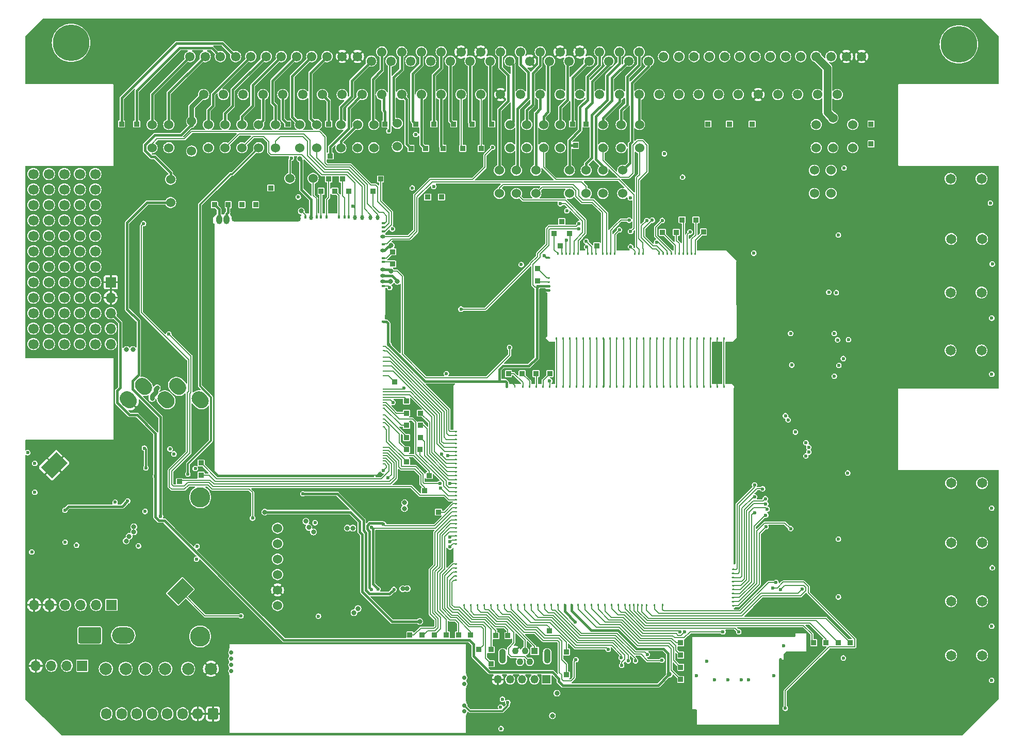
<source format=gbl>
G04 #@! TF.GenerationSoftware,KiCad,Pcbnew,7.0.6-7.0.6~ubuntu22.04.1*
G04 #@! TF.CreationDate,2023-07-13T01:29:57+00:00*
G04 #@! TF.ProjectId,hellen88bmw,68656c6c-656e-4383-9862-6d772e6b6963,B*
G04 #@! TF.SameCoordinates,PX3d1b110PY9269338*
G04 #@! TF.FileFunction,Copper,L4,Bot*
G04 #@! TF.FilePolarity,Positive*
%FSLAX46Y46*%
G04 Gerber Fmt 4.6, Leading zero omitted, Abs format (unit mm)*
G04 Created by KiCad (PCBNEW 7.0.6-7.0.6~ubuntu22.04.1) date 2023-07-13 01:29:57*
%MOMM*%
%LPD*%
G01*
G04 APERTURE LIST*
G04 #@! TA.AperFunction,ComponentPad*
%ADD10C,6.000000*%
G04 #@! TD*
G04 #@! TA.AperFunction,ComponentPad*
%ADD11C,1.550000*%
G04 #@! TD*
G04 #@! TA.AperFunction,ComponentPad*
%ADD12C,1.524000*%
G04 #@! TD*
G04 #@! TA.AperFunction,ComponentPad*
%ADD13R,1.700000X1.700000*%
G04 #@! TD*
G04 #@! TA.AperFunction,ComponentPad*
%ADD14O,1.700000X1.700000*%
G04 #@! TD*
G04 #@! TA.AperFunction,ComponentPad*
%ADD15C,1.650000*%
G04 #@! TD*
G04 #@! TA.AperFunction,ComponentPad*
%ADD16R,0.850000X0.850000*%
G04 #@! TD*
G04 #@! TA.AperFunction,ComponentPad*
%ADD17R,1.350000X1.350000*%
G04 #@! TD*
G04 #@! TA.AperFunction,ComponentPad*
%ADD18O,1.350000X1.350000*%
G04 #@! TD*
G04 #@! TA.AperFunction,ComponentPad*
%ADD19C,1.700000*%
G04 #@! TD*
G04 #@! TA.AperFunction,ComponentPad*
%ADD20C,2.000000*%
G04 #@! TD*
G04 #@! TA.AperFunction,ComponentPad*
%ADD21C,1.300000*%
G04 #@! TD*
G04 #@! TA.AperFunction,ComponentPad*
%ADD22C,0.599999*%
G04 #@! TD*
G04 #@! TA.AperFunction,ComponentPad*
%ADD23O,3.700000X2.700000*%
G04 #@! TD*
G04 #@! TA.AperFunction,ComponentPad*
%ADD24C,0.700000*%
G04 #@! TD*
G04 #@! TA.AperFunction,SMDPad,CuDef*
%ADD25R,0.250000X3.100000*%
G04 #@! TD*
G04 #@! TA.AperFunction,SMDPad,CuDef*
%ADD26R,0.250000X2.250000*%
G04 #@! TD*
G04 #@! TA.AperFunction,SMDPad,CuDef*
%ADD27R,0.250000X5.050000*%
G04 #@! TD*
G04 #@! TA.AperFunction,SMDPad,CuDef*
%ADD28R,39.250000X0.250000*%
G04 #@! TD*
G04 #@! TA.AperFunction,SMDPad,CuDef*
%ADD29R,0.250000X9.750000*%
G04 #@! TD*
G04 #@! TA.AperFunction,SMDPad,CuDef*
%ADD30R,0.250000X0.950000*%
G04 #@! TD*
G04 #@! TA.AperFunction,ComponentPad*
%ADD31O,1.700000X1.850000*%
G04 #@! TD*
G04 #@! TA.AperFunction,ComponentPad*
%ADD32R,1.100000X1.100000*%
G04 #@! TD*
G04 #@! TA.AperFunction,ComponentPad*
%ADD33C,1.100000*%
G04 #@! TD*
G04 #@! TA.AperFunction,ComponentPad*
%ADD34O,1.100000X2.400000*%
G04 #@! TD*
G04 #@! TA.AperFunction,ComponentPad*
%ADD35C,3.302000*%
G04 #@! TD*
G04 #@! TA.AperFunction,SMDPad,CuDef*
%ADD36O,25.600000X0.200000*%
G04 #@! TD*
G04 #@! TA.AperFunction,SMDPad,CuDef*
%ADD37O,0.200000X40.800000*%
G04 #@! TD*
G04 #@! TA.AperFunction,SMDPad,CuDef*
%ADD38O,1.000001X1.500000*%
G04 #@! TD*
G04 #@! TA.AperFunction,SMDPad,CuDef*
%ADD39O,11.400000X1.100000*%
G04 #@! TD*
G04 #@! TA.AperFunction,SMDPad,CuDef*
%ADD40O,0.399999X0.599999*%
G04 #@! TD*
G04 #@! TA.AperFunction,SMDPad,CuDef*
%ADD41O,0.599999X0.800001*%
G04 #@! TD*
G04 #@! TA.AperFunction,SMDPad,CuDef*
%ADD42O,0.599999X0.399999*%
G04 #@! TD*
G04 #@! TA.AperFunction,SMDPad,CuDef*
%ADD43O,0.800001X0.599999*%
G04 #@! TD*
G04 #@! TA.AperFunction,SMDPad,CuDef*
%ADD44O,0.399999X0.200000*%
G04 #@! TD*
G04 #@! TA.AperFunction,SMDPad,CuDef*
%ADD45O,0.499999X11.400000*%
G04 #@! TD*
G04 #@! TA.AperFunction,SMDPad,CuDef*
%ADD46O,17.400001X0.399999*%
G04 #@! TD*
G04 #@! TA.AperFunction,SMDPad,CuDef*
%ADD47O,14.449999X0.499999*%
G04 #@! TD*
G04 #@! TA.AperFunction,SMDPad,CuDef*
%ADD48O,0.499999X2.999999*%
G04 #@! TD*
G04 #@! TA.AperFunction,SMDPad,CuDef*
%ADD49O,1.200000X0.499999*%
G04 #@! TD*
G04 #@! TA.AperFunction,SMDPad,CuDef*
%ADD50O,0.499999X12.700000*%
G04 #@! TD*
G04 #@! TA.AperFunction,ViaPad*
%ADD51C,0.600000*%
G04 #@! TD*
G04 #@! TA.AperFunction,ViaPad*
%ADD52C,0.800000*%
G04 #@! TD*
G04 #@! TA.AperFunction,ViaPad*
%ADD53C,1.300000*%
G04 #@! TD*
G04 #@! TA.AperFunction,ViaPad*
%ADD54C,0.812800*%
G04 #@! TD*
G04 #@! TA.AperFunction,Conductor*
%ADD55C,0.400000*%
G04 #@! TD*
G04 #@! TA.AperFunction,Conductor*
%ADD56C,0.300000*%
G04 #@! TD*
G04 #@! TA.AperFunction,Conductor*
%ADD57C,0.200000*%
G04 #@! TD*
G04 #@! TA.AperFunction,Conductor*
%ADD58C,0.800000*%
G04 #@! TD*
G04 #@! TA.AperFunction,Conductor*
%ADD59C,1.300000*%
G04 #@! TD*
G04 #@! TA.AperFunction,Conductor*
%ADD60C,0.254000*%
G04 #@! TD*
G04 #@! TA.AperFunction,Conductor*
%ADD61C,0.250000*%
G04 #@! TD*
G04 APERTURE END LIST*
D10*
G04 #@! TO.P,PP1,*
G04 #@! TO.N,*
X7632400Y113856400D03*
X153342400Y113606400D03*
D11*
G04 #@! TO.P,PP1,1,1*
G04 #@! TO.N,Net-(JP1-Pad1)*
X27142400Y111606400D03*
G04 #@! TO.P,PP1,2,2*
G04 #@! TO.N,/OUT_ICV*
X32142400Y111606400D03*
G04 #@! TO.P,PP1,3,3*
G04 #@! TO.N,Net-(JP3-Pad1)*
X37142400Y111606400D03*
G04 #@! TO.P,PP1,4,4*
G04 #@! TO.N,Net-(JP4-Pad1)*
X42142400Y111606400D03*
G04 #@! TO.P,PP1,5,5*
G04 #@! TO.N,Net-(JP5-Pad1)*
X47142400Y111606400D03*
G04 #@! TO.P,PP1,6,6*
G04 #@! TO.N,GND*
X52142400Y111606400D03*
G04 #@! TO.P,PP1,7,7*
G04 #@! TO.N,Net-(JP7-Pad1)*
X56892400Y110856400D03*
G04 #@! TO.P,PP1,8,8*
G04 #@! TO.N,Net-(JP8-Pad1)*
X60142400Y110856400D03*
G04 #@! TO.P,PP1,9,9*
G04 #@! TO.N,unconnected-(PP1-Pad9)*
X63392400Y110856400D03*
G04 #@! TO.P,PP1,10,10*
G04 #@! TO.N,unconnected-(PP1-Pad10)*
X66642400Y110856400D03*
G04 #@! TO.P,PP1,11,11*
G04 #@! TO.N,Net-(PP1-Pad11)*
X69892400Y110856400D03*
G04 #@! TO.P,PP1,12,12*
G04 #@! TO.N,Net-(PP1-Pad12)*
X73142400Y110856400D03*
G04 #@! TO.P,PP1,13,13*
G04 #@! TO.N,Net-(PP1-Pad13)*
X76392400Y110856400D03*
G04 #@! TO.P,PP1,14,14*
G04 #@! TO.N,Net-(JP14-Pad1)*
X79642400Y110856400D03*
G04 #@! TO.P,PP1,15,15*
G04 #@! TO.N,GND*
X82892400Y110856400D03*
G04 #@! TO.P,PP1,16,16*
G04 #@! TO.N,Net-(JP16-Pad1)*
X86142400Y110856400D03*
G04 #@! TO.P,PP1,17,17*
G04 #@! TO.N,Net-(JP17-Pad1)*
X89392400Y110856400D03*
G04 #@! TO.P,PP1,18,18*
G04 #@! TO.N,Net-(PP1-Pad18)*
X92642400Y110856400D03*
G04 #@! TO.P,PP1,19,19*
G04 #@! TO.N,Net-(PP1-Pad19)*
X95892400Y110856400D03*
G04 #@! TO.P,PP1,20,20*
G04 #@! TO.N,Net-(JP20-Pad1)*
X99142400Y110856400D03*
G04 #@! TO.P,PP1,21,21*
G04 #@! TO.N,Net-(JP21-Pad1)*
X102392400Y110856400D03*
G04 #@! TO.P,PP1,22,22*
G04 #@! TO.N,/HV_7*
X107392400Y111606400D03*
G04 #@! TO.P,PP1,23,23*
G04 #@! TO.N,/HV_4*
X112392400Y111606400D03*
G04 #@! TO.P,PP1,24,24*
G04 #@! TO.N,/HV_6*
X117392400Y111606400D03*
G04 #@! TO.P,PP1,25,25*
G04 #@! TO.N,/HV_5*
X122392400Y111606400D03*
G04 #@! TO.P,PP1,26,26*
G04 #@! TO.N,Net-(JP26-Pad1)*
X127392400Y111606400D03*
G04 #@! TO.P,PP1,27,27*
G04 #@! TO.N,Net-(JP27-Pad1)*
X132392400Y111606400D03*
G04 #@! TO.P,PP1,28,28*
G04 #@! TO.N,GND*
X137392400Y111606400D03*
G04 #@! TO.P,PP1,29,29*
G04 #@! TO.N,Net-(JP29-Pad1)*
X29642400Y111606400D03*
G04 #@! TO.P,PP1,30,30*
G04 #@! TO.N,Net-(PP1-Pad30)*
X34642400Y111606400D03*
G04 #@! TO.P,PP1,31,31*
G04 #@! TO.N,Net-(JP31-Pad1)*
X39642400Y111606400D03*
G04 #@! TO.P,PP1,32,32*
G04 #@! TO.N,Net-(JP32-Pad1)*
X44642400Y111606400D03*
G04 #@! TO.P,PP1,33,33*
G04 #@! TO.N,Net-(JP33-Pad1)*
X49642400Y111606400D03*
G04 #@! TO.P,PP1,34,34*
G04 #@! TO.N,GND*
X54642400Y111606400D03*
G04 #@! TO.P,PP1,35,35*
G04 #@! TO.N,Net-(JP35-Pad1)*
X58642400Y112356400D03*
G04 #@! TO.P,PP1,36,36*
G04 #@! TO.N,Net-(JP36-Pad1)*
X61892400Y112356400D03*
G04 #@! TO.P,PP1,37,37*
G04 #@! TO.N,Net-(PP1-Pad37)*
X65142400Y112356400D03*
G04 #@! TO.P,PP1,38,38*
G04 #@! TO.N,Net-(PP1-Pad38)*
X68392400Y112356400D03*
G04 #@! TO.P,PP1,39,39*
G04 #@! TO.N,GND*
X71642400Y112356400D03*
G04 #@! TO.P,PP1,40,40*
X74892400Y112356400D03*
G04 #@! TO.P,PP1,41,41*
G04 #@! TO.N,Net-(JP41-Pad1)*
X78142400Y112356400D03*
G04 #@! TO.P,PP1,42,42*
G04 #@! TO.N,Net-(JP42-Pad1)*
X81392400Y112356400D03*
G04 #@! TO.P,PP1,43,43*
G04 #@! TO.N,Net-(JP43-Pad1)*
X84642400Y112356400D03*
G04 #@! TO.P,PP1,44,44*
G04 #@! TO.N,GND*
X87892400Y112356400D03*
G04 #@! TO.P,PP1,45,45*
X91142400Y112356400D03*
G04 #@! TO.P,PP1,46,46*
G04 #@! TO.N,Net-(JP46-Pad1)*
X94392400Y112356400D03*
G04 #@! TO.P,PP1,47,47*
G04 #@! TO.N,Net-(JP47-Pad1)*
X97642400Y112356400D03*
G04 #@! TO.P,PP1,48,48*
G04 #@! TO.N,Net-(JP48-Pad1)*
X100892400Y112356400D03*
G04 #@! TO.P,PP1,49,49*
G04 #@! TO.N,/HV_8*
X104892400Y111606400D03*
G04 #@! TO.P,PP1,50,50*
G04 #@! TO.N,/HV_1*
X109892400Y111606400D03*
G04 #@! TO.P,PP1,51,51*
G04 #@! TO.N,/HV_2*
X114892400Y111606400D03*
G04 #@! TO.P,PP1,52,52*
G04 #@! TO.N,/HV_3*
X119892400Y111606400D03*
G04 #@! TO.P,PP1,53,53*
G04 #@! TO.N,unconnected-(PP1-Pad53)*
X124892400Y111606400D03*
G04 #@! TO.P,PP1,54,54*
G04 #@! TO.N,Net-(JP54-Pad1)*
X129892400Y111606400D03*
G04 #@! TO.P,PP1,55,55*
G04 #@! TO.N,GND*
X134892400Y111606400D03*
G04 #@! TO.P,PP1,56,56*
G04 #@! TO.N,Net-(JP2-Pad1)*
X29392400Y105356400D03*
G04 #@! TO.P,PP1,57,57*
G04 #@! TO.N,unconnected-(PP1-Pad57)*
X32642400Y105356400D03*
G04 #@! TO.P,PP1,58,58*
G04 #@! TO.N,unconnected-(PP1-Pad58)*
X35892400Y105356400D03*
G04 #@! TO.P,PP1,59,59*
G04 #@! TO.N,Net-(JP59-Pad1)*
X39142400Y105356400D03*
G04 #@! TO.P,PP1,60,60*
G04 #@! TO.N,Net-(PP1-Pad60)*
X42392400Y105356400D03*
G04 #@! TO.P,PP1,61,61*
G04 #@! TO.N,unconnected-(PP1-Pad61)*
X45642400Y105356400D03*
G04 #@! TO.P,PP1,62,62*
G04 #@! TO.N,Net-(PP1-Pad62)*
X48892400Y105356400D03*
G04 #@! TO.P,PP1,63,63*
G04 #@! TO.N,unconnected-(PP1-Pad63)*
X52142400Y105356400D03*
G04 #@! TO.P,PP1,64,64*
G04 #@! TO.N,Net-(PP1-Pad64)*
X55392400Y105356400D03*
G04 #@! TO.P,PP1,65,65*
G04 #@! TO.N,Net-(PP1-Pad65)*
X58642400Y105356400D03*
G04 #@! TO.P,PP1,66,66*
G04 #@! TO.N,Net-(PP1-Pad66)*
X61892400Y105356400D03*
G04 #@! TO.P,PP1,67,67*
G04 #@! TO.N,Net-(PP1-Pad67)*
X65142400Y105356400D03*
G04 #@! TO.P,PP1,68,68*
G04 #@! TO.N,Net-(PP1-Pad68)*
X68392400Y105356400D03*
G04 #@! TO.P,PP1,69,69*
G04 #@! TO.N,/IN_KNOCK1_RAW*
X71642400Y105356400D03*
G04 #@! TO.P,PP1,70,70*
G04 #@! TO.N,/IN_KNOCK2_RAW*
X74892400Y105356400D03*
G04 #@! TO.P,PP1,71,71*
G04 #@! TO.N,GND*
X78142400Y105356400D03*
G04 #@! TO.P,PP1,72,72*
G04 #@! TO.N,unconnected-(PP1-Pad72)*
X81392400Y105356400D03*
G04 #@! TO.P,PP1,73,73*
G04 #@! TO.N,Net-(JP73-Pad1)*
X84642400Y105356400D03*
G04 #@! TO.P,PP1,74,74*
G04 #@! TO.N,unconnected-(PP1-Pad74)*
X87892400Y105356400D03*
G04 #@! TO.P,PP1,75,75*
G04 #@! TO.N,unconnected-(PP1-Pad75)*
X91142400Y105356400D03*
G04 #@! TO.P,PP1,76,76*
G04 #@! TO.N,unconnected-(PP1-Pad76)*
X94392400Y105356400D03*
G04 #@! TO.P,PP1,77,77*
G04 #@! TO.N,Net-(JP77-Pad1)*
X97642400Y105356400D03*
G04 #@! TO.P,PP1,78,78*
G04 #@! TO.N,Net-(JP78-Pad1)*
X100892400Y105356400D03*
G04 #@! TO.P,PP1,79,79*
G04 #@! TO.N,unconnected-(PP1-Pad79)*
X104142400Y105356400D03*
G04 #@! TO.P,PP1,80,80*
G04 #@! TO.N,unconnected-(PP1-Pad80)*
X107392400Y105356400D03*
G04 #@! TO.P,PP1,81,81*
G04 #@! TO.N,Net-(PP1-Pad81)*
X110642400Y105356400D03*
G04 #@! TO.P,PP1,82,82*
G04 #@! TO.N,Net-(PP1-Pad82)*
X113892400Y105356400D03*
G04 #@! TO.P,PP1,83,83*
G04 #@! TO.N,Net-(PP1-Pad83)*
X117142400Y105356400D03*
G04 #@! TO.P,PP1,84,84*
G04 #@! TO.N,GND*
X120392400Y105356400D03*
G04 #@! TO.P,PP1,85,85*
G04 #@! TO.N,Net-(JP85-Pad1)*
X123642400Y105356400D03*
G04 #@! TO.P,PP1,86,86*
G04 #@! TO.N,Net-(JP86-Pad1)*
X126892400Y105356400D03*
G04 #@! TO.P,PP1,87,87*
G04 #@! TO.N,Net-(PP1-Pad87)*
X130142400Y105356400D03*
G04 #@! TO.P,PP1,88,88*
G04 #@! TO.N,Net-(PP1-Pad88)*
X133392400Y105356400D03*
G04 #@! TD*
D12*
G04 #@! TO.P,JP1,1,1*
G04 #@! TO.N,Net-(JP1-Pad1)*
X20926000Y100428000D03*
G04 #@! TO.P,JP1,2,2*
G04 #@! TO.N,/OUT_FUEL_PUMP_RELAY*
X20926000Y96618000D03*
G04 #@! TD*
G04 #@! TO.P,JP3,1,1*
G04 #@! TO.N,Net-(JP3-Pad1)*
X30176000Y100428000D03*
G04 #@! TO.P,JP3,2,2*
G04 #@! TO.N,/OUT_INJ5*
X30176000Y96618000D03*
G04 #@! TD*
G04 #@! TO.P,JP4,1,1*
G04 #@! TO.N,Net-(JP4-Pad1)*
X35676000Y100428000D03*
G04 #@! TO.P,JP4,2,2*
G04 #@! TO.N,/OUT_INJ6*
X35676000Y96618000D03*
G04 #@! TD*
G04 #@! TO.P,JP5,1,1*
G04 #@! TO.N,Net-(JP5-Pad1)*
X45176000Y100428000D03*
G04 #@! TO.P,JP5,2,2*
G04 #@! TO.N,/OUT_INJ4*
X45176000Y96618000D03*
G04 #@! TD*
G04 #@! TO.P,JP7,1,1*
G04 #@! TO.N,Net-(JP7-Pad1)*
X51926000Y100428000D03*
G04 #@! TO.P,JP7,2,2*
G04 #@! TO.N,/OUT_INJ7*
X51926000Y96618000D03*
G04 #@! TD*
G04 #@! TO.P,JP16,1,1*
G04 #@! TO.N,Net-(JP16-Pad1)*
X85176000Y100428000D03*
G04 #@! TO.P,JP16,2,2*
G04 #@! TO.N,/IN_CRANK-*
X85176000Y96618000D03*
G04 #@! TD*
G04 #@! TO.P,JP17,1,1*
G04 #@! TO.N,Net-(JP17-Pad1)*
X87926000Y100428000D03*
G04 #@! TO.P,JP17,2,2*
G04 #@! TO.N,/IN_CAM*
X87926000Y96618000D03*
G04 #@! TD*
G04 #@! TO.P,JP20,1,1*
G04 #@! TO.N,Net-(JP20-Pad1)*
X94926000Y92928000D03*
G04 #@! TO.P,JP20,2,2*
G04 #@! TO.N,/USBP*
X94926000Y89118000D03*
G04 #@! TD*
G04 #@! TO.P,JP21,1,1*
G04 #@! TO.N,Net-(JP21-Pad1)*
X98176000Y92928000D03*
G04 #@! TO.P,JP21,2,2*
G04 #@! TO.N,/USBM*
X98176000Y89118000D03*
G04 #@! TD*
G04 #@! TO.P,JP26,1,1*
G04 #@! TO.N,Net-(JP26-Pad1)*
X129926000Y100428000D03*
G04 #@! TO.P,JP26,2,2*
G04 #@! TO.N,/V12_PERM*
X129926000Y96618000D03*
G04 #@! TD*
G04 #@! TO.P,JP27,1,1*
G04 #@! TO.N,Net-(JP27-Pad1)*
X135926000Y100428000D03*
G04 #@! TO.P,JP27,2,2*
G04 #@! TO.N,/OUT_MAIN_RELAY*
X135926000Y96618000D03*
G04 #@! TD*
G04 #@! TO.P,JP29,1,1*
G04 #@! TO.N,Net-(JP29-Pad1)*
X23676000Y100428000D03*
G04 #@! TO.P,JP29,2,2*
G04 #@! TO.N,/OUT_IDLE*
X23676000Y96618000D03*
G04 #@! TD*
G04 #@! TO.P,JP31,1,1*
G04 #@! TO.N,Net-(JP31-Pad1)*
X32926000Y100428000D03*
G04 #@! TO.P,JP31,2,2*
G04 #@! TO.N,/OUT_INJ3*
X32926000Y96618000D03*
G04 #@! TD*
G04 #@! TO.P,JP32,1,1*
G04 #@! TO.N,Net-(JP32-Pad1)*
X41176000Y100428000D03*
G04 #@! TO.P,JP32,2,2*
G04 #@! TO.N,/OUT_INJ2*
X41176000Y96618000D03*
G04 #@! TD*
G04 #@! TO.P,JP33,1,1*
G04 #@! TO.N,Net-(JP33-Pad1)*
X47926000Y100428000D03*
G04 #@! TO.P,JP33,2,2*
G04 #@! TO.N,/OUT_INJ1*
X47926000Y96618000D03*
G04 #@! TD*
G04 #@! TO.P,JP35,1,1*
G04 #@! TO.N,Net-(JP35-Pad1)*
X57326000Y100428000D03*
G04 #@! TO.P,JP35,2,2*
G04 #@! TO.N,/OUT_INJ8*
X57326000Y96618000D03*
G04 #@! TD*
G04 #@! TO.P,JP41,1,1*
G04 #@! TO.N,Net-(JP41-Pad1)*
X77926000Y92928000D03*
G04 #@! TO.P,JP41,2,2*
G04 #@! TO.N,/IN_MAF*
X77926000Y89118000D03*
G04 #@! TD*
G04 #@! TO.P,JP42,1,1*
G04 #@! TO.N,Net-(JP42-Pad1)*
X80726000Y92928000D03*
G04 #@! TO.P,JP42,2,2*
G04 #@! TO.N,/IN_VSS*
X80726000Y89118000D03*
G04 #@! TD*
G04 #@! TO.P,JP43,1,1*
G04 #@! TO.N,Net-(JP43-Pad1)*
X82426000Y100428000D03*
G04 #@! TO.P,JP43,2,2*
G04 #@! TO.N,/IN_CRANK+*
X82426000Y96618000D03*
G04 #@! TD*
G04 #@! TO.P,JP46,1,1*
G04 #@! TO.N,Net-(JP46-Pad1)*
X89426000Y92928000D03*
G04 #@! TO.P,JP46,2,2*
G04 #@! TO.N,/OUT_FUEL_CONSUM*
X89426000Y89118000D03*
G04 #@! TD*
G04 #@! TO.P,JP47,1,1*
G04 #@! TO.N,Net-(JP47-Pad1)*
X92176000Y92928000D03*
G04 #@! TO.P,JP47,2,2*
G04 #@! TO.N,/OUT_TACH*
X92176000Y89118000D03*
G04 #@! TD*
G04 #@! TO.P,JP54,1,1*
G04 #@! TO.N,Net-(JP54-Pad1)*
X132676000Y101523000D03*
G04 #@! TO.P,JP54,2,2*
G04 #@! TO.N,+12V_RAW*
X132676000Y96623000D03*
G04 #@! TD*
G04 #@! TO.P,JP56,1,1*
G04 #@! TO.N,Net-(JP2-Pad1)*
X27426000Y100973000D03*
G04 #@! TO.P,JP56,2,2*
G04 #@! TO.N,+12V_RAW*
X27426000Y96073000D03*
G04 #@! TD*
G04 #@! TO.P,JP73,1,1*
G04 #@! TO.N,Net-(JP73-Pad1)*
X83926000Y92928000D03*
G04 #@! TO.P,JP73,2,2*
G04 #@! TO.N,/IN_TPS*
X83926000Y89118000D03*
G04 #@! TD*
G04 #@! TO.P,JP77,1,1*
G04 #@! TO.N,Net-(JP77-Pad1)*
X94926000Y100428000D03*
G04 #@! TO.P,JP77,2,2*
G04 #@! TO.N,/IN_IAT*
X94926000Y96618000D03*
G04 #@! TD*
G04 #@! TO.P,JP78,1,1*
G04 #@! TO.N,Net-(JP78-Pad1)*
X100926000Y100428000D03*
G04 #@! TO.P,JP78,2,2*
G04 #@! TO.N,/IN_CLT*
X100926000Y96618000D03*
G04 #@! TD*
G04 #@! TO.P,JP85,1,1*
G04 #@! TO.N,Net-(JP85-Pad1)*
X132376000Y92928000D03*
G04 #@! TO.P,JP85,2,2*
G04 #@! TO.N,/CAN-*
X132376000Y89118000D03*
G04 #@! TD*
G04 #@! TO.P,JP86,1,1*
G04 #@! TO.N,Net-(JP86-Pad1)*
X129626000Y92928000D03*
G04 #@! TO.P,JP86,2,2*
G04 #@! TO.N,/CAN+*
X129626000Y89118000D03*
G04 #@! TD*
G04 #@! TO.P,JP59,1,1*
G04 #@! TO.N,Net-(JP59-Pad1)*
X38426000Y100428000D03*
G04 #@! TO.P,JP59,2,2*
G04 #@! TO.N,+5VP*
X38426000Y96618000D03*
G04 #@! TD*
D13*
G04 #@! TO.P,J4,1,Pin_1*
G04 #@! TO.N,GND*
X14158000Y74529000D03*
D14*
G04 #@! TO.P,J4,2,Pin_2*
X14158000Y71989000D03*
G04 #@! TO.P,J4,3,Pin_3*
G04 #@! TO.N,+3V3*
X14158000Y69449000D03*
G04 #@! TO.P,J4,4,Pin_4*
G04 #@! TO.N,+5V*
X14158000Y66909000D03*
G04 #@! TO.P,J4,5,Pin_5*
G04 #@! TO.N,+12V_RAW*
X14158000Y64369000D03*
G04 #@! TD*
D15*
G04 #@! TO.P,F3,1,1*
G04 #@! TO.N,/HV_6*
X157066000Y72823000D03*
G04 #@! TO.P,F3,2,2*
G04 #@! TO.N,/COIL_6*
X151986000Y72823000D03*
G04 #@! TD*
D16*
G04 #@! TO.P,VIN16,1,Pin_1*
G04 #@! TO.N,Net-(M7-PadE4)*
X84176000Y76773000D03*
G04 #@! TD*
D17*
G04 #@! TO.P,J2,1,Pin_1*
G04 #@! TO.N,/VBUS*
X85676000Y9273000D03*
D18*
G04 #@! TO.P,J2,2,Pin_2*
G04 #@! TO.N,/USBM*
X83676000Y9273000D03*
G04 #@! TO.P,J2,3,Pin_3*
G04 #@! TO.N,/USBP*
X81676000Y9273000D03*
G04 #@! TO.P,J2,4,Pin_4*
G04 #@! TO.N,unconnected-(J2-Pad4)*
X79676000Y9273000D03*
G04 #@! TO.P,J2,5,Pin_5*
G04 #@! TO.N,GND*
X77676000Y9273000D03*
G04 #@! TD*
D16*
G04 #@! TO.P,VIN5,1,Pin_1*
G04 #@! TO.N,Net-(M7-PadS9)*
X93926000Y80523000D03*
G04 #@! TD*
G04 #@! TO.P,VOUT27,1,Pin_1*
G04 #@! TO.N,Net-(M9-PadW39)*
X28976000Y44823000D03*
G04 #@! TD*
G04 #@! TO.P,MMCU14,1,Pin_1*
G04 #@! TO.N,Net-(M11-PadE16)*
X67926000Y36773000D03*
G04 #@! TD*
G04 #@! TO.P,MMCU4,1,Pin_1*
G04 #@! TO.N,Net-(M11-PadN6)*
X131526001Y15323000D03*
G04 #@! TD*
G04 #@! TO.P,MMCU31,1,Pin_1*
G04 #@! TO.N,Net-(M11-PadE13)*
X63226000Y16573000D03*
G04 #@! TD*
G04 #@! TO.P,cr8,1,Pin_1*
G04 #@! TO.N,Net-(PP1-Pad30)*
X15926000Y100523000D03*
G04 #@! TD*
G04 #@! TO.P,VOUT24,1,Pin_1*
G04 #@! TO.N,Net-(M9-PadW21)*
X60776000Y58123000D03*
G04 #@! TD*
G04 #@! TO.P,MMCU28,1,Pin_1*
G04 #@! TO.N,Net-(M11-PadE9)*
X71226000Y16573000D03*
G04 #@! TD*
G04 #@! TO.P,VOUT10,1,Pin_1*
G04 #@! TO.N,Net-(M9-PadS10)*
X49926000Y91474215D03*
G04 #@! TD*
D19*
G04 #@! TO.P,G6,1*
G04 #@! TO.N,Net-(G6-Pad1)*
X1458000Y77069000D03*
G04 #@! TO.P,G6,2*
G04 #@! TO.N,Net-(G6-Pad12)*
X3998000Y77069000D03*
G04 #@! TO.P,G6,3*
G04 #@! TO.N,Net-(G6-Pad13)*
X6538000Y77069000D03*
G04 #@! TO.P,G6,4*
G04 #@! TO.N,Net-(G6-Pad14)*
X9078000Y77069000D03*
G04 #@! TO.P,G6,5*
G04 #@! TO.N,Net-(G6-Pad10)*
X11618000Y77069000D03*
G04 #@! TO.P,G6,6*
G04 #@! TO.N,Net-(G6-Pad1)*
X1458000Y74529000D03*
G04 #@! TO.P,G6,7*
G04 #@! TO.N,Net-(G6-Pad12)*
X3998000Y74529000D03*
G04 #@! TO.P,G6,8*
G04 #@! TO.N,Net-(G6-Pad13)*
X6538000Y74529000D03*
G04 #@! TO.P,G6,9*
G04 #@! TO.N,Net-(G6-Pad14)*
X9078000Y74529000D03*
G04 #@! TO.P,G6,10*
G04 #@! TO.N,Net-(G6-Pad10)*
X11618000Y74529000D03*
G04 #@! TO.P,G6,11*
G04 #@! TO.N,Net-(G6-Pad1)*
X1458000Y71989000D03*
G04 #@! TO.P,G6,12*
G04 #@! TO.N,Net-(G6-Pad12)*
X3998000Y71989000D03*
G04 #@! TO.P,G6,13*
G04 #@! TO.N,Net-(G6-Pad13)*
X6538000Y71989000D03*
G04 #@! TO.P,G6,14*
G04 #@! TO.N,Net-(G6-Pad14)*
X9078000Y71989000D03*
G04 #@! TO.P,G6,15*
G04 #@! TO.N,Net-(G6-Pad10)*
X11618000Y71989000D03*
G04 #@! TD*
D16*
G04 #@! TO.P,cr1,1,Pin_1*
G04 #@! TO.N,Net-(PP1-Pad11)*
X70426000Y100523000D03*
G04 #@! TD*
G04 #@! TO.P,MMCU30,1,Pin_1*
G04 #@! TO.N,Net-(M11-PadE11)*
X67226000Y16573000D03*
G04 #@! TD*
G04 #@! TO.P,MMCU18,1,Pin_1*
G04 #@! TO.N,Net-(M11-PadE10)*
X69226000Y16573000D03*
G04 #@! TD*
G04 #@! TO.P,cr11,1,Pin_1*
G04 #@! TO.N,Net-(PP1-Pad38)*
X67176000Y100523000D03*
G04 #@! TD*
D20*
G04 #@! TO.P,P3,1,Pin_1*
G04 #@! TO.N,/LSU_CALIBR_RES*
X23090213Y11023000D03*
G04 #@! TD*
D16*
G04 #@! TO.P,MMCU9,1,Pin_1*
G04 #@! TO.N,Net-(M11-PadE1)*
X77326000Y16473000D03*
G04 #@! TD*
G04 #@! TO.P,VOUT5,1,Pin_1*
G04 #@! TO.N,Net-(M9-PadS9)*
X48676000Y89474215D03*
G04 #@! TD*
G04 #@! TO.P,VOUT13,1,Pin_1*
G04 #@! TO.N,Net-(M9-PadW27)*
X62676000Y53023000D03*
G04 #@! TD*
G04 #@! TO.P,KNOCK_RAW2,1,Pin_1*
G04 #@! TO.N,/IN_KNOCK2_RAW*
X74926000Y96523000D03*
G04 #@! TD*
G04 #@! TO.P,MMCU2,1,Pin_1*
G04 #@! TO.N,Net-(M11-PadN4)*
X135526000Y15323000D03*
G04 #@! TD*
G04 #@! TO.P,MMCU7,1,Pin_1*
G04 #@! TO.N,Net-(M11-PadN27)*
X88926000Y10023000D03*
G04 #@! TD*
D12*
G04 #@! TO.P,JP14,1,1*
G04 #@! TO.N,Net-(JP14-Pad1)*
X79676000Y100428000D03*
G04 #@! TO.P,JP14,2,2*
G04 #@! TO.N,/IN_MAF*
X79676000Y96618000D03*
G04 #@! TD*
G04 #@! TO.P,JP36,1,1*
G04 #@! TO.N,Net-(JP36-Pad1)*
X61176000Y100630500D03*
G04 #@! TO.P,JP36,2,2*
G04 #@! TO.N,/OUT_EVAP*
X61176000Y96820500D03*
G04 #@! TD*
G04 #@! TO.P,M7,E1,GND*
G04 #@! TO.N,GND*
G04 #@! TA.AperFunction,SMDPad,CuDef*
G36*
G01*
X85900998Y73366793D02*
X86150998Y73366793D01*
G75*
G02*
X86275998Y73241793I0J-125000D01*
G01*
X86275998Y73241793D01*
G75*
G02*
X86150998Y73116793I-125000J0D01*
G01*
X85900998Y73116793D01*
G75*
G02*
X85775998Y73241793I0J125000D01*
G01*
X85775998Y73241793D01*
G75*
G02*
X85900998Y73366793I125000J0D01*
G01*
G37*
G04 #@! TD.AperFunction*
G04 #@! TO.P,M7,E2,V5*
G04 #@! TO.N,+5V*
G04 #@! TA.AperFunction,SMDPad,CuDef*
G36*
G01*
X85900998Y74026794D02*
X86150998Y74026794D01*
G75*
G02*
X86275998Y73901794I0J-125000D01*
G01*
X86275998Y73901794D01*
G75*
G02*
X86150998Y73776794I-125000J0D01*
G01*
X85900998Y73776794D01*
G75*
G02*
X85775998Y73901794I0J125000D01*
G01*
X85775998Y73901794D01*
G75*
G02*
X85900998Y74026794I125000J0D01*
G01*
G37*
G04 #@! TD.AperFunction*
G04 #@! TO.P,M7,E3,WBO_O2S2*
G04 #@! TO.N,Net-(M7-PadE3)*
G04 #@! TA.AperFunction,SMDPad,CuDef*
G36*
G01*
X85900998Y74686795D02*
X86150998Y74686795D01*
G75*
G02*
X86275998Y74561795I0J-125000D01*
G01*
X86275998Y74561795D01*
G75*
G02*
X86150998Y74436795I-125000J0D01*
G01*
X85900998Y74436795D01*
G75*
G02*
X85775998Y74561795I0J125000D01*
G01*
X85775998Y74561795D01*
G75*
G02*
X85900998Y74686795I125000J0D01*
G01*
G37*
G04 #@! TD.AperFunction*
G04 #@! TO.P,M7,E4,WBO_O2S*
G04 #@! TO.N,Net-(M7-PadE4)*
G04 #@! TA.AperFunction,SMDPad,CuDef*
G36*
G01*
X85900998Y75346796D02*
X86150998Y75346796D01*
G75*
G02*
X86275998Y75221796I0J-125000D01*
G01*
X86275998Y75221796D01*
G75*
G02*
X86150998Y75096796I-125000J0D01*
G01*
X85900998Y75096796D01*
G75*
G02*
X85775998Y75221796I0J125000D01*
G01*
X85775998Y75221796D01*
G75*
G02*
X85900998Y75346796I125000J0D01*
G01*
G37*
G04 #@! TD.AperFunction*
G04 #@! TO.P,M7,E5,V5A*
G04 #@! TO.N,+5VA*
G04 #@! TA.AperFunction,SMDPad,CuDef*
G36*
G01*
X85900998Y78646803D02*
X86150998Y78646803D01*
G75*
G02*
X86275998Y78521803I0J-125000D01*
G01*
X86275998Y78521803D01*
G75*
G02*
X86150998Y78396803I-125000J0D01*
G01*
X85900998Y78396803D01*
G75*
G02*
X85775998Y78521803I0J125000D01*
G01*
X85775998Y78521803D01*
G75*
G02*
X85900998Y78646803I125000J0D01*
G01*
G37*
G04 #@! TD.AperFunction*
G04 #@! TO.P,M7,N1,V5A*
G04 #@! TA.AperFunction,SMDPad,CuDef*
G36*
G01*
X114671000Y65148000D02*
X114671000Y65398000D01*
G75*
G02*
X114796000Y65523000I125000J0D01*
G01*
X114796000Y65523000D01*
G75*
G02*
X114921000Y65398000I0J-125000D01*
G01*
X114921000Y65148000D01*
G75*
G02*
X114796000Y65023000I-125000J0D01*
G01*
X114796000Y65023000D01*
G75*
G02*
X114671000Y65148000I0J125000D01*
G01*
G37*
G04 #@! TD.AperFunction*
G04 #@! TO.P,M7,N2,GNDA*
G04 #@! TO.N,GND*
G04 #@! TA.AperFunction,SMDPad,CuDef*
G36*
G01*
X113820996Y65398000D02*
X113820996Y65148000D01*
G75*
G02*
X113695996Y65023000I-125000J0D01*
G01*
X113695996Y65023000D01*
G75*
G02*
X113570996Y65148000I0J125000D01*
G01*
X113570996Y65398000D01*
G75*
G02*
X113695996Y65523000I125000J0D01*
G01*
X113695996Y65523000D01*
G75*
G02*
X113820996Y65398000I0J-125000D01*
G01*
G37*
G04 #@! TD.AperFunction*
G04 #@! TO.P,M7,N3,RES2*
G04 #@! TO.N,/RES2*
G04 #@! TA.AperFunction,SMDPad,CuDef*
G36*
G01*
X112720995Y65398000D02*
X112720995Y65148000D01*
G75*
G02*
X112595995Y65023000I-125000J0D01*
G01*
X112595995Y65023000D01*
G75*
G02*
X112470995Y65148000I0J125000D01*
G01*
X112470995Y65398000D01*
G75*
G02*
X112595995Y65523000I125000J0D01*
G01*
X112595995Y65523000D01*
G75*
G02*
X112720995Y65398000I0J-125000D01*
G01*
G37*
G04 #@! TD.AperFunction*
G04 #@! TO.P,M7,N4,O2S2*
G04 #@! TO.N,/A1*
G04 #@! TA.AperFunction,SMDPad,CuDef*
G36*
G01*
X111620998Y65398000D02*
X111620998Y65148000D01*
G75*
G02*
X111495998Y65023000I-125000J0D01*
G01*
X111495998Y65023000D01*
G75*
G02*
X111370998Y65148000I0J125000D01*
G01*
X111370998Y65398000D01*
G75*
G02*
X111495998Y65523000I125000J0D01*
G01*
X111495998Y65523000D01*
G75*
G02*
X111620998Y65398000I0J-125000D01*
G01*
G37*
G04 #@! TD.AperFunction*
G04 #@! TO.P,M7,N5,PPS*
G04 #@! TO.N,/PPS1*
G04 #@! TA.AperFunction,SMDPad,CuDef*
G36*
G01*
X110521000Y65398000D02*
X110521000Y65148000D01*
G75*
G02*
X110396000Y65023000I-125000J0D01*
G01*
X110396000Y65023000D01*
G75*
G02*
X110271000Y65148000I0J125000D01*
G01*
X110271000Y65398000D01*
G75*
G02*
X110396000Y65523000I125000J0D01*
G01*
X110396000Y65523000D01*
G75*
G02*
X110521000Y65398000I0J-125000D01*
G01*
G37*
G04 #@! TD.AperFunction*
G04 #@! TO.P,M7,N6,RES1*
G04 #@! TO.N,/RES1*
G04 #@! TA.AperFunction,SMDPad,CuDef*
G36*
G01*
X109421002Y65398000D02*
X109421002Y65148000D01*
G75*
G02*
X109296002Y65023000I-125000J0D01*
G01*
X109296002Y65023000D01*
G75*
G02*
X109171002Y65148000I0J125000D01*
G01*
X109171002Y65398000D01*
G75*
G02*
X109296002Y65523000I125000J0D01*
G01*
X109296002Y65523000D01*
G75*
G02*
X109421002Y65398000I0J-125000D01*
G01*
G37*
G04 #@! TD.AperFunction*
G04 #@! TO.P,M7,N7,AUX4*
G04 #@! TO.N,/AUX4*
G04 #@! TA.AperFunction,SMDPad,CuDef*
G36*
G01*
X108321004Y65398000D02*
X108321004Y65148000D01*
G75*
G02*
X108196004Y65023000I-125000J0D01*
G01*
X108196004Y65023000D01*
G75*
G02*
X108071004Y65148000I0J125000D01*
G01*
X108071004Y65398000D01*
G75*
G02*
X108196004Y65523000I125000J0D01*
G01*
X108196004Y65523000D01*
G75*
G02*
X108321004Y65398000I0J-125000D01*
G01*
G37*
G04 #@! TD.AperFunction*
G04 #@! TO.P,M7,N8,AUX3*
G04 #@! TO.N,/TPS3*
G04 #@! TA.AperFunction,SMDPad,CuDef*
G36*
G01*
X107221006Y65398000D02*
X107221006Y65148000D01*
G75*
G02*
X107096006Y65023000I-125000J0D01*
G01*
X107096006Y65023000D01*
G75*
G02*
X106971006Y65148000I0J125000D01*
G01*
X106971006Y65398000D01*
G75*
G02*
X107096006Y65523000I125000J0D01*
G01*
X107096006Y65523000D01*
G75*
G02*
X107221006Y65398000I0J-125000D01*
G01*
G37*
G04 #@! TD.AperFunction*
G04 #@! TO.P,M7,N9,AUX2*
G04 #@! TO.N,/PPS2*
G04 #@! TA.AperFunction,SMDPad,CuDef*
G36*
G01*
X106121009Y65398000D02*
X106121009Y65148000D01*
G75*
G02*
X105996009Y65023000I-125000J0D01*
G01*
X105996009Y65023000D01*
G75*
G02*
X105871009Y65148000I0J125000D01*
G01*
X105871009Y65398000D01*
G75*
G02*
X105996009Y65523000I125000J0D01*
G01*
X105996009Y65523000D01*
G75*
G02*
X106121009Y65398000I0J-125000D01*
G01*
G37*
G04 #@! TD.AperFunction*
G04 #@! TO.P,M7,N10,AUX1*
G04 #@! TO.N,/TPS2*
G04 #@! TA.AperFunction,SMDPad,CuDef*
G36*
G01*
X105021011Y65398000D02*
X105021011Y65148000D01*
G75*
G02*
X104896011Y65023000I-125000J0D01*
G01*
X104896011Y65023000D01*
G75*
G02*
X104771011Y65148000I0J125000D01*
G01*
X104771011Y65398000D01*
G75*
G02*
X104896011Y65523000I125000J0D01*
G01*
X104896011Y65523000D01*
G75*
G02*
X105021011Y65398000I0J-125000D01*
G01*
G37*
G04 #@! TD.AperFunction*
G04 #@! TO.P,M7,N11,RES3*
G04 #@! TO.N,/A4*
G04 #@! TA.AperFunction,SMDPad,CuDef*
G36*
G01*
X103921013Y65398000D02*
X103921013Y65148000D01*
G75*
G02*
X103796013Y65023000I-125000J0D01*
G01*
X103796013Y65023000D01*
G75*
G02*
X103671013Y65148000I0J125000D01*
G01*
X103671013Y65398000D01*
G75*
G02*
X103796013Y65523000I125000J0D01*
G01*
X103796013Y65523000D01*
G75*
G02*
X103921013Y65398000I0J-125000D01*
G01*
G37*
G04 #@! TD.AperFunction*
G04 #@! TO.P,M7,N12,MAP3*
G04 #@! TO.N,/A2*
G04 #@! TA.AperFunction,SMDPad,CuDef*
G36*
G01*
X102821015Y65398000D02*
X102821015Y65148000D01*
G75*
G02*
X102696015Y65023000I-125000J0D01*
G01*
X102696015Y65023000D01*
G75*
G02*
X102571015Y65148000I0J125000D01*
G01*
X102571015Y65398000D01*
G75*
G02*
X102696015Y65523000I125000J0D01*
G01*
X102696015Y65523000D01*
G75*
G02*
X102821015Y65398000I0J-125000D01*
G01*
G37*
G04 #@! TD.AperFunction*
G04 #@! TO.P,M7,N13,MAP2*
G04 #@! TO.N,/MAP2*
G04 #@! TA.AperFunction,SMDPad,CuDef*
G36*
G01*
X101721017Y65398000D02*
X101721017Y65148000D01*
G75*
G02*
X101596017Y65023000I-125000J0D01*
G01*
X101596017Y65023000D01*
G75*
G02*
X101471017Y65148000I0J125000D01*
G01*
X101471017Y65398000D01*
G75*
G02*
X101596017Y65523000I125000J0D01*
G01*
X101596017Y65523000D01*
G75*
G02*
X101721017Y65398000I0J-125000D01*
G01*
G37*
G04 #@! TD.AperFunction*
G04 #@! TO.P,M7,N14,MAP1*
G04 #@! TO.N,/MAF*
G04 #@! TA.AperFunction,SMDPad,CuDef*
G36*
G01*
X100621020Y65398000D02*
X100621020Y65148000D01*
G75*
G02*
X100496020Y65023000I-125000J0D01*
G01*
X100496020Y65023000D01*
G75*
G02*
X100371020Y65148000I0J125000D01*
G01*
X100371020Y65398000D01*
G75*
G02*
X100496020Y65523000I125000J0D01*
G01*
X100496020Y65523000D01*
G75*
G02*
X100621020Y65398000I0J-125000D01*
G01*
G37*
G04 #@! TD.AperFunction*
G04 #@! TO.P,M7,N15,IAT*
G04 #@! TO.N,/IAT*
G04 #@! TA.AperFunction,SMDPad,CuDef*
G36*
G01*
X99521022Y65398000D02*
X99521022Y65148000D01*
G75*
G02*
X99396022Y65023000I-125000J0D01*
G01*
X99396022Y65023000D01*
G75*
G02*
X99271022Y65148000I0J125000D01*
G01*
X99271022Y65398000D01*
G75*
G02*
X99396022Y65523000I125000J0D01*
G01*
X99396022Y65523000D01*
G75*
G02*
X99521022Y65398000I0J-125000D01*
G01*
G37*
G04 #@! TD.AperFunction*
G04 #@! TO.P,M7,N16,CLT*
G04 #@! TO.N,/CLT*
G04 #@! TA.AperFunction,SMDPad,CuDef*
G36*
G01*
X98421024Y65398000D02*
X98421024Y65148000D01*
G75*
G02*
X98296024Y65023000I-125000J0D01*
G01*
X98296024Y65023000D01*
G75*
G02*
X98171024Y65148000I0J125000D01*
G01*
X98171024Y65398000D01*
G75*
G02*
X98296024Y65523000I125000J0D01*
G01*
X98296024Y65523000D01*
G75*
G02*
X98421024Y65398000I0J-125000D01*
G01*
G37*
G04 #@! TD.AperFunction*
G04 #@! TO.P,M7,N17,TPS*
G04 #@! TO.N,/TPS*
G04 #@! TA.AperFunction,SMDPad,CuDef*
G36*
G01*
X97321026Y65398000D02*
X97321026Y65148000D01*
G75*
G02*
X97196026Y65023000I-125000J0D01*
G01*
X97196026Y65023000D01*
G75*
G02*
X97071026Y65148000I0J125000D01*
G01*
X97071026Y65398000D01*
G75*
G02*
X97196026Y65523000I125000J0D01*
G01*
X97196026Y65523000D01*
G75*
G02*
X97321026Y65398000I0J-125000D01*
G01*
G37*
G04 #@! TD.AperFunction*
G04 #@! TO.P,M7,N18,O2S*
G04 #@! TO.N,/AFR*
G04 #@! TA.AperFunction,SMDPad,CuDef*
G36*
G01*
X96221028Y65398000D02*
X96221028Y65148000D01*
G75*
G02*
X96096028Y65023000I-125000J0D01*
G01*
X96096028Y65023000D01*
G75*
G02*
X95971028Y65148000I0J125000D01*
G01*
X95971028Y65398000D01*
G75*
G02*
X96096028Y65523000I125000J0D01*
G01*
X96096028Y65523000D01*
G75*
G02*
X96221028Y65398000I0J-125000D01*
G01*
G37*
G04 #@! TD.AperFunction*
G04 #@! TO.P,M7,N19,CAM*
G04 #@! TO.N,/CAM*
G04 #@! TA.AperFunction,SMDPad,CuDef*
G36*
G01*
X95121031Y65398000D02*
X95121031Y65148000D01*
G75*
G02*
X94996031Y65023000I-125000J0D01*
G01*
X94996031Y65023000D01*
G75*
G02*
X94871031Y65148000I0J125000D01*
G01*
X94871031Y65398000D01*
G75*
G02*
X94996031Y65523000I125000J0D01*
G01*
X94996031Y65523000D01*
G75*
G02*
X95121031Y65398000I0J-125000D01*
G01*
G37*
G04 #@! TD.AperFunction*
G04 #@! TO.P,M7,N20,VSS*
G04 #@! TO.N,/VSS*
G04 #@! TA.AperFunction,SMDPad,CuDef*
G36*
G01*
X94021033Y65398000D02*
X94021033Y65148000D01*
G75*
G02*
X93896033Y65023000I-125000J0D01*
G01*
X93896033Y65023000D01*
G75*
G02*
X93771033Y65148000I0J125000D01*
G01*
X93771033Y65398000D01*
G75*
G02*
X93896033Y65523000I125000J0D01*
G01*
X93896033Y65523000D01*
G75*
G02*
X94021033Y65398000I0J-125000D01*
G01*
G37*
G04 #@! TD.AperFunction*
G04 #@! TO.P,M7,N21,CRANK*
G04 #@! TO.N,/CRANK*
G04 #@! TA.AperFunction,SMDPad,CuDef*
G36*
G01*
X92921035Y65398000D02*
X92921035Y65148000D01*
G75*
G02*
X92796035Y65023000I-125000J0D01*
G01*
X92796035Y65023000D01*
G75*
G02*
X92671035Y65148000I0J125000D01*
G01*
X92671035Y65398000D01*
G75*
G02*
X92796035Y65523000I125000J0D01*
G01*
X92796035Y65523000D01*
G75*
G02*
X92921035Y65398000I0J-125000D01*
G01*
G37*
G04 #@! TD.AperFunction*
G04 #@! TO.P,M7,N22,KNOCK*
G04 #@! TO.N,/INK1*
G04 #@! TA.AperFunction,SMDPad,CuDef*
G36*
G01*
X91821037Y65398000D02*
X91821037Y65148000D01*
G75*
G02*
X91696037Y65023000I-125000J0D01*
G01*
X91696037Y65023000D01*
G75*
G02*
X91571037Y65148000I0J125000D01*
G01*
X91571037Y65398000D01*
G75*
G02*
X91696037Y65523000I125000J0D01*
G01*
X91696037Y65523000D01*
G75*
G02*
X91821037Y65398000I0J-125000D01*
G01*
G37*
G04 #@! TD.AperFunction*
G04 #@! TO.P,M7,N23,SENS4*
G04 #@! TO.N,/SENS4*
G04 #@! TA.AperFunction,SMDPad,CuDef*
G36*
G01*
X90721039Y65398000D02*
X90721039Y65148000D01*
G75*
G02*
X90596039Y65023000I-125000J0D01*
G01*
X90596039Y65023000D01*
G75*
G02*
X90471039Y65148000I0J125000D01*
G01*
X90471039Y65398000D01*
G75*
G02*
X90596039Y65523000I125000J0D01*
G01*
X90596039Y65523000D01*
G75*
G02*
X90721039Y65398000I0J-125000D01*
G01*
G37*
G04 #@! TD.AperFunction*
G04 #@! TO.P,M7,N24,SENS3*
G04 #@! TO.N,/INK2*
G04 #@! TA.AperFunction,SMDPad,CuDef*
G36*
G01*
X89621042Y65398000D02*
X89621042Y65148000D01*
G75*
G02*
X89496042Y65023000I-125000J0D01*
G01*
X89496042Y65023000D01*
G75*
G02*
X89371042Y65148000I0J125000D01*
G01*
X89371042Y65398000D01*
G75*
G02*
X89496042Y65523000I125000J0D01*
G01*
X89496042Y65523000D01*
G75*
G02*
X89621042Y65398000I0J-125000D01*
G01*
G37*
G04 #@! TD.AperFunction*
G04 #@! TO.P,M7,N25,SENS2*
G04 #@! TO.N,/SENS2*
G04 #@! TA.AperFunction,SMDPad,CuDef*
G36*
G01*
X88521044Y65398000D02*
X88521044Y65148000D01*
G75*
G02*
X88396044Y65023000I-125000J0D01*
G01*
X88396044Y65023000D01*
G75*
G02*
X88271044Y65148000I0J125000D01*
G01*
X88271044Y65398000D01*
G75*
G02*
X88396044Y65523000I125000J0D01*
G01*
X88396044Y65523000D01*
G75*
G02*
X88521044Y65398000I0J-125000D01*
G01*
G37*
G04 #@! TD.AperFunction*
G04 #@! TO.P,M7,N26,SENS1*
G04 #@! TO.N,/SENS1*
G04 #@! TA.AperFunction,SMDPad,CuDef*
G36*
G01*
X87421046Y65398000D02*
X87421046Y65148000D01*
G75*
G02*
X87296046Y65023000I-125000J0D01*
G01*
X87296046Y65023000D01*
G75*
G02*
X87171046Y65148000I0J125000D01*
G01*
X87171046Y65398000D01*
G75*
G02*
X87296046Y65523000I125000J0D01*
G01*
X87296046Y65523000D01*
G75*
G02*
X87421046Y65398000I0J-125000D01*
G01*
G37*
G04 #@! TD.AperFunction*
G04 #@! TO.P,M7,S1,IN_SENS1*
G04 #@! TO.N,Net-(M7-PadS1)*
G04 #@! TA.AperFunction,SMDPad,CuDef*
G36*
G01*
X87671990Y79359999D02*
X87671990Y79109999D01*
G75*
G02*
X87546990Y78984999I-125000J0D01*
G01*
X87546990Y78984999D01*
G75*
G02*
X87421990Y79109999I0J125000D01*
G01*
X87421990Y79359999D01*
G75*
G02*
X87546990Y79484999I125000J0D01*
G01*
X87546990Y79484999D01*
G75*
G02*
X87671990Y79359999I0J-125000D01*
G01*
G37*
G04 #@! TD.AperFunction*
G04 #@! TO.P,M7,S2,IN_SENS2*
G04 #@! TO.N,Net-(M7-PadS2)*
G04 #@! TA.AperFunction,SMDPad,CuDef*
G36*
G01*
X88331992Y79359999D02*
X88331992Y79109999D01*
G75*
G02*
X88206992Y78984999I-125000J0D01*
G01*
X88206992Y78984999D01*
G75*
G02*
X88081992Y79109999I0J125000D01*
G01*
X88081992Y79359999D01*
G75*
G02*
X88206992Y79484999I125000J0D01*
G01*
X88206992Y79484999D01*
G75*
G02*
X88331992Y79359999I0J-125000D01*
G01*
G37*
G04 #@! TD.AperFunction*
G04 #@! TO.P,M7,S3,IN_SENS3*
G04 #@! TO.N,/IN_KNOCK2*
G04 #@! TA.AperFunction,SMDPad,CuDef*
G36*
G01*
X88991993Y79359999D02*
X88991993Y79109999D01*
G75*
G02*
X88866993Y78984999I-125000J0D01*
G01*
X88866993Y78984999D01*
G75*
G02*
X88741993Y79109999I0J125000D01*
G01*
X88741993Y79359999D01*
G75*
G02*
X88866993Y79484999I125000J0D01*
G01*
X88866993Y79484999D01*
G75*
G02*
X88991993Y79359999I0J-125000D01*
G01*
G37*
G04 #@! TD.AperFunction*
G04 #@! TO.P,M7,S4,IN_SENS4*
G04 #@! TO.N,Net-(M7-PadS4)*
G04 #@! TA.AperFunction,SMDPad,CuDef*
G36*
G01*
X89651994Y79359999D02*
X89651994Y79109999D01*
G75*
G02*
X89526994Y78984999I-125000J0D01*
G01*
X89526994Y78984999D01*
G75*
G02*
X89401994Y79109999I0J125000D01*
G01*
X89401994Y79359999D01*
G75*
G02*
X89526994Y79484999I125000J0D01*
G01*
X89526994Y79484999D01*
G75*
G02*
X89651994Y79359999I0J-125000D01*
G01*
G37*
G04 #@! TD.AperFunction*
G04 #@! TO.P,M7,S5,IN_CAM*
G04 #@! TO.N,/IN_CAM*
G04 #@! TA.AperFunction,SMDPad,CuDef*
G36*
G01*
X90311995Y79359999D02*
X90311995Y79109999D01*
G75*
G02*
X90186995Y78984999I-125000J0D01*
G01*
X90186995Y78984999D01*
G75*
G02*
X90061995Y79109999I0J125000D01*
G01*
X90061995Y79359999D01*
G75*
G02*
X90186995Y79484999I125000J0D01*
G01*
X90186995Y79484999D01*
G75*
G02*
X90311995Y79359999I0J-125000D01*
G01*
G37*
G04 #@! TD.AperFunction*
G04 #@! TO.P,M7,S6,IN_VSS*
G04 #@! TO.N,/IN_VSS*
G04 #@! TA.AperFunction,SMDPad,CuDef*
G36*
G01*
X90971997Y79359999D02*
X90971997Y79109999D01*
G75*
G02*
X90846997Y78984999I-125000J0D01*
G01*
X90846997Y78984999D01*
G75*
G02*
X90721997Y79109999I0J125000D01*
G01*
X90721997Y79359999D01*
G75*
G02*
X90846997Y79484999I125000J0D01*
G01*
X90846997Y79484999D01*
G75*
G02*
X90971997Y79359999I0J-125000D01*
G01*
G37*
G04 #@! TD.AperFunction*
G04 #@! TO.P,M7,S7,IN_KNOCK*
G04 #@! TO.N,/IN_KNOCK1*
G04 #@! TA.AperFunction,SMDPad,CuDef*
G36*
G01*
X92572994Y79359999D02*
X92572994Y79109999D01*
G75*
G02*
X92447994Y78984999I-125000J0D01*
G01*
X92447994Y78984999D01*
G75*
G02*
X92322994Y79109999I0J125000D01*
G01*
X92322994Y79359999D01*
G75*
G02*
X92447994Y79484999I125000J0D01*
G01*
X92447994Y79484999D01*
G75*
G02*
X92572994Y79359999I0J-125000D01*
G01*
G37*
G04 #@! TD.AperFunction*
G04 #@! TO.P,M7,S8,IN_CRANK*
G04 #@! TO.N,/IN_CRANK*
G04 #@! TA.AperFunction,SMDPad,CuDef*
G36*
G01*
X93232995Y79359999D02*
X93232995Y79109999D01*
G75*
G02*
X93107995Y78984999I-125000J0D01*
G01*
X93107995Y78984999D01*
G75*
G02*
X92982995Y79109999I0J125000D01*
G01*
X92982995Y79359999D01*
G75*
G02*
X93107995Y79484999I125000J0D01*
G01*
X93107995Y79484999D01*
G75*
G02*
X93232995Y79359999I0J-125000D01*
G01*
G37*
G04 #@! TD.AperFunction*
G04 #@! TO.P,M7,S9,IN_O2S*
G04 #@! TO.N,Net-(M7-PadS9)*
G04 #@! TA.AperFunction,SMDPad,CuDef*
G36*
G01*
X93892997Y79359999D02*
X93892997Y79109999D01*
G75*
G02*
X93767997Y78984999I-125000J0D01*
G01*
X93767997Y78984999D01*
G75*
G02*
X93642997Y79109999I0J125000D01*
G01*
X93642997Y79359999D01*
G75*
G02*
X93767997Y79484999I125000J0D01*
G01*
X93767997Y79484999D01*
G75*
G02*
X93892997Y79359999I0J-125000D01*
G01*
G37*
G04 #@! TD.AperFunction*
G04 #@! TO.P,M7,S10,IN_TPS*
G04 #@! TO.N,/IN_TPS*
G04 #@! TA.AperFunction,SMDPad,CuDef*
G36*
G01*
X95013896Y79359999D02*
X95013896Y79109999D01*
G75*
G02*
X94888896Y78984999I-125000J0D01*
G01*
X94888896Y78984999D01*
G75*
G02*
X94763896Y79109999I0J125000D01*
G01*
X94763896Y79359999D01*
G75*
G02*
X94888896Y79484999I125000J0D01*
G01*
X94888896Y79484999D01*
G75*
G02*
X95013896Y79359999I0J-125000D01*
G01*
G37*
G04 #@! TD.AperFunction*
G04 #@! TO.P,M7,S11,IN_MAP1*
G04 #@! TO.N,/IN_MAF*
G04 #@! TA.AperFunction,SMDPad,CuDef*
G36*
G01*
X95673897Y79359999D02*
X95673897Y79109999D01*
G75*
G02*
X95548897Y78984999I-125000J0D01*
G01*
X95548897Y78984999D01*
G75*
G02*
X95423897Y79109999I0J125000D01*
G01*
X95423897Y79359999D01*
G75*
G02*
X95548897Y79484999I125000J0D01*
G01*
X95548897Y79484999D01*
G75*
G02*
X95673897Y79359999I0J-125000D01*
G01*
G37*
G04 #@! TD.AperFunction*
G04 #@! TO.P,M7,S12,IN_MAP2*
G04 #@! TO.N,/IN_MAP2*
G04 #@! TA.AperFunction,SMDPad,CuDef*
G36*
G01*
X96333898Y79359999D02*
X96333898Y79109999D01*
G75*
G02*
X96208898Y78984999I-125000J0D01*
G01*
X96208898Y78984999D01*
G75*
G02*
X96083898Y79109999I0J125000D01*
G01*
X96083898Y79359999D01*
G75*
G02*
X96208898Y79484999I125000J0D01*
G01*
X96208898Y79484999D01*
G75*
G02*
X96333898Y79359999I0J-125000D01*
G01*
G37*
G04 #@! TD.AperFunction*
G04 #@! TO.P,M7,S13,VREF2*
G04 #@! TO.N,/VREF2*
G04 #@! TA.AperFunction,SMDPad,CuDef*
G36*
G01*
X96993900Y79359999D02*
X96993900Y79109999D01*
G75*
G02*
X96868900Y78984999I-125000J0D01*
G01*
X96868900Y78984999D01*
G75*
G02*
X96743900Y79109999I0J125000D01*
G01*
X96743900Y79359999D01*
G75*
G02*
X96868900Y79484999I125000J0D01*
G01*
X96868900Y79484999D01*
G75*
G02*
X96993900Y79359999I0J-125000D01*
G01*
G37*
G04 #@! TD.AperFunction*
G04 #@! TO.P,M7,S14,VREF1*
G04 #@! TO.N,/VREF1*
G04 #@! TA.AperFunction,SMDPad,CuDef*
G36*
G01*
X100319994Y79359999D02*
X100319994Y79109999D01*
G75*
G02*
X100194994Y78984999I-125000J0D01*
G01*
X100194994Y78984999D01*
G75*
G02*
X100069994Y79109999I0J125000D01*
G01*
X100069994Y79359999D01*
G75*
G02*
X100194994Y79484999I125000J0D01*
G01*
X100194994Y79484999D01*
G75*
G02*
X100319994Y79359999I0J-125000D01*
G01*
G37*
G04 #@! TD.AperFunction*
G04 #@! TO.P,M7,S15,IN_CLT*
G04 #@! TO.N,/IN_CLT*
G04 #@! TA.AperFunction,SMDPad,CuDef*
G36*
G01*
X100979995Y79359999D02*
X100979995Y79109999D01*
G75*
G02*
X100854995Y78984999I-125000J0D01*
G01*
X100854995Y78984999D01*
G75*
G02*
X100729995Y79109999I0J125000D01*
G01*
X100729995Y79359999D01*
G75*
G02*
X100854995Y79484999I125000J0D01*
G01*
X100854995Y79484999D01*
G75*
G02*
X100979995Y79359999I0J-125000D01*
G01*
G37*
G04 #@! TD.AperFunction*
G04 #@! TO.P,M7,S16,IN_IAT*
G04 #@! TO.N,/IN_IAT*
G04 #@! TA.AperFunction,SMDPad,CuDef*
G36*
G01*
X101639997Y79359999D02*
X101639997Y79109999D01*
G75*
G02*
X101514997Y78984999I-125000J0D01*
G01*
X101514997Y78984999D01*
G75*
G02*
X101389997Y79109999I0J125000D01*
G01*
X101389997Y79359999D01*
G75*
G02*
X101514997Y79484999I125000J0D01*
G01*
X101514997Y79484999D01*
G75*
G02*
X101639997Y79359999I0J-125000D01*
G01*
G37*
G04 #@! TD.AperFunction*
G04 #@! TO.P,M7,S17,IN_AUX1*
G04 #@! TO.N,/IN_TPS2*
G04 #@! TA.AperFunction,SMDPad,CuDef*
G36*
G01*
X104285988Y79359999D02*
X104285988Y79109999D01*
G75*
G02*
X104160988Y78984999I-125000J0D01*
G01*
X104160988Y78984999D01*
G75*
G02*
X104035988Y79109999I0J125000D01*
G01*
X104035988Y79359999D01*
G75*
G02*
X104160988Y79484999I125000J0D01*
G01*
X104160988Y79484999D01*
G75*
G02*
X104285988Y79359999I0J-125000D01*
G01*
G37*
G04 #@! TD.AperFunction*
G04 #@! TO.P,M7,S18,IN_AUX2*
G04 #@! TO.N,/IN_PPS2*
G04 #@! TA.AperFunction,SMDPad,CuDef*
G36*
G01*
X104945989Y79359999D02*
X104945989Y79109999D01*
G75*
G02*
X104820989Y78984999I-125000J0D01*
G01*
X104820989Y78984999D01*
G75*
G02*
X104695989Y79109999I0J125000D01*
G01*
X104695989Y79359999D01*
G75*
G02*
X104820989Y79484999I125000J0D01*
G01*
X104820989Y79484999D01*
G75*
G02*
X104945989Y79359999I0J-125000D01*
G01*
G37*
G04 #@! TD.AperFunction*
G04 #@! TO.P,M7,S19,IN_MAP3*
G04 #@! TO.N,Net-(M7-PadS19)*
G04 #@! TA.AperFunction,SMDPad,CuDef*
G36*
G01*
X105605991Y79359999D02*
X105605991Y79109999D01*
G75*
G02*
X105480991Y78984999I-125000J0D01*
G01*
X105480991Y78984999D01*
G75*
G02*
X105355991Y79109999I0J125000D01*
G01*
X105355991Y79359999D01*
G75*
G02*
X105480991Y79484999I125000J0D01*
G01*
X105480991Y79484999D01*
G75*
G02*
X105605991Y79359999I0J-125000D01*
G01*
G37*
G04 #@! TD.AperFunction*
G04 #@! TO.P,M7,S20,IN_AUX3*
G04 #@! TO.N,/IN_TPS3*
G04 #@! TA.AperFunction,SMDPad,CuDef*
G36*
G01*
X106265992Y79359999D02*
X106265992Y79109999D01*
G75*
G02*
X106140992Y78984999I-125000J0D01*
G01*
X106140992Y78984999D01*
G75*
G02*
X106015992Y79109999I0J125000D01*
G01*
X106015992Y79359999D01*
G75*
G02*
X106140992Y79484999I125000J0D01*
G01*
X106140992Y79484999D01*
G75*
G02*
X106265992Y79359999I0J-125000D01*
G01*
G37*
G04 #@! TD.AperFunction*
G04 #@! TO.P,M7,S21,IN_AUX4*
G04 #@! TO.N,Net-(M7-PadS21)*
G04 #@! TA.AperFunction,SMDPad,CuDef*
G36*
G01*
X106925993Y79359999D02*
X106925993Y79109999D01*
G75*
G02*
X106800993Y78984999I-125000J0D01*
G01*
X106800993Y78984999D01*
G75*
G02*
X106675993Y79109999I0J125000D01*
G01*
X106675993Y79359999D01*
G75*
G02*
X106800993Y79484999I125000J0D01*
G01*
X106800993Y79484999D01*
G75*
G02*
X106925993Y79359999I0J-125000D01*
G01*
G37*
G04 #@! TD.AperFunction*
G04 #@! TO.P,M7,S22,IN_RES3*
G04 #@! TO.N,Net-(M7-PadS22)*
G04 #@! TA.AperFunction,SMDPad,CuDef*
G36*
G01*
X107585994Y79359999D02*
X107585994Y79109999D01*
G75*
G02*
X107460994Y78984999I-125000J0D01*
G01*
X107460994Y78984999D01*
G75*
G02*
X107335994Y79109999I0J125000D01*
G01*
X107335994Y79359999D01*
G75*
G02*
X107460994Y79484999I125000J0D01*
G01*
X107460994Y79484999D01*
G75*
G02*
X107585994Y79359999I0J-125000D01*
G01*
G37*
G04 #@! TD.AperFunction*
G04 #@! TO.P,M7,S23,IN_RES1*
G04 #@! TO.N,Net-(M7-PadS23)*
G04 #@! TA.AperFunction,SMDPad,CuDef*
G36*
G01*
X108245996Y79359999D02*
X108245996Y79109999D01*
G75*
G02*
X108120996Y78984999I-125000J0D01*
G01*
X108120996Y78984999D01*
G75*
G02*
X107995996Y79109999I0J125000D01*
G01*
X107995996Y79359999D01*
G75*
G02*
X108120996Y79484999I125000J0D01*
G01*
X108120996Y79484999D01*
G75*
G02*
X108245996Y79359999I0J-125000D01*
G01*
G37*
G04 #@! TD.AperFunction*
G04 #@! TO.P,M7,S24,IN_PPS*
G04 #@! TO.N,/IN_PPS1*
G04 #@! TA.AperFunction,SMDPad,CuDef*
G36*
G01*
X108905997Y79359999D02*
X108905997Y79109999D01*
G75*
G02*
X108780997Y78984999I-125000J0D01*
G01*
X108780997Y78984999D01*
G75*
G02*
X108655997Y79109999I0J125000D01*
G01*
X108655997Y79359999D01*
G75*
G02*
X108780997Y79484999I125000J0D01*
G01*
X108780997Y79484999D01*
G75*
G02*
X108905997Y79359999I0J-125000D01*
G01*
G37*
G04 #@! TD.AperFunction*
G04 #@! TO.P,M7,S25,IN_O2S2*
G04 #@! TO.N,Net-(M7-PadS25)*
G04 #@! TA.AperFunction,SMDPad,CuDef*
G36*
G01*
X109565998Y79359999D02*
X109565998Y79109999D01*
G75*
G02*
X109440998Y78984999I-125000J0D01*
G01*
X109440998Y78984999D01*
G75*
G02*
X109315998Y79109999I0J125000D01*
G01*
X109315998Y79359999D01*
G75*
G02*
X109440998Y79484999I125000J0D01*
G01*
X109440998Y79484999D01*
G75*
G02*
X109565998Y79359999I0J-125000D01*
G01*
G37*
G04 #@! TD.AperFunction*
G04 #@! TO.P,M7,S26,IN_RES2*
G04 #@! TO.N,Net-(M7-PadS26)*
G04 #@! TA.AperFunction,SMDPad,CuDef*
G36*
G01*
X110226000Y79359999D02*
X110226000Y79109999D01*
G75*
G02*
X110101000Y78984999I-125000J0D01*
G01*
X110101000Y78984999D01*
G75*
G02*
X109976000Y79109999I0J125000D01*
G01*
X109976000Y79359999D01*
G75*
G02*
X110101000Y79484999I125000J0D01*
G01*
X110101000Y79484999D01*
G75*
G02*
X110226000Y79359999I0J-125000D01*
G01*
G37*
G04 #@! TD.AperFunction*
G04 #@! TD*
D16*
G04 #@! TO.P,MMCU10,1,Pin_1*
G04 #@! TO.N,Net-(M11-PadE2)*
X76576000Y14173000D03*
G04 #@! TD*
D15*
G04 #@! TO.P,F8,1,1*
G04 #@! TO.N,/HV_3*
X157166000Y81623000D03*
G04 #@! TO.P,F8,2,2*
G04 #@! TO.N,/COIL_3*
X152086000Y81623000D03*
G04 #@! TD*
D16*
G04 #@! TO.P,MMCU29,1,Pin_1*
G04 #@! TO.N,Net-(M11-PadE22)*
X64976000Y49023000D03*
G04 #@! TD*
D15*
G04 #@! TO.P,F2,1,1*
G04 #@! TO.N,/HV_4*
X157166000Y41523000D03*
G04 #@! TO.P,F2,2,2*
G04 #@! TO.N,/COIL_4*
X152086000Y41523000D03*
G04 #@! TD*
D16*
G04 #@! TO.P,MMCU15,1,Pin_1*
G04 #@! TO.N,Net-(M11-PadE12)*
X65226000Y16573000D03*
G04 #@! TD*
G04 #@! TO.P,cr15,1,Pin_1*
G04 #@! TO.N,Net-(PP1-Pad65)*
X59176000Y100523000D03*
G04 #@! TD*
G04 #@! TO.P,MMCU8,1,Pin_1*
G04 #@! TO.N,Net-(M11-PadN32)*
X79326000Y16473000D03*
G04 #@! TD*
G04 #@! TO.P,cr20,1,Pin_1*
G04 #@! TO.N,Net-(PP1-Pad82)*
X115676000Y100523000D03*
G04 #@! TD*
G04 #@! TO.P,MMCU16,1,Pin_1*
G04 #@! TO.N,Net-(M11-PadS6)*
X86226000Y59523000D03*
G04 #@! TD*
G04 #@! TO.P,VIN10,1,Pin_1*
G04 #@! TO.N,Net-(M7-PadS4)*
X89426000Y82523000D03*
G04 #@! TD*
G04 #@! TO.P,MMCU5,1,Pin_1*
G04 #@! TO.N,Net-(M11-PadN25)*
X86126000Y17273000D03*
G04 #@! TD*
G04 #@! TO.P,VIN17,1,Pin_1*
G04 #@! TO.N,Net-(M7-PadE3)*
X84176000Y74773000D03*
G04 #@! TD*
G04 #@! TO.P,VOUT15,1,Pin_1*
G04 #@! TO.N,Net-(M9-PadS5)*
X37926000Y87273000D03*
G04 #@! TD*
G04 #@! TO.P,VIN4,1,Pin_1*
G04 #@! TO.N,Net-(M7-PadS22)*
X106976000Y82723000D03*
G04 #@! TD*
D12*
G04 #@! TO.P,JP6,1,1*
G04 #@! TO.N,/OUT_INJ7*
X54676000Y100428000D03*
G04 #@! TO.P,JP6,2,2*
G04 #@! TO.N,Net-(D3-Pad2)*
X54676000Y96618000D03*
G04 #@! TD*
D16*
G04 #@! TO.P,cr13,1,Pin_1*
G04 #@! TO.N,Net-(PP1-Pad62)*
X49926000Y100523000D03*
G04 #@! TD*
G04 #@! TO.P,MMCU38,1,Pin_1*
G04 #@! TO.N,Net-(M11-PadE23)*
X64976000Y51023000D03*
G04 #@! TD*
G04 #@! TO.P,cr2,1,Pin_1*
G04 #@! TO.N,Net-(PP1-Pad12)*
X73426000Y100523000D03*
G04 #@! TD*
G04 #@! TO.P,cr3,1,Pin_1*
G04 #@! TO.N,Net-(PP1-Pad13)*
X76676000Y100523000D03*
G04 #@! TD*
D21*
G04 #@! TO.P,U6,SLUG2,SLUG@2*
G04 #@! TO.N,GND*
X64176000Y26273000D03*
X64176000Y29273000D03*
X64176000Y32273000D03*
X59176000Y26273000D03*
X59176000Y29273000D03*
X59176000Y32273000D03*
X54176000Y26273000D03*
X54176000Y29273000D03*
X54176000Y32273000D03*
G04 #@! TD*
D22*
G04 #@! TO.P,M4,V1,V5*
G04 #@! TO.N,+5V*
X78438502Y6016338D03*
G04 #@! TO.P,M4,V2,CAN_VIO*
G04 #@! TO.N,Net-(M3-PadW2)*
X79313504Y5491338D03*
G04 #@! TO.P,M4,V5,CAN_TX*
G04 #@! TO.N,Net-(M3-PadW4)*
X78138500Y4741340D03*
G04 #@! TO.P,M4,V6,CAN_RX*
G04 #@! TO.N,Net-(M3-PadW3)*
X78213503Y1191339D03*
G04 #@! TD*
D15*
G04 #@! TO.P,F7,1,1*
G04 #@! TO.N,/HV_2*
X157066000Y63323000D03*
G04 #@! TO.P,F7,2,2*
G04 #@! TO.N,/COIL_2*
X151986000Y63323000D03*
G04 #@! TD*
D12*
G04 #@! TO.P,JP48,1,1*
G04 #@! TO.N,Net-(JP48-Pad1)*
X97926000Y100428000D03*
G04 #@! TO.P,JP48,2,2*
G04 #@! TO.N,/OUT_AC_COMPR*
X97926000Y96618000D03*
G04 #@! TD*
D20*
G04 #@! TO.P,P5,1,Pin_1*
G04 #@! TO.N,/LSU_SENSOR_U{slash}PUMP_I*
X16590213Y11023000D03*
G04 #@! TD*
D16*
G04 #@! TO.P,VIN8,1,Pin_1*
G04 #@! TO.N,Net-(M7-PadS1)*
X86926000Y82523000D03*
G04 #@! TD*
D15*
G04 #@! TO.P,F1,1,1*
G04 #@! TO.N,/HV_7*
X157166000Y22123000D03*
G04 #@! TO.P,F1,2,2*
G04 #@! TO.N,/COIL_7*
X152086000Y22123000D03*
G04 #@! TD*
G04 #@! TO.P,F6,1,1*
G04 #@! TO.N,/HV_1*
X157166000Y31723000D03*
G04 #@! TO.P,F6,2,2*
G04 #@! TO.N,/COIL_1*
X152086000Y31723000D03*
G04 #@! TD*
D19*
G04 #@! TO.P,G7,1*
G04 #@! TO.N,Net-(G7-Pad1)*
X1458000Y84689000D03*
G04 #@! TO.P,G7,2*
G04 #@! TO.N,Net-(G7-Pad12)*
X3998000Y84689000D03*
G04 #@! TO.P,G7,3*
G04 #@! TO.N,Net-(G7-Pad13)*
X6538000Y84689000D03*
G04 #@! TO.P,G7,4*
G04 #@! TO.N,Net-(G7-Pad14)*
X9078000Y84689000D03*
G04 #@! TO.P,G7,5*
G04 #@! TO.N,Net-(G7-Pad10)*
X11618000Y84689000D03*
G04 #@! TO.P,G7,6*
G04 #@! TO.N,Net-(G7-Pad1)*
X1458000Y82149000D03*
G04 #@! TO.P,G7,7*
G04 #@! TO.N,Net-(G7-Pad12)*
X3998000Y82149000D03*
G04 #@! TO.P,G7,8*
G04 #@! TO.N,Net-(G7-Pad13)*
X6538000Y82149000D03*
G04 #@! TO.P,G7,9*
G04 #@! TO.N,Net-(G7-Pad14)*
X9078000Y82149000D03*
G04 #@! TO.P,G7,10*
G04 #@! TO.N,Net-(G7-Pad10)*
X11618000Y82149000D03*
G04 #@! TO.P,G7,11*
G04 #@! TO.N,Net-(G7-Pad1)*
X1458000Y79609000D03*
G04 #@! TO.P,G7,12*
G04 #@! TO.N,Net-(G7-Pad12)*
X3998000Y79609000D03*
G04 #@! TO.P,G7,13*
G04 #@! TO.N,Net-(G7-Pad13)*
X6538000Y79609000D03*
G04 #@! TO.P,G7,14*
G04 #@! TO.N,Net-(G7-Pad14)*
X9078000Y79609000D03*
G04 #@! TO.P,G7,15*
G04 #@! TO.N,Net-(G7-Pad10)*
X11618000Y79609000D03*
G04 #@! TD*
D20*
G04 #@! TO.P,P2,1,Pin_1*
G04 #@! TO.N,/LSU_HEAT-*
X26840213Y11023000D03*
G04 #@! TD*
G04 #@! TO.P,M11,E1,SPI1_SCK*
G04 #@! TO.N,Net-(M11-PadE1)*
G04 #@! TA.AperFunction,SMDPad,CuDef*
G36*
G01*
X70649002Y25723002D02*
X70899002Y25723002D01*
G75*
G02*
X71024002Y25598002I0J-125000D01*
G01*
X71024002Y25598002D01*
G75*
G02*
X70899002Y25473002I-125000J0D01*
G01*
X70649002Y25473002D01*
G75*
G02*
X70524002Y25598002I0J125000D01*
G01*
X70524002Y25598002D01*
G75*
G02*
X70649002Y25723002I125000J0D01*
G01*
G37*
G04 #@! TD.AperFunction*
G04 #@! TO.P,M11,E2,SPI1_MISO*
G04 #@! TO.N,Net-(M11-PadE2)*
G04 #@! TA.AperFunction,SMDPad,CuDef*
G36*
G01*
X70899002Y26133000D02*
X70649002Y26133000D01*
G75*
G02*
X70524002Y26258000I0J125000D01*
G01*
X70524002Y26258000D01*
G75*
G02*
X70649002Y26383000I125000J0D01*
G01*
X70899002Y26383000D01*
G75*
G02*
X71024002Y26258000I0J-125000D01*
G01*
X71024002Y26258000D01*
G75*
G02*
X70899002Y26133000I-125000J0D01*
G01*
G37*
G04 #@! TD.AperFunction*
G04 #@! TO.P,M11,E3,SPI1_MOSI*
G04 #@! TO.N,Net-(M11-PadE3)*
G04 #@! TA.AperFunction,SMDPad,CuDef*
G36*
G01*
X70899002Y26793005D02*
X70649002Y26793005D01*
G75*
G02*
X70524002Y26918005I0J125000D01*
G01*
X70524002Y26918005D01*
G75*
G02*
X70649002Y27043005I125000J0D01*
G01*
X70899002Y27043005D01*
G75*
G02*
X71024002Y26918005I0J-125000D01*
G01*
X71024002Y26918005D01*
G75*
G02*
X70899002Y26793005I-125000J0D01*
G01*
G37*
G04 #@! TD.AperFunction*
G04 #@! TO.P,M11,E4,SPI1_CS1*
G04 #@! TO.N,Net-(M11-PadE4)*
G04 #@! TA.AperFunction,SMDPad,CuDef*
G36*
G01*
X70899002Y27453000D02*
X70649002Y27453000D01*
G75*
G02*
X70524002Y27578000I0J125000D01*
G01*
X70524002Y27578000D01*
G75*
G02*
X70649002Y27703000I125000J0D01*
G01*
X70899002Y27703000D01*
G75*
G02*
X71024002Y27578000I0J-125000D01*
G01*
X71024002Y27578000D01*
G75*
G02*
X70899002Y27453000I-125000J0D01*
G01*
G37*
G04 #@! TD.AperFunction*
G04 #@! TO.P,M11,E5,SPI1_CS2*
G04 #@! TO.N,Net-(M11-PadE5)*
G04 #@! TA.AperFunction,SMDPad,CuDef*
G36*
G01*
X70899002Y28113002D02*
X70649002Y28113002D01*
G75*
G02*
X70524002Y28238002I0J125000D01*
G01*
X70524002Y28238002D01*
G75*
G02*
X70649002Y28363002I125000J0D01*
G01*
X70899002Y28363002D01*
G75*
G02*
X71024002Y28238002I0J-125000D01*
G01*
X71024002Y28238002D01*
G75*
G02*
X70899002Y28113002I-125000J0D01*
G01*
G37*
G04 #@! TD.AperFunction*
G04 #@! TO.P,M11,E6,OUT_IO3*
G04 #@! TO.N,/PUMP*
G04 #@! TA.AperFunction,SMDPad,CuDef*
G36*
G01*
X70899002Y31413003D02*
X70649002Y31413003D01*
G75*
G02*
X70524002Y31538003I0J125000D01*
G01*
X70524002Y31538003D01*
G75*
G02*
X70649002Y31663003I125000J0D01*
G01*
X70899002Y31663003D01*
G75*
G02*
X71024002Y31538003I0J-125000D01*
G01*
X71024002Y31538003D01*
G75*
G02*
X70899002Y31413003I-125000J0D01*
G01*
G37*
G04 #@! TD.AperFunction*
G04 #@! TO.P,M11,E7,OUT_IO5*
G04 #@! TO.N,/EVAP*
G04 #@! TA.AperFunction,SMDPad,CuDef*
G36*
G01*
X70899002Y32073004D02*
X70649002Y32073004D01*
G75*
G02*
X70524002Y32198004I0J125000D01*
G01*
X70524002Y32198004D01*
G75*
G02*
X70649002Y32323004I125000J0D01*
G01*
X70899002Y32323004D01*
G75*
G02*
X71024002Y32198004I0J-125000D01*
G01*
X71024002Y32198004D01*
G75*
G02*
X70899002Y32073004I-125000J0D01*
G01*
G37*
G04 #@! TD.AperFunction*
G04 #@! TO.P,M11,E8,OUT_IO1*
G04 #@! TO.N,/MAIN_RELAY*
G04 #@! TA.AperFunction,SMDPad,CuDef*
G36*
G01*
X70899002Y32733006D02*
X70649002Y32733006D01*
G75*
G02*
X70524002Y32858006I0J125000D01*
G01*
X70524002Y32858006D01*
G75*
G02*
X70649002Y32983006I125000J0D01*
G01*
X70899002Y32983006D01*
G75*
G02*
X71024002Y32858006I0J-125000D01*
G01*
X71024002Y32858006D01*
G75*
G02*
X70899002Y32733006I-125000J0D01*
G01*
G37*
G04 #@! TD.AperFunction*
G04 #@! TO.P,M11,E9,OUT_IO6*
G04 #@! TO.N,Net-(M11-PadE9)*
G04 #@! TA.AperFunction,SMDPad,CuDef*
G36*
G01*
X70899002Y33393004D02*
X70649002Y33393004D01*
G75*
G02*
X70524002Y33518004I0J125000D01*
G01*
X70524002Y33518004D01*
G75*
G02*
X70649002Y33643004I125000J0D01*
G01*
X70899002Y33643004D01*
G75*
G02*
X71024002Y33518004I0J-125000D01*
G01*
X71024002Y33518004D01*
G75*
G02*
X70899002Y33393004I-125000J0D01*
G01*
G37*
G04 #@! TD.AperFunction*
G04 #@! TO.P,M11,E10,OUT_IO10*
G04 #@! TO.N,Net-(M11-PadE10)*
G04 #@! TA.AperFunction,SMDPad,CuDef*
G36*
G01*
X70899002Y34053006D02*
X70649002Y34053006D01*
G75*
G02*
X70524002Y34178006I0J125000D01*
G01*
X70524002Y34178006D01*
G75*
G02*
X70649002Y34303006I125000J0D01*
G01*
X70899002Y34303006D01*
G75*
G02*
X71024002Y34178006I0J-125000D01*
G01*
X71024002Y34178006D01*
G75*
G02*
X70899002Y34053006I-125000J0D01*
G01*
G37*
G04 #@! TD.AperFunction*
G04 #@! TO.P,M11,E11,OUT_IO9*
G04 #@! TO.N,Net-(M11-PadE11)*
G04 #@! TA.AperFunction,SMDPad,CuDef*
G36*
G01*
X70899002Y34713004D02*
X70649002Y34713004D01*
G75*
G02*
X70524002Y34838004I0J125000D01*
G01*
X70524002Y34838004D01*
G75*
G02*
X70649002Y34963004I125000J0D01*
G01*
X70899002Y34963004D01*
G75*
G02*
X71024002Y34838004I0J-125000D01*
G01*
X71024002Y34838004D01*
G75*
G02*
X70899002Y34713004I-125000J0D01*
G01*
G37*
G04 #@! TD.AperFunction*
G04 #@! TO.P,M11,E12,OUT_IO2*
G04 #@! TO.N,Net-(M11-PadE12)*
G04 #@! TA.AperFunction,SMDPad,CuDef*
G36*
G01*
X70899002Y35373005D02*
X70649002Y35373005D01*
G75*
G02*
X70524002Y35498005I0J125000D01*
G01*
X70524002Y35498005D01*
G75*
G02*
X70649002Y35623005I125000J0D01*
G01*
X70899002Y35623005D01*
G75*
G02*
X71024002Y35498005I0J-125000D01*
G01*
X71024002Y35498005D01*
G75*
G02*
X70899002Y35373005I-125000J0D01*
G01*
G37*
G04 #@! TD.AperFunction*
G04 #@! TO.P,M11,E13,OUT_IO12*
G04 #@! TO.N,Net-(M11-PadE13)*
G04 #@! TA.AperFunction,SMDPad,CuDef*
G36*
G01*
X70899002Y36033004D02*
X70649002Y36033004D01*
G75*
G02*
X70524002Y36158004I0J125000D01*
G01*
X70524002Y36158004D01*
G75*
G02*
X70649002Y36283004I125000J0D01*
G01*
X70899002Y36283004D01*
G75*
G02*
X71024002Y36158004I0J-125000D01*
G01*
X71024002Y36158004D01*
G75*
G02*
X70899002Y36033004I-125000J0D01*
G01*
G37*
G04 #@! TD.AperFunction*
G04 #@! TO.P,M11,E14,OUT_PWM2*
G04 #@! TO.N,/+ETB*
G04 #@! TA.AperFunction,SMDPad,CuDef*
G36*
G01*
X70899002Y36693005D02*
X70649002Y36693005D01*
G75*
G02*
X70524002Y36818005I0J125000D01*
G01*
X70524002Y36818005D01*
G75*
G02*
X70649002Y36943005I125000J0D01*
G01*
X70899002Y36943005D01*
G75*
G02*
X71024002Y36818005I0J-125000D01*
G01*
X71024002Y36818005D01*
G75*
G02*
X70899002Y36693005I-125000J0D01*
G01*
G37*
G04 #@! TD.AperFunction*
G04 #@! TO.P,M11,E15,OUT_PWM3*
G04 #@! TO.N,/-ETB*
G04 #@! TA.AperFunction,SMDPad,CuDef*
G36*
G01*
X70899002Y37353004D02*
X70649002Y37353004D01*
G75*
G02*
X70524002Y37478004I0J125000D01*
G01*
X70524002Y37478004D01*
G75*
G02*
X70649002Y37603004I125000J0D01*
G01*
X70899002Y37603004D01*
G75*
G02*
X71024002Y37478004I0J-125000D01*
G01*
X71024002Y37478004D01*
G75*
G02*
X70899002Y37353004I-125000J0D01*
G01*
G37*
G04 #@! TD.AperFunction*
G04 #@! TO.P,M11,E16,OUT_PWM4*
G04 #@! TO.N,Net-(M11-PadE16)*
G04 #@! TA.AperFunction,SMDPad,CuDef*
G36*
G01*
X70899002Y38013005D02*
X70649002Y38013005D01*
G75*
G02*
X70524002Y38138005I0J125000D01*
G01*
X70524002Y38138005D01*
G75*
G02*
X70649002Y38263005I125000J0D01*
G01*
X70899002Y38263005D01*
G75*
G02*
X71024002Y38138005I0J-125000D01*
G01*
X71024002Y38138005D01*
G75*
G02*
X70899002Y38013005I-125000J0D01*
G01*
G37*
G04 #@! TD.AperFunction*
G04 #@! TO.P,M11,E17,OUT_PWM5*
G04 #@! TO.N,/IDLE*
G04 #@! TA.AperFunction,SMDPad,CuDef*
G36*
G01*
X70899002Y38673004D02*
X70649002Y38673004D01*
G75*
G02*
X70524002Y38798004I0J125000D01*
G01*
X70524002Y38798004D01*
G75*
G02*
X70649002Y38923004I125000J0D01*
G01*
X70899002Y38923004D01*
G75*
G02*
X71024002Y38798004I0J-125000D01*
G01*
X71024002Y38798004D01*
G75*
G02*
X70899002Y38673004I-125000J0D01*
G01*
G37*
G04 #@! TD.AperFunction*
G04 #@! TO.P,M11,E18,OUT_PWM6*
G04 #@! TO.N,/FUEL_CONSUM*
G04 #@! TA.AperFunction,SMDPad,CuDef*
G36*
G01*
X70899002Y39333005D02*
X70649002Y39333005D01*
G75*
G02*
X70524002Y39458005I0J125000D01*
G01*
X70524002Y39458005D01*
G75*
G02*
X70649002Y39583005I125000J0D01*
G01*
X70899002Y39583005D01*
G75*
G02*
X71024002Y39458005I0J-125000D01*
G01*
X71024002Y39458005D01*
G75*
G02*
X70899002Y39333005I-125000J0D01*
G01*
G37*
G04 #@! TD.AperFunction*
G04 #@! TO.P,M11,E19,OUT_PWM7*
G04 #@! TO.N,/TACH*
G04 #@! TA.AperFunction,SMDPad,CuDef*
G36*
G01*
X70899002Y39993004D02*
X70649002Y39993004D01*
G75*
G02*
X70524002Y40118004I0J125000D01*
G01*
X70524002Y40118004D01*
G75*
G02*
X70649002Y40243004I125000J0D01*
G01*
X70899002Y40243004D01*
G75*
G02*
X71024002Y40118004I0J-125000D01*
G01*
X71024002Y40118004D01*
G75*
G02*
X70899002Y39993004I-125000J0D01*
G01*
G37*
G04 #@! TD.AperFunction*
G04 #@! TO.P,M11,E20,OUT_IO11*
G04 #@! TO.N,Net-(M11-PadE20)*
G04 #@! TA.AperFunction,SMDPad,CuDef*
G36*
G01*
X70899002Y40653005D02*
X70649002Y40653005D01*
G75*
G02*
X70524002Y40778005I0J125000D01*
G01*
X70524002Y40778005D01*
G75*
G02*
X70649002Y40903005I125000J0D01*
G01*
X70899002Y40903005D01*
G75*
G02*
X71024002Y40778005I0J-125000D01*
G01*
X71024002Y40778005D01*
G75*
G02*
X70899002Y40653005I-125000J0D01*
G01*
G37*
G04 #@! TD.AperFunction*
G04 #@! TO.P,M11,E21,OUT_IO7*
G04 #@! TO.N,/AC_COMPR*
G04 #@! TA.AperFunction,SMDPad,CuDef*
G36*
G01*
X70899002Y41313004D02*
X70649002Y41313004D01*
G75*
G02*
X70524002Y41438004I0J125000D01*
G01*
X70524002Y41438004D01*
G75*
G02*
X70649002Y41563004I125000J0D01*
G01*
X70899002Y41563004D01*
G75*
G02*
X71024002Y41438004I0J-125000D01*
G01*
X71024002Y41438004D01*
G75*
G02*
X70899002Y41313004I-125000J0D01*
G01*
G37*
G04 #@! TD.AperFunction*
G04 #@! TO.P,M11,E22,OUT_IO8*
G04 #@! TO.N,Net-(M11-PadE22)*
G04 #@! TA.AperFunction,SMDPad,CuDef*
G36*
G01*
X70899002Y41973005D02*
X70649002Y41973005D01*
G75*
G02*
X70524002Y42098005I0J125000D01*
G01*
X70524002Y42098005D01*
G75*
G02*
X70649002Y42223005I125000J0D01*
G01*
X70899002Y42223005D01*
G75*
G02*
X71024002Y42098005I0J-125000D01*
G01*
X71024002Y42098005D01*
G75*
G02*
X70899002Y41973005I-125000J0D01*
G01*
G37*
G04 #@! TD.AperFunction*
G04 #@! TO.P,M11,E23,OUT_IO4*
G04 #@! TO.N,Net-(M11-PadE23)*
G04 #@! TA.AperFunction,SMDPad,CuDef*
G36*
G01*
X70899002Y42633004D02*
X70649002Y42633004D01*
G75*
G02*
X70524002Y42758004I0J125000D01*
G01*
X70524002Y42758004D01*
G75*
G02*
X70649002Y42883004I125000J0D01*
G01*
X70899002Y42883004D01*
G75*
G02*
X71024002Y42758004I0J-125000D01*
G01*
X71024002Y42758004D01*
G75*
G02*
X70899002Y42633004I-125000J0D01*
G01*
G37*
G04 #@! TD.AperFunction*
G04 #@! TO.P,M11,E24,OUT_IO13*
G04 #@! TO.N,Net-(M11-PadE24)*
G04 #@! TA.AperFunction,SMDPad,CuDef*
G36*
G01*
X70899002Y43293005D02*
X70649002Y43293005D01*
G75*
G02*
X70524002Y43418005I0J125000D01*
G01*
X70524002Y43418005D01*
G75*
G02*
X70649002Y43543005I125000J0D01*
G01*
X70899002Y43543005D01*
G75*
G02*
X71024002Y43418005I0J-125000D01*
G01*
X71024002Y43418005D01*
G75*
G02*
X70899002Y43293005I-125000J0D01*
G01*
G37*
G04 #@! TD.AperFunction*
G04 #@! TO.P,M11,E25,OUT_INJ1*
G04 #@! TO.N,/INJ1*
G04 #@! TA.AperFunction,SMDPad,CuDef*
G36*
G01*
X70899002Y43953004D02*
X70649002Y43953004D01*
G75*
G02*
X70524002Y44078004I0J125000D01*
G01*
X70524002Y44078004D01*
G75*
G02*
X70649002Y44203004I125000J0D01*
G01*
X70899002Y44203004D01*
G75*
G02*
X71024002Y44078004I0J-125000D01*
G01*
X71024002Y44078004D01*
G75*
G02*
X70899002Y43953004I-125000J0D01*
G01*
G37*
G04 #@! TD.AperFunction*
G04 #@! TO.P,M11,E26,OUT_INJ2*
G04 #@! TO.N,/INJ2*
G04 #@! TA.AperFunction,SMDPad,CuDef*
G36*
G01*
X70899002Y44613005D02*
X70649002Y44613005D01*
G75*
G02*
X70524002Y44738005I0J125000D01*
G01*
X70524002Y44738005D01*
G75*
G02*
X70649002Y44863005I125000J0D01*
G01*
X70899002Y44863005D01*
G75*
G02*
X71024002Y44738005I0J-125000D01*
G01*
X71024002Y44738005D01*
G75*
G02*
X70899002Y44613005I-125000J0D01*
G01*
G37*
G04 #@! TD.AperFunction*
G04 #@! TO.P,M11,E27,OUT_PWM1*
G04 #@! TO.N,/ETB_EN*
G04 #@! TA.AperFunction,SMDPad,CuDef*
G36*
G01*
X70899002Y45273003D02*
X70649002Y45273003D01*
G75*
G02*
X70524002Y45398003I0J125000D01*
G01*
X70524002Y45398003D01*
G75*
G02*
X70649002Y45523003I125000J0D01*
G01*
X70899002Y45523003D01*
G75*
G02*
X71024002Y45398003I0J-125000D01*
G01*
X71024002Y45398003D01*
G75*
G02*
X70899002Y45273003I-125000J0D01*
G01*
G37*
G04 #@! TD.AperFunction*
G04 #@! TO.P,M11,E28,OUT_PWM8*
G04 #@! TO.N,/ICV*
G04 #@! TA.AperFunction,SMDPad,CuDef*
G36*
G01*
X70899002Y45933005D02*
X70649002Y45933005D01*
G75*
G02*
X70524002Y46058005I0J125000D01*
G01*
X70524002Y46058005D01*
G75*
G02*
X70649002Y46183005I125000J0D01*
G01*
X70899002Y46183005D01*
G75*
G02*
X71024002Y46058005I0J-125000D01*
G01*
X71024002Y46058005D01*
G75*
G02*
X70899002Y45933005I-125000J0D01*
G01*
G37*
G04 #@! TD.AperFunction*
G04 #@! TO.P,M11,E29,OUT_INJ3*
G04 #@! TO.N,/INJ3*
G04 #@! TA.AperFunction,SMDPad,CuDef*
G36*
G01*
X70899002Y46593003D02*
X70649002Y46593003D01*
G75*
G02*
X70524002Y46718003I0J125000D01*
G01*
X70524002Y46718003D01*
G75*
G02*
X70649002Y46843003I125000J0D01*
G01*
X70899002Y46843003D01*
G75*
G02*
X71024002Y46718003I0J-125000D01*
G01*
X71024002Y46718003D01*
G75*
G02*
X70899002Y46593003I-125000J0D01*
G01*
G37*
G04 #@! TD.AperFunction*
G04 #@! TO.P,M11,E30,OUT_INJ4*
G04 #@! TO.N,/INJ4*
G04 #@! TA.AperFunction,SMDPad,CuDef*
G36*
G01*
X70899002Y47253005D02*
X70649002Y47253005D01*
G75*
G02*
X70524002Y47378005I0J125000D01*
G01*
X70524002Y47378005D01*
G75*
G02*
X70649002Y47503005I125000J0D01*
G01*
X70899002Y47503005D01*
G75*
G02*
X71024002Y47378005I0J-125000D01*
G01*
X71024002Y47378005D01*
G75*
G02*
X70899002Y47253005I-125000J0D01*
G01*
G37*
G04 #@! TD.AperFunction*
G04 #@! TO.P,M11,E31,OUT_INJ5*
G04 #@! TO.N,/INJ5*
G04 #@! TA.AperFunction,SMDPad,CuDef*
G36*
G01*
X70899002Y47913003D02*
X70649002Y47913003D01*
G75*
G02*
X70524002Y48038003I0J125000D01*
G01*
X70524002Y48038003D01*
G75*
G02*
X70649002Y48163003I125000J0D01*
G01*
X70899002Y48163003D01*
G75*
G02*
X71024002Y48038003I0J-125000D01*
G01*
X71024002Y48038003D01*
G75*
G02*
X70899002Y47913003I-125000J0D01*
G01*
G37*
G04 #@! TD.AperFunction*
G04 #@! TO.P,M11,E32,OUT_INJ6*
G04 #@! TO.N,/INJ6*
G04 #@! TA.AperFunction,SMDPad,CuDef*
G36*
G01*
X70899002Y48573004D02*
X70649002Y48573004D01*
G75*
G02*
X70524002Y48698004I0J125000D01*
G01*
X70524002Y48698004D01*
G75*
G02*
X70649002Y48823004I125000J0D01*
G01*
X70899002Y48823004D01*
G75*
G02*
X71024002Y48698004I0J-125000D01*
G01*
X71024002Y48698004D01*
G75*
G02*
X70899002Y48573004I-125000J0D01*
G01*
G37*
G04 #@! TD.AperFunction*
G04 #@! TO.P,M11,E33,OUT_INJ7*
G04 #@! TO.N,/INJ7*
G04 #@! TA.AperFunction,SMDPad,CuDef*
G36*
G01*
X70899002Y49233003D02*
X70649002Y49233003D01*
G75*
G02*
X70524002Y49358003I0J125000D01*
G01*
X70524002Y49358003D01*
G75*
G02*
X70649002Y49483003I125000J0D01*
G01*
X70899002Y49483003D01*
G75*
G02*
X71024002Y49358003I0J-125000D01*
G01*
X71024002Y49358003D01*
G75*
G02*
X70899002Y49233003I-125000J0D01*
G01*
G37*
G04 #@! TD.AperFunction*
G04 #@! TO.P,M11,E34,OUT_INJ8*
G04 #@! TO.N,/INJ8*
G04 #@! TA.AperFunction,SMDPad,CuDef*
G36*
G01*
X70899002Y49893004D02*
X70649002Y49893004D01*
G75*
G02*
X70524002Y50018004I0J125000D01*
G01*
X70524002Y50018004D01*
G75*
G02*
X70649002Y50143004I125000J0D01*
G01*
X70899002Y50143004D01*
G75*
G02*
X71024002Y50018004I0J-125000D01*
G01*
X71024002Y50018004D01*
G75*
G02*
X70899002Y49893004I-125000J0D01*
G01*
G37*
G04 #@! TD.AperFunction*
G04 #@! TO.P,M11,N1,CAN_VIO*
G04 #@! TO.N,/CAN_VIO*
G04 #@! TA.AperFunction,SMDPad,CuDef*
G36*
G01*
X104596000Y21346000D02*
X104596000Y21596000D01*
G75*
G02*
X104721000Y21721000I125000J0D01*
G01*
X104721000Y21721000D01*
G75*
G02*
X104846000Y21596000I0J-125000D01*
G01*
X104846000Y21346000D01*
G75*
G02*
X104721000Y21221000I-125000J0D01*
G01*
X104721000Y21221000D01*
G75*
G02*
X104596000Y21346000I0J125000D01*
G01*
G37*
G04 #@! TD.AperFunction*
G04 #@! TO.P,M11,N2,CAN_RX*
G04 #@! TO.N,/CAN_RX*
G04 #@! TA.AperFunction,SMDPad,CuDef*
G36*
G01*
X103525998Y21596000D02*
X103525998Y21346000D01*
G75*
G02*
X103400998Y21221000I-125000J0D01*
G01*
X103400998Y21221000D01*
G75*
G02*
X103275998Y21346000I0J125000D01*
G01*
X103275998Y21596000D01*
G75*
G02*
X103400998Y21721000I125000J0D01*
G01*
X103400998Y21721000D01*
G75*
G02*
X103525998Y21596000I0J-125000D01*
G01*
G37*
G04 #@! TD.AperFunction*
G04 #@! TO.P,M11,N3,CAN_TX*
G04 #@! TO.N,/CAN_TX*
G04 #@! TA.AperFunction,SMDPad,CuDef*
G36*
G01*
X102205995Y21596000D02*
X102205995Y21346000D01*
G75*
G02*
X102080995Y21221000I-125000J0D01*
G01*
X102080995Y21221000D01*
G75*
G02*
X101955995Y21346000I0J125000D01*
G01*
X101955995Y21596000D01*
G75*
G02*
X102080995Y21721000I125000J0D01*
G01*
X102080995Y21721000D01*
G75*
G02*
X102205995Y21596000I0J-125000D01*
G01*
G37*
G04 #@! TD.AperFunction*
G04 #@! TO.P,M11,N4,UART8_TX*
G04 #@! TO.N,Net-(M11-PadN4)*
G04 #@! TA.AperFunction,SMDPad,CuDef*
G36*
G01*
X101445997Y21596000D02*
X101445997Y21346000D01*
G75*
G02*
X101320997Y21221000I-125000J0D01*
G01*
X101320997Y21221000D01*
G75*
G02*
X101195997Y21346000I0J125000D01*
G01*
X101195997Y21596000D01*
G75*
G02*
X101320997Y21721000I125000J0D01*
G01*
X101320997Y21721000D01*
G75*
G02*
X101445997Y21596000I0J-125000D01*
G01*
G37*
G04 #@! TD.AperFunction*
G04 #@! TO.P,M11,N5,UART8_RX*
G04 #@! TO.N,Net-(M11-PadN5)*
G04 #@! TA.AperFunction,SMDPad,CuDef*
G36*
G01*
X100780994Y21596000D02*
X100780994Y21346000D01*
G75*
G02*
X100655994Y21221000I-125000J0D01*
G01*
X100655994Y21221000D01*
G75*
G02*
X100530994Y21346000I0J125000D01*
G01*
X100530994Y21596000D01*
G75*
G02*
X100655994Y21721000I125000J0D01*
G01*
X100655994Y21721000D01*
G75*
G02*
X100780994Y21596000I0J-125000D01*
G01*
G37*
G04 #@! TD.AperFunction*
G04 #@! TO.P,M11,N6,UART2_TX*
G04 #@! TO.N,Net-(M11-PadN6)*
G04 #@! TA.AperFunction,SMDPad,CuDef*
G36*
G01*
X100115992Y21596000D02*
X100115992Y21346000D01*
G75*
G02*
X99990992Y21221000I-125000J0D01*
G01*
X99990992Y21221000D01*
G75*
G02*
X99865992Y21346000I0J125000D01*
G01*
X99865992Y21596000D01*
G75*
G02*
X99990992Y21721000I125000J0D01*
G01*
X99990992Y21721000D01*
G75*
G02*
X100115992Y21596000I0J-125000D01*
G01*
G37*
G04 #@! TD.AperFunction*
G04 #@! TO.P,M11,N7,UART2_RX*
G04 #@! TO.N,Net-(M11-PadN7)*
G04 #@! TA.AperFunction,SMDPad,CuDef*
G36*
G01*
X99451002Y21596000D02*
X99451002Y21346000D01*
G75*
G02*
X99326002Y21221000I-125000J0D01*
G01*
X99326002Y21221000D01*
G75*
G02*
X99201002Y21346000I0J125000D01*
G01*
X99201002Y21596000D01*
G75*
G02*
X99326002Y21721000I125000J0D01*
G01*
X99326002Y21721000D01*
G75*
G02*
X99451002Y21596000I0J-125000D01*
G01*
G37*
G04 #@! TD.AperFunction*
G04 #@! TO.P,M11,N8,SPI3_CS*
G04 #@! TO.N,/SD_CS*
G04 #@! TA.AperFunction,SMDPad,CuDef*
G36*
G01*
X98676002Y21596000D02*
X98676002Y21346000D01*
G75*
G02*
X98551002Y21221000I-125000J0D01*
G01*
X98551002Y21221000D01*
G75*
G02*
X98426002Y21346000I0J125000D01*
G01*
X98426002Y21596000D01*
G75*
G02*
X98551002Y21721000I125000J0D01*
G01*
X98551002Y21721000D01*
G75*
G02*
X98676002Y21596000I0J-125000D01*
G01*
G37*
G04 #@! TD.AperFunction*
G04 #@! TO.P,M11,N9,SPI3_SCK*
G04 #@! TO.N,/SD_CLK*
G04 #@! TA.AperFunction,SMDPad,CuDef*
G36*
G01*
X97576004Y21596000D02*
X97576004Y21346000D01*
G75*
G02*
X97451004Y21221000I-125000J0D01*
G01*
X97451004Y21221000D01*
G75*
G02*
X97326004Y21346000I0J125000D01*
G01*
X97326004Y21596000D01*
G75*
G02*
X97451004Y21721000I125000J0D01*
G01*
X97451004Y21721000D01*
G75*
G02*
X97576004Y21596000I0J-125000D01*
G01*
G37*
G04 #@! TD.AperFunction*
G04 #@! TO.P,M11,N10,SPI3_MISO*
G04 #@! TO.N,/SD_MISO*
G04 #@! TA.AperFunction,SMDPad,CuDef*
G36*
G01*
X96476007Y21596000D02*
X96476007Y21346000D01*
G75*
G02*
X96351007Y21221000I-125000J0D01*
G01*
X96351007Y21221000D01*
G75*
G02*
X96226007Y21346000I0J125000D01*
G01*
X96226007Y21596000D01*
G75*
G02*
X96351007Y21721000I125000J0D01*
G01*
X96351007Y21721000D01*
G75*
G02*
X96476007Y21596000I0J-125000D01*
G01*
G37*
G04 #@! TD.AperFunction*
G04 #@! TO.P,M11,N11,SPI3_MOSI*
G04 #@! TO.N,/SD_MOSI*
G04 #@! TA.AperFunction,SMDPad,CuDef*
G36*
G01*
X95376009Y21596000D02*
X95376009Y21346000D01*
G75*
G02*
X95251009Y21221000I-125000J0D01*
G01*
X95251009Y21221000D01*
G75*
G02*
X95126009Y21346000I0J125000D01*
G01*
X95126009Y21596000D01*
G75*
G02*
X95251009Y21721000I125000J0D01*
G01*
X95251009Y21721000D01*
G75*
G02*
X95376009Y21596000I0J-125000D01*
G01*
G37*
G04 #@! TD.AperFunction*
G04 #@! TO.P,M11,N12,IO1*
G04 #@! TO.N,Net-(M11-PadN12)*
G04 #@! TA.AperFunction,SMDPad,CuDef*
G36*
G01*
X94276011Y21596000D02*
X94276011Y21346000D01*
G75*
G02*
X94151011Y21221000I-125000J0D01*
G01*
X94151011Y21221000D01*
G75*
G02*
X94026011Y21346000I0J125000D01*
G01*
X94026011Y21596000D01*
G75*
G02*
X94151011Y21721000I125000J0D01*
G01*
X94151011Y21721000D01*
G75*
G02*
X94276011Y21596000I0J-125000D01*
G01*
G37*
G04 #@! TD.AperFunction*
G04 #@! TO.P,M11,N13,IO2*
G04 #@! TO.N,Net-(M11-PadN13)*
G04 #@! TA.AperFunction,SMDPad,CuDef*
G36*
G01*
X93176013Y21596000D02*
X93176013Y21346000D01*
G75*
G02*
X93051013Y21221000I-125000J0D01*
G01*
X93051013Y21221000D01*
G75*
G02*
X92926013Y21346000I0J125000D01*
G01*
X92926013Y21596000D01*
G75*
G02*
X93051013Y21721000I125000J0D01*
G01*
X93051013Y21721000D01*
G75*
G02*
X93176013Y21596000I0J-125000D01*
G01*
G37*
G04 #@! TD.AperFunction*
G04 #@! TO.P,M11,N14,IO3*
G04 #@! TO.N,Net-(M11-PadN14)*
G04 #@! TA.AperFunction,SMDPad,CuDef*
G36*
G01*
X92076015Y21596000D02*
X92076015Y21346000D01*
G75*
G02*
X91951015Y21221000I-125000J0D01*
G01*
X91951015Y21221000D01*
G75*
G02*
X91826015Y21346000I0J125000D01*
G01*
X91826015Y21596000D01*
G75*
G02*
X91951015Y21721000I125000J0D01*
G01*
X91951015Y21721000D01*
G75*
G02*
X92076015Y21596000I0J-125000D01*
G01*
G37*
G04 #@! TD.AperFunction*
G04 #@! TO.P,M11,N15,IO4*
G04 #@! TO.N,Net-(M11-PadN15)*
G04 #@! TA.AperFunction,SMDPad,CuDef*
G36*
G01*
X90976018Y21596000D02*
X90976018Y21346000D01*
G75*
G02*
X90851018Y21221000I-125000J0D01*
G01*
X90851018Y21221000D01*
G75*
G02*
X90726018Y21346000I0J125000D01*
G01*
X90726018Y21596000D01*
G75*
G02*
X90851018Y21721000I125000J0D01*
G01*
X90851018Y21721000D01*
G75*
G02*
X90976018Y21596000I0J-125000D01*
G01*
G37*
G04 #@! TD.AperFunction*
G04 #@! TO.P,M11,N16,V33*
G04 #@! TO.N,+3V3*
G04 #@! TA.AperFunction,SMDPad,CuDef*
G36*
G01*
X89876020Y21596000D02*
X89876020Y21346000D01*
G75*
G02*
X89751020Y21221000I-125000J0D01*
G01*
X89751020Y21221000D01*
G75*
G02*
X89626020Y21346000I0J125000D01*
G01*
X89626020Y21596000D01*
G75*
G02*
X89751020Y21721000I125000J0D01*
G01*
X89751020Y21721000D01*
G75*
G02*
X89876020Y21596000I0J-125000D01*
G01*
G37*
G04 #@! TD.AperFunction*
G04 #@! TO.P,M11,N17,VBAT*
G04 #@! TO.N,/VBAT*
G04 #@! TA.AperFunction,SMDPad,CuDef*
G36*
G01*
X88776022Y21596000D02*
X88776022Y21346000D01*
G75*
G02*
X88651022Y21221000I-125000J0D01*
G01*
X88651022Y21221000D01*
G75*
G02*
X88526022Y21346000I0J125000D01*
G01*
X88526022Y21596000D01*
G75*
G02*
X88651022Y21721000I125000J0D01*
G01*
X88651022Y21721000D01*
G75*
G02*
X88776022Y21596000I0J-125000D01*
G01*
G37*
G04 #@! TD.AperFunction*
G04 #@! TO.P,M11,N18,I2C_SDA*
G04 #@! TO.N,/LPS_SDA*
G04 #@! TA.AperFunction,SMDPad,CuDef*
G36*
G01*
X87676024Y21596000D02*
X87676024Y21346000D01*
G75*
G02*
X87551024Y21221000I-125000J0D01*
G01*
X87551024Y21221000D01*
G75*
G02*
X87426024Y21346000I0J125000D01*
G01*
X87426024Y21596000D01*
G75*
G02*
X87551024Y21721000I125000J0D01*
G01*
X87551024Y21721000D01*
G75*
G02*
X87676024Y21596000I0J-125000D01*
G01*
G37*
G04 #@! TD.AperFunction*
G04 #@! TO.P,M11,N19,I2C_SCL*
G04 #@! TO.N,/LPS_SCL*
G04 #@! TA.AperFunction,SMDPad,CuDef*
G36*
G01*
X86576026Y21596000D02*
X86576026Y21346000D01*
G75*
G02*
X86451026Y21221000I-125000J0D01*
G01*
X86451026Y21221000D01*
G75*
G02*
X86326026Y21346000I0J125000D01*
G01*
X86326026Y21596000D01*
G75*
G02*
X86451026Y21721000I125000J0D01*
G01*
X86451026Y21721000D01*
G75*
G02*
X86576026Y21596000I0J-125000D01*
G01*
G37*
G04 #@! TD.AperFunction*
G04 #@! TO.P,M11,N20,SPI2_SCK*
G04 #@! TO.N,/SPI_SCK*
G04 #@! TA.AperFunction,SMDPad,CuDef*
G36*
G01*
X85476029Y21596000D02*
X85476029Y21346000D01*
G75*
G02*
X85351029Y21221000I-125000J0D01*
G01*
X85351029Y21221000D01*
G75*
G02*
X85226029Y21346000I0J125000D01*
G01*
X85226029Y21596000D01*
G75*
G02*
X85351029Y21721000I125000J0D01*
G01*
X85351029Y21721000D01*
G75*
G02*
X85476029Y21596000I0J-125000D01*
G01*
G37*
G04 #@! TD.AperFunction*
G04 #@! TO.P,M11,N21,SPI2_MISO*
G04 #@! TO.N,/SPI_MISO*
G04 #@! TA.AperFunction,SMDPad,CuDef*
G36*
G01*
X84376031Y21596000D02*
X84376031Y21346000D01*
G75*
G02*
X84251031Y21221000I-125000J0D01*
G01*
X84251031Y21221000D01*
G75*
G02*
X84126031Y21346000I0J125000D01*
G01*
X84126031Y21596000D01*
G75*
G02*
X84251031Y21721000I125000J0D01*
G01*
X84251031Y21721000D01*
G75*
G02*
X84376031Y21596000I0J-125000D01*
G01*
G37*
G04 #@! TD.AperFunction*
G04 #@! TO.P,M11,N22,SPI2_MOSI*
G04 #@! TO.N,/SPI_MOSI*
G04 #@! TA.AperFunction,SMDPad,CuDef*
G36*
G01*
X83276033Y21596000D02*
X83276033Y21346000D01*
G75*
G02*
X83151033Y21221000I-125000J0D01*
G01*
X83151033Y21221000D01*
G75*
G02*
X83026033Y21346000I0J125000D01*
G01*
X83026033Y21596000D01*
G75*
G02*
X83151033Y21721000I125000J0D01*
G01*
X83151033Y21721000D01*
G75*
G02*
X83276033Y21596000I0J-125000D01*
G01*
G37*
G04 #@! TD.AperFunction*
G04 #@! TO.P,M11,N23,SPI2_CS*
G04 #@! TO.N,/SPI_CS*
G04 #@! TA.AperFunction,SMDPad,CuDef*
G36*
G01*
X82176035Y21596000D02*
X82176035Y21346000D01*
G75*
G02*
X82051035Y21221000I-125000J0D01*
G01*
X82051035Y21221000D01*
G75*
G02*
X81926035Y21346000I0J125000D01*
G01*
X81926035Y21596000D01*
G75*
G02*
X82051035Y21721000I125000J0D01*
G01*
X82051035Y21721000D01*
G75*
G02*
X82176035Y21596000I0J-125000D01*
G01*
G37*
G04 #@! TD.AperFunction*
G04 #@! TO.P,M11,N24,nReset*
G04 #@! TO.N,/NRESET*
G04 #@! TA.AperFunction,SMDPad,CuDef*
G36*
G01*
X81076037Y21596000D02*
X81076037Y21346000D01*
G75*
G02*
X80951037Y21221000I-125000J0D01*
G01*
X80951037Y21221000D01*
G75*
G02*
X80826037Y21346000I0J125000D01*
G01*
X80826037Y21596000D01*
G75*
G02*
X80951037Y21721000I125000J0D01*
G01*
X80951037Y21721000D01*
G75*
G02*
X81076037Y21596000I0J-125000D01*
G01*
G37*
G04 #@! TD.AperFunction*
G04 #@! TO.P,M11,N25,SWCLK*
G04 #@! TO.N,Net-(M11-PadN25)*
G04 #@! TA.AperFunction,SMDPad,CuDef*
G36*
G01*
X79976040Y21596000D02*
X79976040Y21346000D01*
G75*
G02*
X79851040Y21221000I-125000J0D01*
G01*
X79851040Y21221000D01*
G75*
G02*
X79726040Y21346000I0J125000D01*
G01*
X79726040Y21596000D01*
G75*
G02*
X79851040Y21721000I125000J0D01*
G01*
X79851040Y21721000D01*
G75*
G02*
X79976040Y21596000I0J-125000D01*
G01*
G37*
G04 #@! TD.AperFunction*
G04 #@! TO.P,M11,N26,SWDIO*
G04 #@! TO.N,Net-(M11-PadN26)*
G04 #@! TA.AperFunction,SMDPad,CuDef*
G36*
G01*
X78876042Y21596000D02*
X78876042Y21346000D01*
G75*
G02*
X78751042Y21221000I-125000J0D01*
G01*
X78751042Y21221000D01*
G75*
G02*
X78626042Y21346000I0J125000D01*
G01*
X78626042Y21596000D01*
G75*
G02*
X78751042Y21721000I125000J0D01*
G01*
X78751042Y21721000D01*
G75*
G02*
X78876042Y21596000I0J-125000D01*
G01*
G37*
G04 #@! TD.AperFunction*
G04 #@! TO.P,M11,N27,SWO*
G04 #@! TO.N,Net-(M11-PadN27)*
G04 #@! TA.AperFunction,SMDPad,CuDef*
G36*
G01*
X77776044Y21596000D02*
X77776044Y21346000D01*
G75*
G02*
X77651044Y21221000I-125000J0D01*
G01*
X77651044Y21221000D01*
G75*
G02*
X77526044Y21346000I0J125000D01*
G01*
X77526044Y21596000D01*
G75*
G02*
X77651044Y21721000I125000J0D01*
G01*
X77651044Y21721000D01*
G75*
G02*
X77776044Y21596000I0J-125000D01*
G01*
G37*
G04 #@! TD.AperFunction*
G04 #@! TO.P,M11,N28,BOOT0*
G04 #@! TO.N,/BOOT0*
G04 #@! TA.AperFunction,SMDPad,CuDef*
G36*
G01*
X76676046Y21596000D02*
X76676046Y21346000D01*
G75*
G02*
X76551046Y21221000I-125000J0D01*
G01*
X76551046Y21221000D01*
G75*
G02*
X76426046Y21346000I0J125000D01*
G01*
X76426046Y21596000D01*
G75*
G02*
X76551046Y21721000I125000J0D01*
G01*
X76551046Y21721000D01*
G75*
G02*
X76676046Y21596000I0J-125000D01*
G01*
G37*
G04 #@! TD.AperFunction*
G04 #@! TO.P,M11,N29,VBUS*
G04 #@! TO.N,/VBUS*
G04 #@! TA.AperFunction,SMDPad,CuDef*
G36*
G01*
X75576048Y21596000D02*
X75576048Y21346000D01*
G75*
G02*
X75451048Y21221000I-125000J0D01*
G01*
X75451048Y21221000D01*
G75*
G02*
X75326048Y21346000I0J125000D01*
G01*
X75326048Y21596000D01*
G75*
G02*
X75451048Y21721000I125000J0D01*
G01*
X75451048Y21721000D01*
G75*
G02*
X75576048Y21596000I0J-125000D01*
G01*
G37*
G04 #@! TD.AperFunction*
G04 #@! TO.P,M11,N30,USB1P*
G04 #@! TO.N,/USBP*
G04 #@! TA.AperFunction,SMDPad,CuDef*
G36*
G01*
X74476051Y21596000D02*
X74476051Y21346000D01*
G75*
G02*
X74351051Y21221000I-125000J0D01*
G01*
X74351051Y21221000D01*
G75*
G02*
X74226051Y21346000I0J125000D01*
G01*
X74226051Y21596000D01*
G75*
G02*
X74351051Y21721000I125000J0D01*
G01*
X74351051Y21721000D01*
G75*
G02*
X74476051Y21596000I0J-125000D01*
G01*
G37*
G04 #@! TD.AperFunction*
G04 #@! TO.P,M11,N31,USB1M*
G04 #@! TO.N,/USBM*
G04 #@! TA.AperFunction,SMDPad,CuDef*
G36*
G01*
X73376053Y21596000D02*
X73376053Y21346000D01*
G75*
G02*
X73251053Y21221000I-125000J0D01*
G01*
X73251053Y21221000D01*
G75*
G02*
X73126053Y21346000I0J125000D01*
G01*
X73126053Y21596000D01*
G75*
G02*
X73251053Y21721000I125000J0D01*
G01*
X73251053Y21721000D01*
G75*
G02*
X73376053Y21596000I0J-125000D01*
G01*
G37*
G04 #@! TD.AperFunction*
G04 #@! TO.P,M11,N32,USB1ID*
G04 #@! TO.N,Net-(M11-PadN32)*
G04 #@! TA.AperFunction,SMDPad,CuDef*
G36*
G01*
X72276055Y21596000D02*
X72276055Y21346000D01*
G75*
G02*
X72151055Y21221000I-125000J0D01*
G01*
X72151055Y21221000D01*
G75*
G02*
X72026055Y21346000I0J125000D01*
G01*
X72026055Y21596000D01*
G75*
G02*
X72151055Y21721000I125000J0D01*
G01*
X72151055Y21721000D01*
G75*
G02*
X72276055Y21596000I0J-125000D01*
G01*
G37*
G04 #@! TD.AperFunction*
G04 #@! TO.P,M11,S1,V5*
G04 #@! TO.N,+5V*
G04 #@! TA.AperFunction,SMDPad,CuDef*
G36*
G01*
X79275998Y57525000D02*
X79275998Y57275000D01*
G75*
G02*
X79150998Y57150000I-125000J0D01*
G01*
X79150998Y57150000D01*
G75*
G02*
X79025998Y57275000I0J125000D01*
G01*
X79025998Y57525000D01*
G75*
G02*
X79150998Y57650000I125000J0D01*
G01*
X79150998Y57650000D01*
G75*
G02*
X79275998Y57525000I0J-125000D01*
G01*
G37*
G04 #@! TD.AperFunction*
G04 #@! TO.P,M11,S2,GND*
G04 #@! TO.N,GND*
G04 #@! TA.AperFunction,SMDPad,CuDef*
G36*
G01*
X116336000Y28283000D02*
X116336000Y57083000D01*
G75*
G02*
X116436000Y57183000I100000J0D01*
G01*
X116436000Y57183000D01*
G75*
G02*
X116536000Y57083000I0J-100000D01*
G01*
X116536000Y28283000D01*
G75*
G02*
X116436000Y28183000I-100000J0D01*
G01*
X116436000Y28183000D01*
G75*
G02*
X116336000Y28283000I0J100000D01*
G01*
G37*
G04 #@! TD.AperFunction*
G04 #@! TA.AperFunction,SMDPad,CuDef*
G36*
G01*
X80346000Y57275000D02*
X80346000Y57525000D01*
G75*
G02*
X80471000Y57650000I125000J0D01*
G01*
X80471000Y57650000D01*
G75*
G02*
X80596000Y57525000I0J-125000D01*
G01*
X80596000Y57275000D01*
G75*
G02*
X80471000Y57150000I-125000J0D01*
G01*
X80471000Y57150000D01*
G75*
G02*
X80346000Y57275000I0J125000D01*
G01*
G37*
G04 #@! TD.AperFunction*
G04 #@! TO.P,M11,S3,IN_D1*
G04 #@! TO.N,Net-(M11-PadS3)*
G04 #@! TA.AperFunction,SMDPad,CuDef*
G36*
G01*
X81666003Y57275000D02*
X81666003Y57525000D01*
G75*
G02*
X81791003Y57650000I125000J0D01*
G01*
X81791003Y57650000D01*
G75*
G02*
X81916003Y57525000I0J-125000D01*
G01*
X81916003Y57275000D01*
G75*
G02*
X81791003Y57150000I-125000J0D01*
G01*
X81791003Y57150000D01*
G75*
G02*
X81666003Y57275000I0J125000D01*
G01*
G37*
G04 #@! TD.AperFunction*
G04 #@! TO.P,M11,S4,IN_D2*
G04 #@! TO.N,Net-(M11-PadS4)*
G04 #@! TA.AperFunction,SMDPad,CuDef*
G36*
G01*
X82766000Y57275000D02*
X82766000Y57525000D01*
G75*
G02*
X82891000Y57650000I125000J0D01*
G01*
X82891000Y57650000D01*
G75*
G02*
X83016000Y57525000I0J-125000D01*
G01*
X83016000Y57275000D01*
G75*
G02*
X82891000Y57150000I-125000J0D01*
G01*
X82891000Y57150000D01*
G75*
G02*
X82766000Y57275000I0J125000D01*
G01*
G37*
G04 #@! TD.AperFunction*
G04 #@! TO.P,M11,S5,IN_D3*
G04 #@! TO.N,Net-(M11-PadS5)*
G04 #@! TA.AperFunction,SMDPad,CuDef*
G36*
G01*
X83865998Y57275000D02*
X83865998Y57525000D01*
G75*
G02*
X83990998Y57650000I125000J0D01*
G01*
X83990998Y57650000D01*
G75*
G02*
X84115998Y57525000I0J-125000D01*
G01*
X84115998Y57275000D01*
G75*
G02*
X83990998Y57150000I-125000J0D01*
G01*
X83990998Y57150000D01*
G75*
G02*
X83865998Y57275000I0J125000D01*
G01*
G37*
G04 #@! TD.AperFunction*
G04 #@! TO.P,M11,S6,IN_D4*
G04 #@! TO.N,Net-(M11-PadS6)*
G04 #@! TA.AperFunction,SMDPad,CuDef*
G36*
G01*
X84965996Y57275000D02*
X84965996Y57525000D01*
G75*
G02*
X85090996Y57650000I125000J0D01*
G01*
X85090996Y57650000D01*
G75*
G02*
X85215996Y57525000I0J-125000D01*
G01*
X85215996Y57275000D01*
G75*
G02*
X85090996Y57150000I-125000J0D01*
G01*
X85090996Y57150000D01*
G75*
G02*
X84965996Y57275000I0J125000D01*
G01*
G37*
G04 #@! TD.AperFunction*
G04 #@! TO.P,M11,S7,VIGN*
G04 #@! TO.N,/VIGN*
G04 #@! TA.AperFunction,SMDPad,CuDef*
G36*
G01*
X86065994Y57275000D02*
X86065994Y57525000D01*
G75*
G02*
X86190994Y57650000I125000J0D01*
G01*
X86190994Y57650000D01*
G75*
G02*
X86315994Y57525000I0J-125000D01*
G01*
X86315994Y57275000D01*
G75*
G02*
X86190994Y57150000I-125000J0D01*
G01*
X86190994Y57150000D01*
G75*
G02*
X86065994Y57275000I0J125000D01*
G01*
G37*
G04 #@! TD.AperFunction*
G04 #@! TO.P,M11,S8,IN_SENS1*
G04 #@! TO.N,/SENS1*
G04 #@! TA.AperFunction,SMDPad,CuDef*
G36*
G01*
X87165992Y57275000D02*
X87165992Y57525000D01*
G75*
G02*
X87290992Y57650000I125000J0D01*
G01*
X87290992Y57650000D01*
G75*
G02*
X87415992Y57525000I0J-125000D01*
G01*
X87415992Y57275000D01*
G75*
G02*
X87290992Y57150000I-125000J0D01*
G01*
X87290992Y57150000D01*
G75*
G02*
X87165992Y57275000I0J125000D01*
G01*
G37*
G04 #@! TD.AperFunction*
G04 #@! TO.P,M11,S9,IN_SENS2*
G04 #@! TO.N,/SENS2*
G04 #@! TA.AperFunction,SMDPad,CuDef*
G36*
G01*
X88265989Y57275000D02*
X88265989Y57525000D01*
G75*
G02*
X88390989Y57650000I125000J0D01*
G01*
X88390989Y57650000D01*
G75*
G02*
X88515989Y57525000I0J-125000D01*
G01*
X88515989Y57275000D01*
G75*
G02*
X88390989Y57150000I-125000J0D01*
G01*
X88390989Y57150000D01*
G75*
G02*
X88265989Y57275000I0J125000D01*
G01*
G37*
G04 #@! TD.AperFunction*
G04 #@! TO.P,M11,S10,IN_SENS3*
G04 #@! TO.N,/INK2*
G04 #@! TA.AperFunction,SMDPad,CuDef*
G36*
G01*
X89365987Y57275000D02*
X89365987Y57525000D01*
G75*
G02*
X89490987Y57650000I125000J0D01*
G01*
X89490987Y57650000D01*
G75*
G02*
X89615987Y57525000I0J-125000D01*
G01*
X89615987Y57275000D01*
G75*
G02*
X89490987Y57150000I-125000J0D01*
G01*
X89490987Y57150000D01*
G75*
G02*
X89365987Y57275000I0J125000D01*
G01*
G37*
G04 #@! TD.AperFunction*
G04 #@! TO.P,M11,S11,IN_SENS4*
G04 #@! TO.N,/SENS4*
G04 #@! TA.AperFunction,SMDPad,CuDef*
G36*
G01*
X90465985Y57275000D02*
X90465985Y57525000D01*
G75*
G02*
X90590985Y57650000I125000J0D01*
G01*
X90590985Y57650000D01*
G75*
G02*
X90715985Y57525000I0J-125000D01*
G01*
X90715985Y57275000D01*
G75*
G02*
X90590985Y57150000I-125000J0D01*
G01*
X90590985Y57150000D01*
G75*
G02*
X90465985Y57275000I0J125000D01*
G01*
G37*
G04 #@! TD.AperFunction*
G04 #@! TO.P,M11,S12,IN_KNOCK*
G04 #@! TO.N,/INK1*
G04 #@! TA.AperFunction,SMDPad,CuDef*
G36*
G01*
X91565983Y57275000D02*
X91565983Y57525000D01*
G75*
G02*
X91690983Y57650000I125000J0D01*
G01*
X91690983Y57650000D01*
G75*
G02*
X91815983Y57525000I0J-125000D01*
G01*
X91815983Y57275000D01*
G75*
G02*
X91690983Y57150000I-125000J0D01*
G01*
X91690983Y57150000D01*
G75*
G02*
X91565983Y57275000I0J125000D01*
G01*
G37*
G04 #@! TD.AperFunction*
G04 #@! TO.P,M11,S13,IN_CRANK*
G04 #@! TO.N,/CRANK*
G04 #@! TA.AperFunction,SMDPad,CuDef*
G36*
G01*
X92665981Y57275000D02*
X92665981Y57525000D01*
G75*
G02*
X92790981Y57650000I125000J0D01*
G01*
X92790981Y57650000D01*
G75*
G02*
X92915981Y57525000I0J-125000D01*
G01*
X92915981Y57275000D01*
G75*
G02*
X92790981Y57150000I-125000J0D01*
G01*
X92790981Y57150000D01*
G75*
G02*
X92665981Y57275000I0J125000D01*
G01*
G37*
G04 #@! TD.AperFunction*
G04 #@! TO.P,M11,S14,IN_VSS*
G04 #@! TO.N,/VSS*
G04 #@! TA.AperFunction,SMDPad,CuDef*
G36*
G01*
X93765978Y57275000D02*
X93765978Y57525000D01*
G75*
G02*
X93890978Y57650000I125000J0D01*
G01*
X93890978Y57650000D01*
G75*
G02*
X94015978Y57525000I0J-125000D01*
G01*
X94015978Y57275000D01*
G75*
G02*
X93890978Y57150000I-125000J0D01*
G01*
X93890978Y57150000D01*
G75*
G02*
X93765978Y57275000I0J125000D01*
G01*
G37*
G04 #@! TD.AperFunction*
G04 #@! TO.P,M11,S15,IN_CAM*
G04 #@! TO.N,/CAM*
G04 #@! TA.AperFunction,SMDPad,CuDef*
G36*
G01*
X94865976Y57275000D02*
X94865976Y57525000D01*
G75*
G02*
X94990976Y57650000I125000J0D01*
G01*
X94990976Y57650000D01*
G75*
G02*
X95115976Y57525000I0J-125000D01*
G01*
X95115976Y57275000D01*
G75*
G02*
X94990976Y57150000I-125000J0D01*
G01*
X94990976Y57150000D01*
G75*
G02*
X94865976Y57275000I0J125000D01*
G01*
G37*
G04 #@! TD.AperFunction*
G04 #@! TO.P,M11,S16,IN_O2S*
G04 #@! TO.N,/AFR*
G04 #@! TA.AperFunction,SMDPad,CuDef*
G36*
G01*
X95965974Y57275000D02*
X95965974Y57525000D01*
G75*
G02*
X96090974Y57650000I125000J0D01*
G01*
X96090974Y57650000D01*
G75*
G02*
X96215974Y57525000I0J-125000D01*
G01*
X96215974Y57275000D01*
G75*
G02*
X96090974Y57150000I-125000J0D01*
G01*
X96090974Y57150000D01*
G75*
G02*
X95965974Y57275000I0J125000D01*
G01*
G37*
G04 #@! TD.AperFunction*
G04 #@! TO.P,M11,S17,IN_TPS*
G04 #@! TO.N,/TPS*
G04 #@! TA.AperFunction,SMDPad,CuDef*
G36*
G01*
X97065972Y57275000D02*
X97065972Y57525000D01*
G75*
G02*
X97190972Y57650000I125000J0D01*
G01*
X97190972Y57650000D01*
G75*
G02*
X97315972Y57525000I0J-125000D01*
G01*
X97315972Y57275000D01*
G75*
G02*
X97190972Y57150000I-125000J0D01*
G01*
X97190972Y57150000D01*
G75*
G02*
X97065972Y57275000I0J125000D01*
G01*
G37*
G04 #@! TD.AperFunction*
G04 #@! TO.P,M11,S18,IN_CLT*
G04 #@! TO.N,/CLT*
G04 #@! TA.AperFunction,SMDPad,CuDef*
G36*
G01*
X98165970Y57275000D02*
X98165970Y57525000D01*
G75*
G02*
X98290970Y57650000I125000J0D01*
G01*
X98290970Y57650000D01*
G75*
G02*
X98415970Y57525000I0J-125000D01*
G01*
X98415970Y57275000D01*
G75*
G02*
X98290970Y57150000I-125000J0D01*
G01*
X98290970Y57150000D01*
G75*
G02*
X98165970Y57275000I0J125000D01*
G01*
G37*
G04 #@! TD.AperFunction*
G04 #@! TO.P,M11,S19,IN_IAT*
G04 #@! TO.N,/IAT*
G04 #@! TA.AperFunction,SMDPad,CuDef*
G36*
G01*
X99265967Y57275000D02*
X99265967Y57525000D01*
G75*
G02*
X99390967Y57650000I125000J0D01*
G01*
X99390967Y57650000D01*
G75*
G02*
X99515967Y57525000I0J-125000D01*
G01*
X99515967Y57275000D01*
G75*
G02*
X99390967Y57150000I-125000J0D01*
G01*
X99390967Y57150000D01*
G75*
G02*
X99265967Y57275000I0J125000D01*
G01*
G37*
G04 #@! TD.AperFunction*
G04 #@! TO.P,M11,S20,IN_MAP1*
G04 #@! TO.N,/MAF*
G04 #@! TA.AperFunction,SMDPad,CuDef*
G36*
G01*
X100365965Y57275000D02*
X100365965Y57525000D01*
G75*
G02*
X100490965Y57650000I125000J0D01*
G01*
X100490965Y57650000D01*
G75*
G02*
X100615965Y57525000I0J-125000D01*
G01*
X100615965Y57275000D01*
G75*
G02*
X100490965Y57150000I-125000J0D01*
G01*
X100490965Y57150000D01*
G75*
G02*
X100365965Y57275000I0J125000D01*
G01*
G37*
G04 #@! TD.AperFunction*
G04 #@! TO.P,M11,S21,IN_MAP2*
G04 #@! TO.N,/MAP2*
G04 #@! TA.AperFunction,SMDPad,CuDef*
G36*
G01*
X101465963Y57275000D02*
X101465963Y57525000D01*
G75*
G02*
X101590963Y57650000I125000J0D01*
G01*
X101590963Y57650000D01*
G75*
G02*
X101715963Y57525000I0J-125000D01*
G01*
X101715963Y57275000D01*
G75*
G02*
X101590963Y57150000I-125000J0D01*
G01*
X101590963Y57150000D01*
G75*
G02*
X101465963Y57275000I0J125000D01*
G01*
G37*
G04 #@! TD.AperFunction*
G04 #@! TO.P,M11,S22,IN_MAP3*
G04 #@! TO.N,/A2*
G04 #@! TA.AperFunction,SMDPad,CuDef*
G36*
G01*
X102565961Y57275000D02*
X102565961Y57525000D01*
G75*
G02*
X102690961Y57650000I125000J0D01*
G01*
X102690961Y57650000D01*
G75*
G02*
X102815961Y57525000I0J-125000D01*
G01*
X102815961Y57275000D01*
G75*
G02*
X102690961Y57150000I-125000J0D01*
G01*
X102690961Y57150000D01*
G75*
G02*
X102565961Y57275000I0J125000D01*
G01*
G37*
G04 #@! TD.AperFunction*
G04 #@! TO.P,M11,S23,IN_RES3*
G04 #@! TO.N,/A4*
G04 #@! TA.AperFunction,SMDPad,CuDef*
G36*
G01*
X103665959Y57275000D02*
X103665959Y57525000D01*
G75*
G02*
X103790959Y57650000I125000J0D01*
G01*
X103790959Y57650000D01*
G75*
G02*
X103915959Y57525000I0J-125000D01*
G01*
X103915959Y57275000D01*
G75*
G02*
X103790959Y57150000I-125000J0D01*
G01*
X103790959Y57150000D01*
G75*
G02*
X103665959Y57275000I0J125000D01*
G01*
G37*
G04 #@! TD.AperFunction*
G04 #@! TO.P,M11,S24,IN_AUX1*
G04 #@! TO.N,/TPS2*
G04 #@! TA.AperFunction,SMDPad,CuDef*
G36*
G01*
X104765956Y57275000D02*
X104765956Y57525000D01*
G75*
G02*
X104890956Y57650000I125000J0D01*
G01*
X104890956Y57650000D01*
G75*
G02*
X105015956Y57525000I0J-125000D01*
G01*
X105015956Y57275000D01*
G75*
G02*
X104890956Y57150000I-125000J0D01*
G01*
X104890956Y57150000D01*
G75*
G02*
X104765956Y57275000I0J125000D01*
G01*
G37*
G04 #@! TD.AperFunction*
G04 #@! TO.P,M11,S25,IN_AUX2*
G04 #@! TO.N,/PPS2*
G04 #@! TA.AperFunction,SMDPad,CuDef*
G36*
G01*
X105865954Y57275000D02*
X105865954Y57525000D01*
G75*
G02*
X105990954Y57650000I125000J0D01*
G01*
X105990954Y57650000D01*
G75*
G02*
X106115954Y57525000I0J-125000D01*
G01*
X106115954Y57275000D01*
G75*
G02*
X105990954Y57150000I-125000J0D01*
G01*
X105990954Y57150000D01*
G75*
G02*
X105865954Y57275000I0J125000D01*
G01*
G37*
G04 #@! TD.AperFunction*
G04 #@! TO.P,M11,S26,IN_AUX3*
G04 #@! TO.N,/TPS3*
G04 #@! TA.AperFunction,SMDPad,CuDef*
G36*
G01*
X106965952Y57275000D02*
X106965952Y57525000D01*
G75*
G02*
X107090952Y57650000I125000J0D01*
G01*
X107090952Y57650000D01*
G75*
G02*
X107215952Y57525000I0J-125000D01*
G01*
X107215952Y57275000D01*
G75*
G02*
X107090952Y57150000I-125000J0D01*
G01*
X107090952Y57150000D01*
G75*
G02*
X106965952Y57275000I0J125000D01*
G01*
G37*
G04 #@! TD.AperFunction*
G04 #@! TO.P,M11,S27,IN_AUX4*
G04 #@! TO.N,/AUX4*
G04 #@! TA.AperFunction,SMDPad,CuDef*
G36*
G01*
X108065950Y57275000D02*
X108065950Y57525000D01*
G75*
G02*
X108190950Y57650000I125000J0D01*
G01*
X108190950Y57650000D01*
G75*
G02*
X108315950Y57525000I0J-125000D01*
G01*
X108315950Y57275000D01*
G75*
G02*
X108190950Y57150000I-125000J0D01*
G01*
X108190950Y57150000D01*
G75*
G02*
X108065950Y57275000I0J125000D01*
G01*
G37*
G04 #@! TD.AperFunction*
G04 #@! TO.P,M11,S28,IN_RES1*
G04 #@! TO.N,/RES1*
G04 #@! TA.AperFunction,SMDPad,CuDef*
G36*
G01*
X109165948Y57275000D02*
X109165948Y57525000D01*
G75*
G02*
X109290948Y57650000I125000J0D01*
G01*
X109290948Y57650000D01*
G75*
G02*
X109415948Y57525000I0J-125000D01*
G01*
X109415948Y57275000D01*
G75*
G02*
X109290948Y57150000I-125000J0D01*
G01*
X109290948Y57150000D01*
G75*
G02*
X109165948Y57275000I0J125000D01*
G01*
G37*
G04 #@! TD.AperFunction*
G04 #@! TO.P,M11,S29,IN_PPS*
G04 #@! TO.N,/PPS1*
G04 #@! TA.AperFunction,SMDPad,CuDef*
G36*
G01*
X110265945Y57275000D02*
X110265945Y57525000D01*
G75*
G02*
X110390945Y57650000I125000J0D01*
G01*
X110390945Y57650000D01*
G75*
G02*
X110515945Y57525000I0J-125000D01*
G01*
X110515945Y57275000D01*
G75*
G02*
X110390945Y57150000I-125000J0D01*
G01*
X110390945Y57150000D01*
G75*
G02*
X110265945Y57275000I0J125000D01*
G01*
G37*
G04 #@! TD.AperFunction*
G04 #@! TO.P,M11,S30,IN_O2S2*
G04 #@! TO.N,/A1*
G04 #@! TA.AperFunction,SMDPad,CuDef*
G36*
G01*
X111365943Y57275000D02*
X111365943Y57525000D01*
G75*
G02*
X111490943Y57650000I125000J0D01*
G01*
X111490943Y57650000D01*
G75*
G02*
X111615943Y57525000I0J-125000D01*
G01*
X111615943Y57275000D01*
G75*
G02*
X111490943Y57150000I-125000J0D01*
G01*
X111490943Y57150000D01*
G75*
G02*
X111365943Y57275000I0J125000D01*
G01*
G37*
G04 #@! TD.AperFunction*
G04 #@! TO.P,M11,S31,IN_RES2*
G04 #@! TO.N,/RES2*
G04 #@! TA.AperFunction,SMDPad,CuDef*
G36*
G01*
X112465941Y57275000D02*
X112465941Y57525000D01*
G75*
G02*
X112590941Y57650000I125000J0D01*
G01*
X112590941Y57650000D01*
G75*
G02*
X112715941Y57525000I0J-125000D01*
G01*
X112715941Y57275000D01*
G75*
G02*
X112590941Y57150000I-125000J0D01*
G01*
X112590941Y57150000D01*
G75*
G02*
X112465941Y57275000I0J125000D01*
G01*
G37*
G04 #@! TD.AperFunction*
G04 #@! TO.P,M11,S32,GNDA*
G04 #@! TO.N,GND*
G04 #@! TA.AperFunction,SMDPad,CuDef*
G36*
G01*
X113565939Y57275000D02*
X113565939Y57525000D01*
G75*
G02*
X113690939Y57650000I125000J0D01*
G01*
X113690939Y57650000D01*
G75*
G02*
X113815939Y57525000I0J-125000D01*
G01*
X113815939Y57275000D01*
G75*
G02*
X113690939Y57150000I-125000J0D01*
G01*
X113690939Y57150000D01*
G75*
G02*
X113565939Y57275000I0J125000D01*
G01*
G37*
G04 #@! TD.AperFunction*
G04 #@! TO.P,M11,S33,V5A*
G04 #@! TO.N,+5VA*
G04 #@! TA.AperFunction,SMDPad,CuDef*
G36*
G01*
X114665937Y57275000D02*
X114665937Y57525000D01*
G75*
G02*
X114790937Y57650000I125000J0D01*
G01*
X114790937Y57650000D01*
G75*
G02*
X114915937Y57525000I0J-125000D01*
G01*
X114915937Y57275000D01*
G75*
G02*
X114790937Y57150000I-125000J0D01*
G01*
X114790937Y57150000D01*
G75*
G02*
X114665937Y57275000I0J125000D01*
G01*
G37*
G04 #@! TD.AperFunction*
G04 #@! TO.P,M11,W1,OUT_IGN1*
G04 #@! TO.N,/IGN1*
G04 #@! TA.AperFunction,SMDPad,CuDef*
G36*
G01*
X116176000Y27468000D02*
X116426000Y27468000D01*
G75*
G02*
X116551000Y27343000I0J-125000D01*
G01*
X116551000Y27343000D01*
G75*
G02*
X116426000Y27218000I-125000J0D01*
G01*
X116176000Y27218000D01*
G75*
G02*
X116051000Y27343000I0J125000D01*
G01*
X116051000Y27343000D01*
G75*
G02*
X116176000Y27468000I125000J0D01*
G01*
G37*
G04 #@! TD.AperFunction*
G04 #@! TO.P,M11,W2,OUT_IGN2*
G04 #@! TO.N,/IGN2*
G04 #@! TA.AperFunction,SMDPad,CuDef*
G36*
G01*
X116176000Y26808000D02*
X116426000Y26808000D01*
G75*
G02*
X116551000Y26683000I0J-125000D01*
G01*
X116551000Y26683000D01*
G75*
G02*
X116426000Y26558000I-125000J0D01*
G01*
X116176000Y26558000D01*
G75*
G02*
X116051000Y26683000I0J125000D01*
G01*
X116051000Y26683000D01*
G75*
G02*
X116176000Y26808000I125000J0D01*
G01*
G37*
G04 #@! TD.AperFunction*
G04 #@! TO.P,M11,W3,OUT_IGN3*
G04 #@! TO.N,/IGN3*
G04 #@! TA.AperFunction,SMDPad,CuDef*
G36*
G01*
X116176000Y26147998D02*
X116426000Y26147998D01*
G75*
G02*
X116551000Y26022998I0J-125000D01*
G01*
X116551000Y26022998D01*
G75*
G02*
X116426000Y25897998I-125000J0D01*
G01*
X116176000Y25897998D01*
G75*
G02*
X116051000Y26022998I0J125000D01*
G01*
X116051000Y26022998D01*
G75*
G02*
X116176000Y26147998I125000J0D01*
G01*
G37*
G04 #@! TD.AperFunction*
G04 #@! TO.P,M11,W4,OUT_IGN4*
G04 #@! TO.N,/IGN4*
G04 #@! TA.AperFunction,SMDPad,CuDef*
G36*
G01*
X116176000Y25487997D02*
X116426000Y25487997D01*
G75*
G02*
X116551000Y25362997I0J-125000D01*
G01*
X116551000Y25362997D01*
G75*
G02*
X116426000Y25237997I-125000J0D01*
G01*
X116176000Y25237997D01*
G75*
G02*
X116051000Y25362997I0J125000D01*
G01*
X116051000Y25362997D01*
G75*
G02*
X116176000Y25487997I125000J0D01*
G01*
G37*
G04 #@! TD.AperFunction*
G04 #@! TO.P,M11,W5,OUT_IGN5*
G04 #@! TO.N,/IGN5*
G04 #@! TA.AperFunction,SMDPad,CuDef*
G36*
G01*
X116176000Y24827995D02*
X116426000Y24827995D01*
G75*
G02*
X116551000Y24702995I0J-125000D01*
G01*
X116551000Y24702995D01*
G75*
G02*
X116426000Y24577995I-125000J0D01*
G01*
X116176000Y24577995D01*
G75*
G02*
X116051000Y24702995I0J125000D01*
G01*
X116051000Y24702995D01*
G75*
G02*
X116176000Y24827995I125000J0D01*
G01*
G37*
G04 #@! TD.AperFunction*
G04 #@! TO.P,M11,W6,OUT_IGN6*
G04 #@! TO.N,/IGN6*
G04 #@! TA.AperFunction,SMDPad,CuDef*
G36*
G01*
X116176000Y24167994D02*
X116426000Y24167994D01*
G75*
G02*
X116551000Y24042994I0J-125000D01*
G01*
X116551000Y24042994D01*
G75*
G02*
X116426000Y23917994I-125000J0D01*
G01*
X116176000Y23917994D01*
G75*
G02*
X116051000Y24042994I0J125000D01*
G01*
X116051000Y24042994D01*
G75*
G02*
X116176000Y24167994I125000J0D01*
G01*
G37*
G04 #@! TD.AperFunction*
G04 #@! TO.P,M11,W7,OUT_IGN7*
G04 #@! TO.N,/IGN7*
G04 #@! TA.AperFunction,SMDPad,CuDef*
G36*
G01*
X116176000Y23507993D02*
X116426000Y23507993D01*
G75*
G02*
X116551000Y23382993I0J-125000D01*
G01*
X116551000Y23382993D01*
G75*
G02*
X116426000Y23257993I-125000J0D01*
G01*
X116176000Y23257993D01*
G75*
G02*
X116051000Y23382993I0J125000D01*
G01*
X116051000Y23382993D01*
G75*
G02*
X116176000Y23507993I125000J0D01*
G01*
G37*
G04 #@! TD.AperFunction*
G04 #@! TO.P,M11,W8,OUT_IGN8*
G04 #@! TO.N,/IGN8*
G04 #@! TA.AperFunction,SMDPad,CuDef*
G36*
G01*
X116176000Y22847992D02*
X116426000Y22847992D01*
G75*
G02*
X116551000Y22722992I0J-125000D01*
G01*
X116551000Y22722992D01*
G75*
G02*
X116426000Y22597992I-125000J0D01*
G01*
X116176000Y22597992D01*
G75*
G02*
X116051000Y22722992I0J125000D01*
G01*
X116051000Y22722992D01*
G75*
G02*
X116176000Y22847992I125000J0D01*
G01*
G37*
G04 #@! TD.AperFunction*
G04 #@! TO.P,M11,W9,IGN_V5*
G04 #@! TO.N,/IGN_V5*
G04 #@! TA.AperFunction,SMDPad,CuDef*
G36*
G01*
X116176000Y22187990D02*
X116426000Y22187990D01*
G75*
G02*
X116551000Y22062990I0J-125000D01*
G01*
X116551000Y22062990D01*
G75*
G02*
X116426000Y21937990I-125000J0D01*
G01*
X116176000Y21937990D01*
G75*
G02*
X116051000Y22062990I0J125000D01*
G01*
X116051000Y22062990D01*
G75*
G02*
X116176000Y22187990I125000J0D01*
G01*
G37*
G04 #@! TD.AperFunction*
G04 #@! TO.P,M11,W10,IGN_V33*
G04 #@! TO.N,/IGN_V33*
G04 #@! TA.AperFunction,SMDPad,CuDef*
G36*
G01*
X116176000Y21527989D02*
X116426000Y21527989D01*
G75*
G02*
X116551000Y21402989I0J-125000D01*
G01*
X116551000Y21402989D01*
G75*
G02*
X116426000Y21277989I-125000J0D01*
G01*
X116176000Y21277989D01*
G75*
G02*
X116051000Y21402989I0J125000D01*
G01*
X116051000Y21402989D01*
G75*
G02*
X116176000Y21527989I125000J0D01*
G01*
G37*
G04 #@! TD.AperFunction*
G04 #@! TD*
D16*
G04 #@! TO.P,VIN2,1,Pin_1*
G04 #@! TO.N,Net-(M7-PadS23)*
X107926000Y84773000D03*
G04 #@! TD*
D13*
G04 #@! TO.P,J21,1,Pin_1*
G04 #@! TO.N,+5VP*
X9476000Y11523000D03*
D14*
G04 #@! TO.P,J21,2,Pin_2*
G04 #@! TO.N,/IN_PPS2*
X6936000Y11523000D03*
G04 #@! TO.P,J21,3,Pin_3*
G04 #@! TO.N,/IN_PPS1*
X4396000Y11523000D03*
G04 #@! TO.P,J21,4,Pin_4*
G04 #@! TO.N,GND*
X1856000Y11523000D03*
G04 #@! TD*
D16*
G04 #@! TO.P,VOUT2,1,Pin_1*
G04 #@! TO.N,Net-(M9-PadW1)*
X57176000Y89474215D03*
G04 #@! TD*
G04 #@! TO.P,KNOCK_RAW1,1,Pin_1*
G04 #@! TO.N,/IN_KNOCK1_RAW*
X71926000Y96523000D03*
G04 #@! TD*
G04 #@! TO.P,MMCU40,1,Pin_1*
G04 #@! TO.N,Net-(M11-PadE20)*
X64926000Y47023000D03*
G04 #@! TD*
G04 #@! TO.P,J19,1,Pin_1*
G04 #@! TO.N,/OUT_ETB-*
G04 #@! TA.AperFunction,ComponentPad*
G36*
G01*
X12300999Y15173000D02*
X9101001Y15173000D01*
G75*
G02*
X8851000Y15423001I0J250001D01*
G01*
X8851000Y17622999D01*
G75*
G02*
X9101001Y17873000I250001J0D01*
G01*
X12300999Y17873000D01*
G75*
G02*
X12551000Y17622999I0J-250001D01*
G01*
X12551000Y15423001D01*
G75*
G02*
X12300999Y15173000I-250001J0D01*
G01*
G37*
G04 #@! TD.AperFunction*
D23*
G04 #@! TO.P,J19,2,Pin_2*
G04 #@! TO.N,/OUT_ETB+*
X16201000Y16523000D03*
G04 #@! TD*
D16*
G04 #@! TO.P,VOUT25,1,Pin_1*
G04 #@! TO.N,Net-(M9-PadW29)*
X62676000Y51023000D03*
G04 #@! TD*
G04 #@! TO.P,VIN3,1,Pin_1*
G04 #@! TO.N,Net-(M7-PadS26)*
X111426000Y82773000D03*
G04 #@! TD*
D24*
G04 #@! TO.P,M3,E1,LSU_Un*
G04 #@! TO.N,/LSU_SENSOR_U*
X33926000Y13673000D03*
G04 #@! TO.P,M3,E2,LSU_Vm*
G04 #@! TO.N,/LSU_SENSOR_U{slash}PUMP_I*
X33926000Y12673000D03*
G04 #@! TO.P,M3,E3,LSU_Ip*
G04 #@! TO.N,/LSU_PUMP_I*
X33926000Y11673000D03*
G04 #@! TO.P,M3,E4,LSU_Rtrim*
G04 #@! TO.N,/LSU_CALIBR_RES*
X33926000Y10673000D03*
D25*
G04 #@! TO.P,M3,G,GND*
G04 #@! TO.N,GND*
X72551000Y1823000D03*
D26*
X72551000Y6798000D03*
D27*
X72551000Y12748000D03*
D28*
X53051000Y398000D03*
X53051000Y15148000D03*
D29*
X33551000Y5148000D03*
D30*
X33551000Y14798000D03*
D24*
G04 #@! TO.P,M3,W1,V5_IN*
G04 #@! TO.N,+5V*
X72176000Y4023000D03*
G04 #@! TO.P,M3,W2,CAN_VIO*
G04 #@! TO.N,Net-(M3-PadW2)*
X72176000Y5023000D03*
G04 #@! TO.P,M3,W3,CAN_RX*
G04 #@! TO.N,Net-(M3-PadW3)*
X72176000Y8573000D03*
G04 #@! TO.P,M3,W4,CAN_TX*
G04 #@! TO.N,Net-(M3-PadW4)*
X72176000Y9573000D03*
G04 #@! TD*
D16*
G04 #@! TO.P,VOUT12,1,Pin_1*
G04 #@! TO.N,Net-(M9-PadW37)*
X28976000Y42823000D03*
G04 #@! TD*
D19*
G04 #@! TO.P,G3,1*
G04 #@! TO.N,Net-(G3-Pad1)*
X1458000Y92309000D03*
G04 #@! TO.P,G3,2*
G04 #@! TO.N,Net-(G3-Pad12)*
X3998000Y92309000D03*
G04 #@! TO.P,G3,3*
G04 #@! TO.N,Net-(G3-Pad13)*
X6538000Y92309000D03*
G04 #@! TO.P,G3,4*
G04 #@! TO.N,Net-(G3-Pad14)*
X9078000Y92309000D03*
G04 #@! TO.P,G3,5*
G04 #@! TO.N,Net-(G3-Pad10)*
X11618000Y92309000D03*
G04 #@! TO.P,G3,6*
G04 #@! TO.N,Net-(G3-Pad1)*
X1458000Y89769000D03*
G04 #@! TO.P,G3,7*
G04 #@! TO.N,Net-(G3-Pad12)*
X3998000Y89769000D03*
G04 #@! TO.P,G3,8*
G04 #@! TO.N,Net-(G3-Pad13)*
X6538000Y89769000D03*
G04 #@! TO.P,G3,9*
G04 #@! TO.N,Net-(G3-Pad14)*
X9078000Y89769000D03*
G04 #@! TO.P,G3,10*
G04 #@! TO.N,Net-(G3-Pad10)*
X11618000Y89769000D03*
G04 #@! TO.P,G3,11*
G04 #@! TO.N,Net-(G3-Pad1)*
X1458000Y87229000D03*
G04 #@! TO.P,G3,12*
G04 #@! TO.N,Net-(G3-Pad12)*
X3998000Y87229000D03*
G04 #@! TO.P,G3,13*
G04 #@! TO.N,Net-(G3-Pad13)*
X6538000Y87229000D03*
G04 #@! TO.P,G3,14*
G04 #@! TO.N,Net-(G3-Pad14)*
X9078000Y87229000D03*
G04 #@! TO.P,G3,15*
G04 #@! TO.N,Net-(G3-Pad10)*
X11618000Y87229000D03*
G04 #@! TD*
D16*
G04 #@! TO.P,cr19,1,Pin_1*
G04 #@! TO.N,Net-(PP1-Pad81)*
X112176000Y100523000D03*
G04 #@! TD*
G04 #@! TO.P,cr9,1,Pin_1*
G04 #@! TO.N,Net-(JP46-Pad1)*
X90426000Y97023000D03*
G04 #@! TD*
G04 #@! TO.P,VOUT26,1,Pin_1*
G04 #@! TO.N,Net-(M9-PadW25)*
X62676000Y55023000D03*
G04 #@! TD*
G04 #@! TO.P,VOUT14,1,Pin_1*
G04 #@! TO.N,Net-(M9-PadS4)*
X35676000Y87273000D03*
G04 #@! TD*
G04 #@! TO.P,MMCU3,1,Pin_1*
G04 #@! TO.N,Net-(M11-PadN7)*
X129526000Y15323000D03*
G04 #@! TD*
D12*
G04 #@! TO.P,JP8,1,1*
G04 #@! TO.N,Net-(JP8-Pad1)*
X43544779Y91600200D03*
G04 #@! TO.P,JP8,2,2*
G04 #@! TO.N,/OUT_CHECK_ENGINE*
X47354779Y91600200D03*
G04 #@! TD*
D16*
G04 #@! TO.P,VOUT16,1,Pin_1*
G04 #@! TO.N,Net-(M9-PadW35)*
X65676000Y40273000D03*
G04 #@! TD*
G04 #@! TO.P,VOUT20,1,Pin_1*
G04 #@! TO.N,Net-(M9-PadW31)*
X62676000Y47023000D03*
G04 #@! TD*
G04 #@! TO.P,MMCU26,1,Pin_1*
G04 #@! TO.N,Net-(M11-PadN14)*
X107676000Y11273000D03*
G04 #@! TD*
D22*
G04 #@! TO.P,M5,G,GND*
G04 #@! TO.N,GND*
X126251769Y735480D03*
X113988501Y735480D03*
X99788502Y735480D03*
X88888503Y735480D03*
G04 #@! TO.P,M5,V2,V5*
G04 #@! TO.N,+5V*
X124863496Y4535492D03*
G04 #@! TD*
D16*
G04 #@! TO.P,VOUT22,1,Pin_1*
G04 #@! TO.N,Net-(M9-PadS1)*
X31176000Y87273000D03*
G04 #@! TD*
G04 #@! TO.P,MMCU25,1,Pin_1*
G04 #@! TO.N,Net-(M11-PadN13)*
X107676000Y13273000D03*
G04 #@! TD*
G04 #@! TO.P,J17,1,Pin_1*
G04 #@! TO.N,GND*
G04 #@! TA.AperFunction,ComponentPad*
G36*
G01*
X31776000Y4298100D02*
X31776000Y2947900D01*
G75*
G02*
X31526100Y2698000I-249900J0D01*
G01*
X30325900Y2698000D01*
G75*
G02*
X30076000Y2947900I0J249900D01*
G01*
X30076000Y4298100D01*
G75*
G02*
X30325900Y4548000I249900J0D01*
G01*
X31526100Y4548000D01*
G75*
G02*
X31776000Y4298100I0J-249900D01*
G01*
G37*
G04 #@! TD.AperFunction*
D31*
G04 #@! TO.P,J17,2,Pin_2*
X28426000Y3623000D03*
G04 #@! TO.P,J17,3,Pin_3*
G04 #@! TO.N,/LSU_HEAT-*
X25926000Y3623000D03*
G04 #@! TO.P,J17,4,Pin_4*
X23426000Y3623000D03*
G04 #@! TO.P,J17,5,Pin_5*
G04 #@! TO.N,/LSU_CALIBR_RES*
X20926000Y3623000D03*
G04 #@! TO.P,J17,6,Pin_6*
G04 #@! TO.N,/LSU_PUMP_I*
X18426000Y3623000D03*
G04 #@! TO.P,J17,7,Pin_7*
G04 #@! TO.N,/LSU_SENSOR_U{slash}PUMP_I*
X15926000Y3623000D03*
G04 #@! TO.P,J17,8,Pin_8*
G04 #@! TO.N,/LSU_SENSOR_U*
X13426000Y3623000D03*
G04 #@! TD*
D16*
G04 #@! TO.P,VOUT6,1,Pin_1*
G04 #@! TO.N,/12V_prot*
X40426000Y90023000D03*
G04 #@! TD*
D32*
G04 #@! TO.P,J1,1,VBUS*
G04 #@! TO.N,/VBUS*
X83726000Y13948000D03*
D33*
G04 #@! TO.P,J1,2,D-*
G04 #@! TO.N,/USBM*
X82926000Y12198000D03*
G04 #@! TO.P,J1,3,D+*
G04 #@! TO.N,/USBP*
X82126000Y13948000D03*
G04 #@! TO.P,J1,4,ID*
G04 #@! TO.N,unconnected-(J1-Pad4)*
X81326000Y12198000D03*
G04 #@! TO.P,J1,5,GND*
G04 #@! TO.N,GND*
X80526000Y13948000D03*
D34*
G04 #@! TO.P,J1,6,Shield*
G04 #@! TO.N,unconnected-(J1-Pad6)*
X85776000Y13073000D03*
X78476000Y13073000D03*
G04 #@! TD*
D16*
G04 #@! TO.P,MMCU35,1,Pin_1*
G04 #@! TO.N,Net-(M11-PadS5)*
X83926000Y59523000D03*
G04 #@! TD*
G04 #@! TO.P,J14,1,Pin_1*
G04 #@! TO.N,Net-(J14-Pad1)*
X68426000Y88523000D03*
G04 #@! TD*
G04 #@! TO.P,VIN1,1,Pin_1*
G04 #@! TO.N,Net-(M7-PadS21)*
X104676000Y82723000D03*
G04 #@! TD*
G04 #@! TO.P,VOUT3,1,Pin_1*
G04 #@! TO.N,Net-(M9-PadW3)*
X58426000Y91474215D03*
G04 #@! TD*
G04 #@! TO.P,MMCU1,1,Pin_1*
G04 #@! TO.N,Net-(M11-PadN5)*
X133526000Y15323000D03*
G04 #@! TD*
D20*
G04 #@! TO.P,P6,1,Pin_1*
G04 #@! TO.N,/LSU_SENSOR_U*
X13340213Y11023000D03*
G04 #@! TD*
D16*
G04 #@! TO.P,cr17,1,Pin_1*
G04 #@! TO.N,Net-(PP1-Pad67)*
X65826000Y96523000D03*
G04 #@! TD*
D13*
G04 #@! TO.P,J20,1,Pin_1*
G04 #@! TO.N,+5VP*
X14276000Y21523000D03*
D14*
G04 #@! TO.P,J20,2,Pin_2*
X11736000Y21523000D03*
G04 #@! TO.P,J20,3,Pin_3*
G04 #@! TO.N,/IN_TPS3*
X9196000Y21523000D03*
G04 #@! TO.P,J20,4,Pin_4*
G04 #@! TO.N,/IN_TPS2*
X6656000Y21523000D03*
G04 #@! TO.P,J20,5,Pin_5*
G04 #@! TO.N,GND*
X4116000Y21523000D03*
G04 #@! TO.P,J20,6,Pin_6*
X1576000Y21523000D03*
G04 #@! TD*
D16*
G04 #@! TO.P,VOUT21,1,Pin_1*
G04 #@! TO.N,Net-(M9-PadW30)*
X62676000Y49023000D03*
G04 #@! TD*
G04 #@! TO.P,MMCU22,1,Pin_1*
G04 #@! TO.N,Net-(M11-PadS3)*
X79426000Y59523000D03*
G04 #@! TD*
G04 #@! TO.P,J15,1,Pin_1*
G04 #@! TO.N,Net-(J15-Pad1)*
X66176000Y88523000D03*
G04 #@! TD*
G04 #@! TO.P,cr7,1,Pin_1*
G04 #@! TO.N,Net-(PP1-Pad19)*
X92176000Y100523000D03*
G04 #@! TD*
G04 #@! TO.P,VOUT19,1,Pin_1*
G04 #@! TO.N,Net-(M9-PadW32)*
X66426000Y42773000D03*
G04 #@! TD*
G04 #@! TO.P,VOUT4,1,Pin_1*
G04 #@! TO.N,Net-(M9-PadW8)*
X60426000Y79523000D03*
G04 #@! TD*
G04 #@! TO.P,VIN9,1,Pin_1*
G04 #@! TO.N,Net-(M7-PadS2)*
X87926000Y80523000D03*
G04 #@! TD*
G04 #@! TO.P,VOUT18,1,Pin_1*
G04 #@! TO.N,Net-(M9-PadW33)*
X62676000Y45023000D03*
G04 #@! TD*
G04 #@! TO.P,MMCU23,1,Pin_1*
G04 #@! TO.N,Net-(M11-PadS4)*
X81676000Y59523000D03*
G04 #@! TD*
G04 #@! TO.P,VOUT7,1,Pin_1*
G04 #@! TO.N,Net-(M9-PadW9)*
X60426000Y77523000D03*
G04 #@! TD*
G04 #@! TO.P,VOUT9,1,Pin_1*
G04 #@! TO.N,Net-(M9-PadS14)*
X53176000Y89474215D03*
G04 #@! TD*
G04 #@! TO.P,MMCU12,1,Pin_1*
G04 #@! TO.N,Net-(M11-PadE4)*
X74576000Y14173000D03*
G04 #@! TD*
G04 #@! TO.P,VOUT23,1,Pin_1*
G04 #@! TO.N,Net-(M9-PadS2)*
X33426000Y87273000D03*
G04 #@! TD*
G04 #@! TO.P,VOUT17,1,Pin_1*
G04 #@! TO.N,Net-(M9-PadW36)*
X25426000Y41773000D03*
G04 #@! TD*
G04 #@! TO.P,cr16,1,Pin_1*
G04 #@! TO.N,Net-(PP1-Pad66)*
X63426000Y96523000D03*
G04 #@! TD*
G04 #@! TO.P,J16,1,Pin_1*
G04 #@! TO.N,Net-(J16-Pad1)*
X88176000Y84523000D03*
G04 #@! TD*
D19*
G04 #@! TO.P,G4,1*
G04 #@! TO.N,Net-(G4-Pad1)*
X1458000Y69449000D03*
G04 #@! TO.P,G4,2*
G04 #@! TO.N,Net-(G4-Pad12)*
X3998000Y69449000D03*
G04 #@! TO.P,G4,3*
G04 #@! TO.N,Net-(G4-Pad13)*
X6538000Y69449000D03*
G04 #@! TO.P,G4,4*
G04 #@! TO.N,Net-(G4-Pad14)*
X9078000Y69449000D03*
G04 #@! TO.P,G4,5*
G04 #@! TO.N,Net-(G4-Pad10)*
X11618000Y69449000D03*
G04 #@! TO.P,G4,6*
G04 #@! TO.N,Net-(G4-Pad1)*
X1458000Y66909000D03*
G04 #@! TO.P,G4,7*
G04 #@! TO.N,Net-(G4-Pad12)*
X3998000Y66909000D03*
G04 #@! TO.P,G4,8*
G04 #@! TO.N,Net-(G4-Pad13)*
X6538000Y66909000D03*
G04 #@! TO.P,G4,9*
G04 #@! TO.N,Net-(G4-Pad14)*
X9078000Y66909000D03*
G04 #@! TO.P,G4,10*
G04 #@! TO.N,Net-(G4-Pad10)*
X11618000Y66909000D03*
G04 #@! TO.P,G4,11*
G04 #@! TO.N,Net-(G4-Pad1)*
X1458000Y64369000D03*
G04 #@! TO.P,G4,12*
G04 #@! TO.N,Net-(G4-Pad12)*
X3998000Y64369000D03*
G04 #@! TO.P,G4,13*
G04 #@! TO.N,Net-(G4-Pad13)*
X6538000Y64369000D03*
G04 #@! TO.P,G4,14*
G04 #@! TO.N,Net-(G4-Pad14)*
X9078000Y64369000D03*
G04 #@! TO.P,G4,15*
G04 #@! TO.N,Net-(G4-Pad10)*
X11618000Y64369000D03*
G04 #@! TD*
D16*
G04 #@! TO.P,cr21,1,Pin_1*
G04 #@! TO.N,Net-(PP1-Pad83)*
X119426000Y100523000D03*
G04 #@! TD*
G04 #@! TO.P,MMCU13,1,Pin_1*
G04 #@! TO.N,Net-(M11-PadE5)*
X73226000Y16573000D03*
G04 #@! TD*
D15*
G04 #@! TO.P,F4,1,1*
G04 #@! TO.N,/HV_5*
X157066000Y91523000D03*
G04 #@! TO.P,F4,2,2*
G04 #@! TO.N,/COIL_5*
X151986000Y91523000D03*
G04 #@! TD*
D16*
G04 #@! TO.P,VOUT8,1,Pin_1*
G04 #@! TO.N,Net-(M9-PadS12)*
X50926000Y89474215D03*
G04 #@! TD*
G04 #@! TO.P,cr12,1,Pin_1*
G04 #@! TO.N,Net-(PP1-Pad60)*
X43176000Y100523000D03*
G04 #@! TD*
D35*
G04 #@! TO.P,U2,*
G04 #@! TO.N,*
X28822750Y16343000D03*
X28822750Y39203000D03*
D12*
G04 #@! TO.P,U2,1,VOUT*
G04 #@! TO.N,/IN_MAP2*
X41522750Y21423000D03*
G04 #@! TO.P,U2,2,GND*
G04 #@! TO.N,GND*
X41522750Y23963000D03*
G04 #@! TO.P,U2,3,VCC*
G04 #@! TO.N,+5VA*
X41522750Y26503000D03*
G04 #@! TO.P,U2,4,V1*
G04 #@! TO.N,unconnected-(U2-Pad4)*
X41522750Y29043000D03*
G04 #@! TO.P,U2,5,V2*
G04 #@! TO.N,unconnected-(U2-Pad5)*
X41522750Y31583000D03*
G04 #@! TO.P,U2,6,V_EX*
G04 #@! TO.N,unconnected-(U2-Pad6)*
X41522750Y34123000D03*
G04 #@! TD*
D36*
G04 #@! TO.P,M9,G,GND*
G04 #@! TO.N,GND*
X44525999Y42836712D03*
G04 #@! TA.AperFunction,SMDPad,CuDef*
G36*
G01*
X31198154Y43615979D02*
X31905260Y42908873D01*
G75*
G02*
X31905260Y42767451I-70711J-70711D01*
G01*
X31905260Y42767451D01*
G75*
G02*
X31763838Y42767451I-70711J70711D01*
G01*
X31056732Y43474557D01*
G75*
G02*
X31056732Y43615979I70711J70711D01*
G01*
X31056732Y43615979D01*
G75*
G02*
X31198154Y43615979I70711J-70711D01*
G01*
G37*
G04 #@! TD.AperFunction*
D37*
X31125998Y63861714D03*
D38*
G04 #@! TO.P,M9,S1,OUT_SOLENOID_A1*
G04 #@! TO.N,Net-(M9-PadS1)*
X31924457Y84848000D03*
G04 #@! TO.P,M9,S2,OUT_SOLENOID_A2*
G04 #@! TO.N,Net-(M9-PadS2)*
X33180322Y84848000D03*
D39*
G04 #@! TO.P,M9,S3,GND*
G04 #@! TO.N,GND*
X39624457Y84973001D03*
D40*
G04 #@! TO.P,M9,S6,OUT_PP2*
G04 #@! TO.N,/OUT_FUEL_CONSUM*
X46074449Y85273000D03*
D41*
G04 #@! TO.P,M9,S7,OUT_LOW3_DUAL*
G04 #@! TO.N,/OUT_EVAP*
X47049461Y85172995D03*
D40*
G04 #@! TO.P,M9,S8,OUT_LOW1*
G04 #@! TO.N,/OUT_CHECK_ENGINE*
X47919218Y85273000D03*
G04 #@! TO.P,M9,S9,OUT_HIGH2*
G04 #@! TO.N,Net-(M9-PadS9)*
X48649455Y85273000D03*
G04 #@! TO.P,M9,S10,OUT_LOW11*
G04 #@! TO.N,Net-(M9-PadS10)*
X49544218Y85273000D03*
G04 #@! TO.P,M9,S12,OUT_LOW8_PULLUP*
G04 #@! TO.N,Net-(M9-PadS12)*
X51619218Y85273000D03*
G04 #@! TO.P,M9,S13,OUT_LOW12*
G04 #@! TO.N,Net-(M9-PadS13)*
X52519214Y85273000D03*
G04 #@! TO.P,M9,S14,OUT_LOW9*
G04 #@! TO.N,Net-(M9-PadS14)*
X53229456Y85273000D03*
D41*
G04 #@! TO.P,M9,S15,OUT_INJ6*
G04 #@! TO.N,/OUT_INJ6*
X54249457Y85173000D03*
G04 #@! TO.P,M9,S16,OUT_INJ2*
G04 #@! TO.N,/OUT_INJ2*
X55424456Y85173000D03*
G04 #@! TO.P,M9,S17,OUT_INJ3*
G04 #@! TO.N,/OUT_INJ3*
X56774455Y85173000D03*
G04 #@! TO.P,M9,S18,OUT_INJ1*
G04 #@! TO.N,/OUT_INJ1*
X57949454Y85173000D03*
D42*
G04 #@! TO.P,M9,W1,OUT_LOW2*
G04 #@! TO.N,Net-(M9-PadW1)*
X58849455Y84242761D03*
G04 #@! TO.P,M9,W2,OUT_LOW10*
G04 #@! TO.N,/OUT_FUEL_PUMP_RELAY*
X58849455Y83548002D03*
G04 #@! TO.P,M9,W3,OUT_LOW6_DIODE*
G04 #@! TO.N,Net-(M9-PadW3)*
X58849455Y82867762D03*
D43*
G04 #@! TO.P,M9,W4,OUT_LOW4_DUAL*
G04 #@! TO.N,/OUT_AC_COMPR*
X58754457Y82048000D03*
D42*
G04 #@! TO.P,M9,W6,OUT_PP1*
G04 #@! TO.N,/OUT_TACH*
X58849455Y80742763D03*
D43*
G04 #@! TO.P,M9,W7,OUT_INJ4*
G04 #@! TO.N,/OUT_INJ4*
X58754457Y79772998D03*
D42*
G04 #@! TO.P,M9,W8,OUT_HIGH1*
G04 #@! TO.N,Net-(M9-PadW8)*
X58849455Y78498000D03*
G04 #@! TO.P,M9,W9,OUT_LOW7_PULLUP*
G04 #@! TO.N,Net-(M9-PadW9)*
X58849455Y77847998D03*
D43*
G04 #@! TO.P,M9,W10,OUT_INJ5*
G04 #@! TO.N,/OUT_INJ5*
X58754457Y76647998D03*
G04 #@! TO.P,M9,W11,OUT_INJ8*
G04 #@! TO.N,/OUT_INJ8*
X58754457Y75572994D03*
G04 #@! TO.P,M9,W12,OUT_INJ7*
G04 #@! TO.N,/OUT_INJ7*
X58754457Y74697992D03*
D42*
G04 #@! TO.P,M9,W13,OUT_LOW5_MAIN*
G04 #@! TO.N,/OUT_MAIN_RELAY*
X58849455Y73873000D03*
G04 #@! TO.P,M9,W14,V5*
G04 #@! TO.N,+5V*
X58849455Y68022999D03*
D44*
G04 #@! TO.P,M9,W15,INJ8*
G04 #@! TO.N,/INJ8*
X58954456Y63968029D03*
G04 #@! TO.P,M9,W16,INJ7*
G04 #@! TO.N,/INJ7*
X58954456Y63308027D03*
G04 #@! TO.P,M9,W17,INJ6*
G04 #@! TO.N,/INJ6*
X58954456Y62247999D03*
G04 #@! TO.P,M9,W18,INJ5*
G04 #@! TO.N,/INJ5*
X58954456Y61543914D03*
G04 #@! TO.P,M9,W19,INJ4*
G04 #@! TO.N,/INJ4*
X58954456Y60743875D03*
G04 #@! TO.P,M9,W20,INJ3*
G04 #@! TO.N,/INJ3*
X58954456Y59943836D03*
G04 #@! TO.P,M9,W21,LOW1*
G04 #@! TO.N,Net-(M9-PadW21)*
X58954456Y59148000D03*
G04 #@! TO.P,M9,W22,PP2*
G04 #@! TO.N,/FUEL_CONSUM*
X58954456Y56952998D03*
G04 #@! TO.P,M9,W23,INJ2*
G04 #@! TO.N,/INJ2*
X58954456Y56512999D03*
G04 #@! TO.P,M9,W24,INJ1*
G04 #@! TO.N,/INJ1*
X58954456Y56073000D03*
G04 #@! TO.P,M9,W25,LOW6_DIODE*
G04 #@! TO.N,Net-(M9-PadW25)*
X58954456Y55632998D03*
G04 #@! TO.P,M9,W26,LOW10*
G04 #@! TO.N,/PUMP*
X58954456Y55192999D03*
G04 #@! TO.P,M9,W27,LOW9*
G04 #@! TO.N,Net-(M9-PadW27)*
X58954456Y54753000D03*
G04 #@! TO.P,M9,W28,PP1*
G04 #@! TO.N,/TACH*
X58954456Y54312998D03*
G04 #@! TO.P,M9,W29,LOW2*
G04 #@! TO.N,Net-(M9-PadW29)*
X58954456Y53872999D03*
G04 #@! TO.P,M9,W30,SOLENOID_B2*
G04 #@! TO.N,Net-(M9-PadW30)*
X58954456Y52748028D03*
G04 #@! TO.P,M9,W31,SOLENOID_B1*
G04 #@! TO.N,Net-(M9-PadW31)*
X58954456Y52088030D03*
G04 #@! TO.P,M9,W32,SOLENOID_A2*
G04 #@! TO.N,Net-(M9-PadW32)*
X58954456Y51428028D03*
G04 #@! TO.P,M9,W33,SOLENOID_A1*
G04 #@! TO.N,Net-(M9-PadW33)*
X58954456Y50768030D03*
G04 #@! TO.P,M9,W34,LOW4_DUAL*
G04 #@! TO.N,/AC_COMPR*
X58954456Y47363000D03*
G04 #@! TO.P,M9,W35,LOW11*
G04 #@! TO.N,Net-(M9-PadW35)*
X58954456Y46923001D03*
G04 #@! TO.P,M9,W36,LOW12*
G04 #@! TO.N,Net-(M9-PadW36)*
X58954456Y46482999D03*
G04 #@! TO.P,M9,W37,LOW8_HIGH2*
G04 #@! TO.N,Net-(M9-PadW37)*
X58954456Y46043000D03*
G04 #@! TO.P,M9,W38,LOW3_DUAL*
G04 #@! TO.N,/EVAP*
X58954456Y45603001D03*
G04 #@! TO.P,M9,W39,LOW7_HIGH1*
G04 #@! TO.N,Net-(M9-PadW39)*
X58954456Y45162999D03*
G04 #@! TO.P,M9,W40,LOW5_MAIN*
G04 #@! TO.N,/MAIN_RELAY*
X58954456Y44723000D03*
G04 #@! TD*
D16*
G04 #@! TO.P,cr10,1,Pin_1*
G04 #@! TO.N,Net-(PP1-Pad37)*
X64176000Y100523000D03*
G04 #@! TD*
G04 #@! TO.P,cr4,1,Pin_1*
G04 #@! TO.N,/OUT_ICV*
X18426000Y100523000D03*
G04 #@! TD*
G04 #@! TO.P,cr6,1,Pin_1*
G04 #@! TO.N,Net-(PP1-Pad18)*
X89926000Y100523000D03*
G04 #@! TD*
G04 #@! TO.P,MMCU32,1,Pin_1*
G04 #@! TO.N,Net-(M11-PadE24)*
X64976000Y53023000D03*
G04 #@! TD*
D12*
G04 #@! TO.P,JP2,1,1*
G04 #@! TO.N,Net-(JP2-Pad1)*
X23976000Y91433000D03*
G04 #@! TO.P,JP2,2,2*
G04 #@! TO.N,/IN_VIGN*
X23976000Y87623000D03*
G04 #@! TD*
D16*
G04 #@! TO.P,cr23,1,Pin_1*
G04 #@! TO.N,Net-(PP1-Pad88)*
X138926000Y100523000D03*
G04 #@! TD*
D22*
G04 #@! TO.P,M1,V1,V12*
G04 #@! TO.N,+12V*
X14859984Y38385112D03*
G04 #@! TO.P,M1,V2,VBAT*
G04 #@! TO.N,/VBAT*
X6634984Y37060108D03*
G04 #@! TO.P,M1,V3,IN_VIGN*
G04 #@! TO.N,/IN_VIGN*
X6652489Y31827614D03*
G04 #@! TO.P,M1,V4,V12_PERM*
G04 #@! TO.N,/V12_PERM*
X8534985Y31335108D03*
G04 #@! TO.P,M1,V5,VIGN*
G04 #@! TO.N,/VIGN*
X1184992Y30210122D03*
G04 #@! TD*
G04 #@! TO.P,M10,V1,IGN8*
G04 #@! TO.N,/IGN8*
X121661000Y36259868D03*
G04 #@! TO.P,M10,V2,IGN7*
G04 #@! TO.N,/IGN7*
X119825990Y36684876D03*
G04 #@! TO.P,M10,V3,IGN6*
G04 #@! TO.N,/IGN6*
X121875998Y37234873D03*
G04 #@! TO.P,M10,V4,IGN5*
G04 #@! TO.N,/IGN5*
X121661003Y38109832D03*
G04 #@! TO.P,M10,V5,IGN4*
G04 #@! TO.N,/IGN4*
X121585996Y38959855D03*
G04 #@! TO.P,M10,V6,IGN3*
G04 #@! TO.N,/IGN3*
X119825990Y39284871D03*
G04 #@! TO.P,M10,V7,IGN2*
G04 #@! TO.N,/IGN2*
X121135990Y40584838D03*
G04 #@! TO.P,M10,V8,IGN1*
G04 #@! TO.N,/IGN1*
X119825990Y41234855D03*
G04 #@! TO.P,M10,V9,VCC*
G04 #@! TO.N,/IGN_V5*
X125751005Y34059852D03*
G04 #@! TO.P,M10,V10,V33*
G04 #@! TO.N,/IGN_V33*
X121675999Y34359854D03*
G04 #@! TD*
D16*
G04 #@! TO.P,VOUT11,1,Pin_1*
G04 #@! TO.N,Net-(M9-PadS13)*
X52176000Y91474215D03*
G04 #@! TD*
G04 #@! TO.P,cr14,1,Pin_1*
G04 #@! TO.N,Net-(PP1-Pad64)*
X50176000Y95273000D03*
G04 #@! TD*
G04 #@! TO.P,MMCU11,1,Pin_1*
G04 #@! TO.N,Net-(M11-PadE3)*
X76576000Y11873000D03*
G04 #@! TD*
G04 #@! TO.P,cr18,1,Pin_1*
G04 #@! TO.N,Net-(PP1-Pad68)*
X68676000Y96523000D03*
G04 #@! TD*
G04 #@! TO.P,cr22,1,Pin_1*
G04 #@! TO.N,Net-(PP1-Pad87)*
X138926000Y97273000D03*
G04 #@! TD*
G04 #@! TO.P,VIN6,1,Pin_1*
G04 #@! TO.N,Net-(M7-PadS25)*
X110176000Y84773000D03*
G04 #@! TD*
G04 #@! TO.P,MMCU24,1,Pin_1*
G04 #@! TO.N,Net-(M11-PadN12)*
X107676000Y15273000D03*
G04 #@! TD*
G04 #@! TO.P,J18,R*
G04 #@! TO.N,Net-(C8-Pad2)*
G04 #@! TA.AperFunction,ComponentPad*
G36*
G01*
X26186660Y56362340D02*
X26186660Y56362340D01*
G75*
G02*
X24489604Y56362340I-848528J848528D01*
G01*
X24065340Y56786604D01*
G75*
G02*
X24065340Y58483660I848528J848528D01*
G01*
X24065340Y58483660D01*
G75*
G02*
X25762396Y58483660I848528J-848528D01*
G01*
X26186660Y58059396D01*
G75*
G02*
X26186660Y56362340I-848528J-848528D01*
G01*
G37*
G04 #@! TD.AperFunction*
G04 #@! TO.P,J18,RN*
G04 #@! TO.N,unconnected-(J18-PadRN)*
G04 #@! TA.AperFunction,ComponentPad*
G36*
G01*
X24286660Y54162340D02*
X24286660Y54162340D01*
G75*
G02*
X22589604Y54162340I-848528J848528D01*
G01*
X22165340Y54586604D01*
G75*
G02*
X22165340Y56283660I848528J848528D01*
G01*
X22165340Y56283660D01*
G75*
G02*
X23862396Y56283660I848528J-848528D01*
G01*
X24286660Y55859396D01*
G75*
G02*
X24286660Y54162340I-848528J-848528D01*
G01*
G37*
G04 #@! TD.AperFunction*
G04 #@! TO.P,J18,S*
G04 #@! TO.N,GND*
G04 #@! TA.AperFunction,ComponentPad*
G36*
G01*
X18086660Y54162340D02*
X18086660Y54162340D01*
G75*
G02*
X16389604Y54162340I-848528J848528D01*
G01*
X15965340Y54586604D01*
G75*
G02*
X15965340Y56283660I848528J848528D01*
G01*
X15965340Y56283660D01*
G75*
G02*
X17662396Y56283660I848528J-848528D01*
G01*
X18086660Y55859396D01*
G75*
G02*
X18086660Y54162340I-848528J-848528D01*
G01*
G37*
G04 #@! TD.AperFunction*
G04 #@! TO.P,J18,T*
G04 #@! TO.N,Net-(C7-Pad2)*
G04 #@! TA.AperFunction,ComponentPad*
G36*
G01*
X20586660Y56362340D02*
X20586660Y56362340D01*
G75*
G02*
X18889604Y56362340I-848528J848528D01*
G01*
X18465340Y56786604D01*
G75*
G02*
X18465340Y58483660I848528J848528D01*
G01*
X18465340Y58483660D01*
G75*
G02*
X20162396Y58483660I848528J-848528D01*
G01*
X20586660Y58059396D01*
G75*
G02*
X20586660Y56362340I-848528J-848528D01*
G01*
G37*
G04 #@! TD.AperFunction*
G04 #@! TO.P,J18,TN*
G04 #@! TO.N,unconnected-(J18-PadTN)*
G04 #@! TA.AperFunction,ComponentPad*
G36*
G01*
X29886660Y54162340D02*
X29886660Y54162340D01*
G75*
G02*
X28189604Y54162340I-848528J848528D01*
G01*
X27765340Y54586604D01*
G75*
G02*
X27765340Y56283660I848528J848528D01*
G01*
X27765340Y56283660D01*
G75*
G02*
X29462396Y56283660I848528J-848528D01*
G01*
X29886660Y55859396D01*
G75*
G02*
X29886660Y54162340I-848528J-848528D01*
G01*
G37*
G04 #@! TD.AperFunction*
G04 #@! TD*
D15*
G04 #@! TO.P,F5,1,1*
G04 #@! TO.N,/HV_8*
X157166000Y13223000D03*
G04 #@! TO.P,F5,2,2*
G04 #@! TO.N,/COIL_8*
X152086000Y13223000D03*
G04 #@! TD*
D20*
G04 #@! TO.P,P4,1,Pin_1*
G04 #@! TO.N,/LSU_PUMP_I*
X19840213Y11023000D03*
G04 #@! TD*
D22*
G04 #@! TO.P,M2,V1,V5*
G04 #@! TO.N,+5V*
X122800999Y24323003D03*
G04 #@! TO.P,M2,V2,CAN_VIO*
G04 #@! TO.N,/CAN_VIO*
X123325999Y25198005D03*
G04 #@! TO.P,M2,V5,CAN_TX*
G04 #@! TO.N,/CAN_TX*
X124075997Y24023001D03*
G04 #@! TO.P,M2,V6,CAN_RX*
G04 #@! TO.N,/CAN_RX*
X127625998Y24098004D03*
G04 #@! TD*
D16*
G04 #@! TO.P,MMCU27,1,Pin_1*
G04 #@! TO.N,Net-(M11-PadN15)*
X107676000Y9273000D03*
G04 #@! TD*
D20*
G04 #@! TO.P,P1,1,Pin_1*
G04 #@! TO.N,GND*
X30590213Y11023000D03*
G04 #@! TD*
D16*
G04 #@! TO.P,MMCU6,1,Pin_1*
G04 #@! TO.N,Net-(M11-PadN26)*
X88926000Y13773000D03*
G04 #@! TD*
D45*
G04 #@! TO.P,M13,G,GND*
G04 #@! TO.N,GND*
X124038501Y7120309D03*
D46*
X117838493Y16407827D03*
D47*
X117068499Y1582810D03*
D48*
X110088501Y2857844D03*
D49*
X109738499Y4132838D03*
D50*
X109338500Y10245312D03*
D22*
G04 #@! TO.P,M13,V1,V33*
G04 #@! TO.N,+3V3*
X124588505Y14807820D03*
G04 #@! TO.P,M13,V2,GND*
G04 #@! TO.N,GND*
X123013491Y9902811D03*
G04 #@! TO.P,M13,V3,GND*
X110309473Y9911874D03*
G04 #@! TO.P,M13,V4,SD_CS*
G04 #@! TO.N,/SD_CS*
X118788501Y9232810D03*
G04 #@! TO.P,M13,V5,SD_MOSI*
G04 #@! TO.N,/SD_MOSI*
X117613497Y9232810D03*
G04 #@! TO.P,M13,V6,SD_SCK*
G04 #@! TO.N,/SD_CLK*
X115438503Y9232810D03*
G04 #@! TO.P,M13,V7,SD_MISO*
G04 #@! TO.N,/SD_MISO*
X113213501Y9232810D03*
G04 #@! TD*
G04 #@! TA.AperFunction,SMDPad,CuDef*
G04 #@! TO.P,BT1,1,+*
G04 #@! TO.N,Net-(BT1-Pad1)*
G36*
X23393083Y23410333D02*
G01*
X25938667Y25955917D01*
X27777145Y24117439D01*
X25231561Y21571855D01*
X23393083Y23410333D01*
G37*
G04 #@! TD.AperFunction*
G04 #@! TA.AperFunction,SMDPad,CuDef*
G04 #@! TO.P,BT1,2,-*
G04 #@! TO.N,GND*
G36*
X2674855Y44128561D02*
G01*
X5220439Y46674145D01*
X7058917Y44835667D01*
X4513333Y42290083D01*
X2674855Y44128561D01*
G37*
G04 #@! TD.AperFunction*
G04 #@! TD*
D51*
G04 #@! TO.N,+5VA*
X85258004Y78880457D03*
X28226000Y29023000D03*
X28326000Y31123000D03*
X105015999Y95633001D03*
X19676000Y47273000D03*
X19926000Y44023000D03*
D52*
G04 #@! TO.N,+12V_RAW*
X16676000Y32023000D03*
X17791000Y63488000D03*
X46176000Y35273000D03*
D51*
X20926000Y55423000D03*
X21787651Y57184651D03*
D52*
X17176000Y32773000D03*
X46663011Y34260011D03*
D51*
X63626000Y90023000D03*
D52*
X47413011Y33510011D03*
D51*
X44926000Y88523000D03*
D52*
X17926000Y33523000D03*
X17926000Y34364991D03*
X16741000Y63488000D03*
D51*
G04 #@! TO.N,/IN_KNOCK1_RAW*
X1676000Y44773000D03*
G04 #@! TO.N,/IN_KNOCK2_RAW*
X1676000Y40023000D03*
G04 #@! TO.N,/SD_CS*
X117226000Y17107351D03*
G04 #@! TO.N,/SD_MOSI*
X114626000Y17107351D03*
G04 #@! TO.N,/SD_CLK*
X107526000Y17123500D03*
G04 #@! TO.N,/SD_MISO*
X108349911Y17099589D03*
D52*
G04 #@! TO.N,GND*
X44426000Y87273000D03*
D51*
X113726000Y64423000D03*
X136174800Y18223000D03*
X22676000Y28273000D03*
X98799800Y87000200D03*
D52*
X33926000Y29523000D03*
X29926000Y71523000D03*
X82626000Y71473000D03*
D51*
X137074800Y86423000D03*
X127676000Y9023000D03*
X131226000Y74823000D03*
X137174800Y26423000D03*
X136174800Y69523000D03*
X96626000Y101573000D03*
X137174800Y19523000D03*
X1176000Y27523000D03*
X136174800Y59523000D03*
X136174800Y79023000D03*
X23426000Y86023000D03*
X8426000Y773000D03*
X23926000Y50023000D03*
X63426000Y50023000D03*
D53*
X101999800Y89600200D03*
D52*
X66426000Y33273000D03*
X50926000Y25773000D03*
X5676000Y27023000D03*
D51*
X103499800Y89500200D03*
X137174800Y10523000D03*
X73126000Y623000D03*
X118176000Y68023000D03*
X28899800Y12000200D03*
D52*
X50826000Y19973000D03*
X71426000Y78773000D03*
X50676000Y35273000D03*
D51*
X89426000Y99273000D03*
X136174800Y66923000D03*
D52*
X52676000Y25773000D03*
D51*
X1176000Y25023000D03*
D52*
X29926000Y77523000D03*
D51*
X136174800Y9223000D03*
X136174800Y27723000D03*
X136074800Y86423000D03*
X78926000Y95273000D03*
D52*
X29926000Y81523000D03*
X93976000Y10823000D03*
D51*
X21676000Y81273000D03*
X58303366Y42995159D03*
D52*
X44676000Y26023000D03*
D51*
X137174800Y39023000D03*
X118176000Y75023000D03*
X116576000Y59073000D03*
X76176000Y93273000D03*
X136174800Y39023000D03*
D52*
X65676000Y32523000D03*
D51*
X67176000Y98523000D03*
X32899800Y5400200D03*
X82826000Y59523000D03*
X60926000Y78523000D03*
D52*
X15899018Y52249982D03*
D51*
X129826000Y16723000D03*
D52*
X38426000Y21273000D03*
X46676000Y32023000D03*
D51*
X33026000Y39023000D03*
D52*
X72876000Y90023000D03*
D51*
X17926000Y21273000D03*
D52*
X86726000Y5323000D03*
X50926000Y22773000D03*
D51*
X21676000Y82773000D03*
D52*
X82676000Y66473000D03*
D51*
X137174800Y59523000D03*
X28840213Y1023000D03*
X136074800Y87723000D03*
X17590213Y7023000D03*
X118176000Y71773000D03*
X92426000Y95523000D03*
D53*
X109662300Y89650200D03*
D51*
X85276000Y68923000D03*
X59676000Y69023000D03*
X82176000Y75773000D03*
D52*
X26226000Y21223000D03*
D51*
X136174800Y7923000D03*
X18676000Y25023000D03*
X19676000Y7023000D03*
X98726000Y80023000D03*
X73426000Y98523000D03*
X94226000Y83823000D03*
X18899800Y28000200D03*
X4426000Y25023000D03*
X63867012Y45214012D03*
X10676000Y773000D03*
X86276000Y88973000D03*
X129926000Y103023000D03*
D52*
X38426000Y23773000D03*
D51*
X137174800Y29023000D03*
X28776000Y52373000D03*
X105699800Y89600200D03*
X25676000Y31273000D03*
X85099800Y81200200D03*
D52*
X29926000Y85523000D03*
X52176000Y19923000D03*
X29926000Y63523000D03*
X38426000Y29273000D03*
X55976000Y18473000D03*
X66026000Y38323000D03*
X29926000Y25523000D03*
D51*
X67176000Y95273000D03*
D52*
X44676000Y24273000D03*
D51*
X136174800Y16923000D03*
X61426000Y89773000D03*
D52*
X126826000Y20023000D03*
D51*
X114399800Y87700200D03*
D52*
X65826000Y22523000D03*
D51*
X96926000Y93673000D03*
X67476000Y42173000D03*
D52*
X65676000Y25023000D03*
X38426000Y26523000D03*
D51*
X65776000Y76473000D03*
X106899800Y93100200D03*
X70176000Y98523000D03*
D52*
X29926000Y73523000D03*
D51*
X136174800Y26423000D03*
D52*
X51676000Y24273000D03*
D51*
X61326000Y38473000D03*
X32926000Y14773000D03*
X18176000Y50023000D03*
X526000Y48223000D03*
X136174800Y29023000D03*
D52*
X85426000Y63273000D03*
X47926000Y26023000D03*
X29926000Y65523000D03*
X51676000Y33773000D03*
D51*
X44176000Y38423000D03*
X19426000Y15523000D03*
X59801000Y82698000D03*
D52*
X50676000Y32773000D03*
D51*
X102399800Y92100200D03*
X70226000Y16623000D03*
D52*
X29926000Y75523000D03*
D51*
X78026000Y15023000D03*
X2699800Y6200200D03*
X85276000Y73073000D03*
D52*
X29926000Y67523000D03*
X102426000Y9173000D03*
D51*
X61176000Y69023000D03*
X73676000Y93273000D03*
D52*
X127926000Y38273000D03*
X52676000Y32773000D03*
D51*
X29899800Y46400200D03*
X92626000Y82573000D03*
X136174800Y19523000D03*
X12676000Y7023000D03*
D52*
X103776000Y13073000D03*
D51*
X67976000Y59473000D03*
X31426000Y38773000D03*
D52*
X29926000Y61523000D03*
D51*
X21126000Y94423000D03*
X31626000Y96323000D03*
D52*
X71276000Y87673000D03*
D51*
X61426000Y33473000D03*
D52*
X29926000Y79523000D03*
X43226000Y86123000D03*
D51*
X136174800Y10523000D03*
X29926000Y44823000D03*
D52*
X128726475Y31428361D03*
D51*
X137174800Y79023000D03*
X32899800Y3900200D03*
X14676000Y7773000D03*
X113726000Y58223000D03*
X35926000Y39773000D03*
X23340213Y7273000D03*
X137174800Y7923000D03*
D52*
X65676000Y26023000D03*
X23926000Y70523000D03*
X33926000Y32523000D03*
D51*
X99827436Y90200200D03*
D52*
X43676000Y32023000D03*
D51*
X136174800Y58223000D03*
D52*
X17926000Y77773000D03*
X52176000Y35273000D03*
D51*
X92426000Y98800200D03*
X74176000Y2523000D03*
X136174800Y56923000D03*
D52*
X29926000Y29523000D03*
D51*
X63676000Y54023000D03*
X19676000Y65523000D03*
X137174800Y16923000D03*
X82226000Y88973000D03*
D52*
X47926000Y24273000D03*
X38426000Y31773000D03*
D51*
X137174800Y36423000D03*
X32340213Y1023000D03*
D52*
X69726000Y29373000D03*
D51*
X48676000Y91273000D03*
X136174800Y37723000D03*
X59025525Y89423000D03*
X51076000Y91323000D03*
D52*
X29926000Y69523000D03*
X19626475Y41285000D03*
X52176000Y22773000D03*
D51*
X137174800Y56923000D03*
X111976000Y12223000D03*
X136174800Y77723000D03*
X24026000Y48023000D03*
X68376000Y56373000D03*
X84276000Y11273000D03*
X137074800Y89023000D03*
X137174800Y69523000D03*
D52*
X24926000Y26223000D03*
D51*
X59526000Y33473000D03*
X120426000Y53773000D03*
X18176000Y52023000D03*
X74176000Y9023000D03*
X98176000Y81223000D03*
D52*
X74476000Y75123000D03*
X59176000Y24773000D03*
D51*
X13826000Y89673000D03*
X85426000Y84523000D03*
X101113500Y12434545D03*
X137174800Y76423000D03*
D52*
X36726000Y20023000D03*
X20926000Y70523000D03*
D51*
X95676000Y86773000D03*
X92076000Y86473000D03*
X128176000Y1523000D03*
D52*
X123026000Y20023968D03*
D51*
X79476000Y11473000D03*
D52*
X29926000Y83523000D03*
D51*
X28999800Y9700200D03*
D52*
X23426000Y60773000D03*
D51*
X120426000Y52023000D03*
X88676000Y95273000D03*
X76426000Y98523000D03*
X86676000Y93273000D03*
X24426000Y15523000D03*
X81526000Y78823000D03*
X64426000Y41049444D03*
X136174800Y36423000D03*
X136174800Y68223000D03*
X23673194Y46022525D03*
X67926000Y63023000D03*
X86676000Y1273000D03*
X50676000Y87273000D03*
X18426000Y96523000D03*
X4426000Y27523000D03*
X136074800Y89023000D03*
X24676000Y53023000D03*
X32499800Y10600200D03*
X137174800Y66923000D03*
X106899800Y94800200D03*
X58099800Y33473000D03*
X136174800Y76423000D03*
G04 #@! TO.N,/IN_CAM*
X87926000Y87423000D03*
G04 #@! TO.N,/MAIN_RELAY*
X69825538Y32696676D03*
X58878596Y43570404D03*
G04 #@! TO.N,/IN_TPS3*
X104676000Y84673000D03*
G04 #@! TO.N,Net-(M7-PadS19)*
X48226000Y19673000D03*
X103726000Y81072500D03*
G04 #@! TO.N,/IN_TPS2*
X102124664Y84669486D03*
G04 #@! TO.N,/NRESET*
X95799800Y14200200D03*
D52*
G04 #@! TO.N,+12V*
X39426000Y36773000D03*
X86638027Y3323000D03*
X64876000Y18796531D03*
D51*
G04 #@! TO.N,/IN_PPS2*
X103026000Y84723000D03*
G04 #@! TO.N,+5V*
X19781378Y36878378D03*
X84299800Y73848498D03*
D52*
X87376000Y7023000D03*
D51*
X91000780Y83300200D03*
X59826500Y64223000D03*
X28026000Y43923000D03*
D52*
G04 #@! TO.N,+3V3*
X105826000Y10123000D03*
D51*
X21475500Y42628378D03*
G04 #@! TO.N,/PUMP*
X60476500Y54773000D03*
X69826475Y31023000D03*
G04 #@! TO.N,/IN_PPS1*
X109226000Y82773000D03*
G04 #@! TO.N,/VIGN*
X86176000Y58322528D03*
G04 #@! TO.N,/V12_PERM*
X119688727Y79293531D03*
G04 #@! TO.N,/IN_VIGN*
X22326000Y36068000D03*
G04 #@! TO.N,/VBAT*
X90374911Y18721911D03*
X16926000Y38603808D03*
G04 #@! TO.N,/VREF1*
X99476000Y80373000D03*
G04 #@! TO.N,/VREF2*
X505700Y46535960D03*
X97650151Y83149329D03*
G04 #@! TO.N,/IN_MAP2*
X99224911Y84724089D03*
G04 #@! TO.N,/IN_CRANK*
X81526000Y77423500D03*
X92170622Y81267622D03*
G04 #@! TO.N,/IN_KNOCK1*
X23876000Y47123000D03*
X92265595Y80324827D03*
G04 #@! TO.N,/IN_KNOCK2*
X88926000Y81423000D03*
X24529889Y46317100D03*
X89000511Y86248489D03*
G04 #@! TO.N,/12V_prot*
X71626000Y70123000D03*
X91000780Y84174111D03*
X60366351Y83263351D03*
X99427941Y88400200D03*
X107999800Y91800200D03*
G04 #@! TO.N,/ICV*
X69439400Y46036400D03*
X37426000Y35773000D03*
X19526000Y84173000D03*
G04 #@! TO.N,/LPS_SDA*
X102226000Y13373000D03*
G04 #@! TO.N,/IDLE*
X23676000Y66023000D03*
G04 #@! TO.N,/FUEL_CONSUM*
X62226000Y57112524D03*
X68312440Y40680113D03*
D52*
G04 #@! TO.N,/OUT_INJ7*
X60076000Y74673000D03*
G04 #@! TO.N,/OUT_INJ8*
X61196221Y74662557D03*
G04 #@! TO.N,/OUT_INJ5*
X60126000Y76372494D03*
D51*
X79601000Y63823000D03*
D52*
G04 #@! TO.N,/OUT_INJ4*
X60169812Y80552569D03*
D51*
G04 #@! TO.N,/OUT_INJ6*
X53918878Y87040878D03*
D54*
G04 #@! TO.N,/OUT_FUEL_CONSUM*
X45426000Y86224215D03*
D51*
X67176000Y90273000D03*
G04 #@! TO.N,/OUT_IGN1*
X158838500Y27623000D03*
X125726000Y66123000D03*
X128726000Y47423000D03*
X133574800Y32323000D03*
G04 #@! TO.N,/OUT_IGN2*
X158738500Y59423000D03*
X132899800Y66100200D03*
X134384800Y61985200D03*
G04 #@! TO.N,/OUT_IGN3*
X133574800Y82273000D03*
X135224300Y65093356D03*
X158838500Y77523000D03*
X133445693Y65054307D03*
G04 #@! TO.N,/OUT_IGN4*
X126526000Y49923000D03*
X125926000Y60923000D03*
X158726000Y37423000D03*
X135099800Y43200200D03*
X128256273Y48153273D03*
G04 #@! TO.N,/OUT_IGN5*
X134499800Y93300200D03*
X133649800Y60850200D03*
X158526000Y87523000D03*
X132901739Y59100200D03*
G04 #@! TO.N,/OUT_IGN6*
X131999800Y72900200D03*
X158738500Y68623000D03*
X133226000Y72823000D03*
G04 #@! TO.N,/OUT_IGN7*
X125326500Y51923000D03*
X158726000Y18023000D03*
X133574800Y22823000D03*
X128726000Y46623497D03*
G04 #@! TO.N,/OUT_IGN8*
X128226857Y45998948D03*
X134399800Y12800200D03*
X158726000Y9123000D03*
X124882632Y52587971D03*
G04 #@! TO.N,/BOOT0*
X90499800Y12523000D03*
G04 #@! TO.N,/LPS_SCL*
X104613500Y12434520D03*
G04 #@! TO.N,/SPI_SCK*
X100275500Y12333000D03*
G04 #@! TO.N,/SPI_MISO*
X99076500Y12333000D03*
G04 #@! TO.N,/SPI_MOSI*
X98000011Y11583000D03*
G04 #@! TO.N,/SPI_CS*
X97931471Y12835868D03*
G04 #@! TO.N,/IN_CRANK-*
X99476000Y82873000D03*
G04 #@! TO.N,Net-(C15-Pad2)*
X60617164Y24063745D03*
X45676000Y39773000D03*
D52*
G04 #@! TO.N,/OUT_ETB-*
X54731000Y20902322D03*
X53876000Y34123000D03*
X54063839Y20235161D03*
X52976000Y34123000D03*
G04 #@! TO.N,/OUT_ETB+*
X62080511Y24173000D03*
X62799763Y24199569D03*
X62351000Y37348000D03*
X62376000Y38323000D03*
D51*
G04 #@! TO.N,/+ETB*
X58027680Y24122687D03*
X56926000Y34273000D03*
G04 #@! TO.N,/-ETB*
X58911498Y34773000D03*
X56926000Y24023000D03*
G04 #@! TO.N,/ETB_EN*
X47676000Y35023000D03*
X68479977Y46326977D03*
D52*
G04 #@! TO.N,/OUT_EVAP*
X45200757Y94797758D03*
D51*
G04 #@! TO.N,/OUT_AC_COMPR*
X76826000Y96673000D03*
G04 #@! TO.N,/AC_COMPR*
X68152089Y41499089D03*
X69776000Y41473000D03*
G04 #@! TO.N,/EVAP*
X69825500Y31897149D03*
X59676000Y42372980D03*
G04 #@! TO.N,Net-(BT1-Pad1)*
X35526000Y19723000D03*
G04 #@! TO.N,+5VP*
X64199800Y98800200D03*
X18699800Y31200200D03*
X26799800Y43000200D03*
G04 #@! TO.N,/OUT_MAIN_RELAY*
X59926000Y73673000D03*
X69226000Y59523000D03*
G04 #@! TO.N,Net-(JP8-Pad1)*
X43799800Y94923500D03*
X59799800Y99400200D03*
G04 #@! TD*
D55*
G04 #@! TO.N,Net-(JP1-Pad1)*
X20926000Y105390000D02*
X27142400Y111606400D01*
X20926000Y100428000D02*
X20926000Y105390000D01*
G04 #@! TO.N,Net-(JP3-Pad1)*
X30176000Y102773000D02*
X30176000Y100428000D01*
X37142400Y111606400D02*
X30937999Y105401999D01*
X30937999Y105401999D02*
X30937999Y103534999D01*
X30937999Y103534999D02*
X30176000Y102773000D01*
G04 #@! TO.N,Net-(JP4-Pad1)*
X35676000Y100428000D02*
X35676000Y101773000D01*
X35676000Y101773000D02*
X37426000Y103523000D01*
X37426000Y103523000D02*
X37426000Y106890000D01*
X37426000Y106890000D02*
X42142400Y111606400D01*
G04 #@! TO.N,Net-(JP5-Pad1)*
X43926000Y108390000D02*
X43926000Y101678000D01*
X47142400Y111606400D02*
X43926000Y108390000D01*
X43926000Y101678000D02*
X45176000Y100428000D01*
G04 #@! TO.N,Net-(JP7-Pad1)*
X51926000Y100428000D02*
X51926000Y103273000D01*
X53676000Y107640000D02*
X56892400Y110856400D01*
X53676000Y105023000D02*
X53676000Y107640000D01*
X51926000Y103273000D02*
X53676000Y105023000D01*
G04 #@! TO.N,Net-(JP16-Pad1)*
X85176000Y101773000D02*
X85926000Y102523000D01*
X85926000Y102523000D02*
X85926000Y110640000D01*
X85926000Y110640000D02*
X86142400Y110856400D01*
X85176000Y100428000D02*
X85176000Y101773000D01*
G04 #@! TO.N,Net-(JP17-Pad1)*
X89099800Y104446800D02*
X89099800Y110563800D01*
X87926000Y100428000D02*
X87926000Y103273000D01*
X87926000Y103273000D02*
X89099800Y104446800D01*
X89099800Y110563800D02*
X89392400Y110856400D01*
G04 #@! TO.N,Net-(JP21-Pad1)*
X102392400Y109989400D02*
X102392400Y110856400D01*
X99364970Y94116970D02*
X99364970Y97264602D01*
X99699800Y107296800D02*
X102392400Y109989400D01*
X99364970Y97264602D02*
X99699800Y97599432D01*
X98176000Y92928000D02*
X99364970Y94116970D01*
X99699800Y97599432D02*
X99699800Y107296800D01*
D56*
G04 #@! TO.N,+5VA*
X85616658Y78521803D02*
X85258004Y78880457D01*
X19926000Y47023000D02*
X19676000Y47273000D01*
X19926000Y44023000D02*
X19926000Y47023000D01*
X86025998Y78521803D02*
X85616658Y78521803D01*
D57*
X114796000Y65273000D02*
X114796000Y57405063D01*
D58*
G04 #@! TO.N,+12V_RAW*
X21787651Y57184651D02*
X21537652Y56934652D01*
X20926000Y55853830D02*
X20926000Y55423000D01*
X21537652Y56934652D02*
X21537652Y56465482D01*
X21537652Y56465482D02*
X20926000Y55853830D01*
D55*
G04 #@! TO.N,Net-(JP29-Pad1)*
X23676000Y105640000D02*
X29642400Y111606400D01*
X23676000Y100428000D02*
X23676000Y105640000D01*
G04 #@! TO.N,Net-(JP31-Pad1)*
X34176000Y103523000D02*
X34176000Y106140000D01*
X32926000Y100428000D02*
X32926000Y102273000D01*
X32926000Y102273000D02*
X34176000Y103523000D01*
X34176000Y106140000D02*
X39642400Y111606400D01*
G04 #@! TO.N,Net-(JP32-Pad1)*
X41176000Y103523000D02*
X41176000Y100428000D01*
X40676000Y104023000D02*
X40676000Y107640000D01*
X40676000Y107640000D02*
X44642400Y111606400D01*
X40676000Y104023000D02*
X41176000Y103523000D01*
G04 #@! TO.N,Net-(JP33-Pad1)*
X46926000Y101428000D02*
X47926000Y100428000D01*
X46926000Y108890000D02*
X46926000Y101428000D01*
X49642400Y111606400D02*
X46926000Y108890000D01*
G04 #@! TO.N,Net-(JP35-Pad1)*
X58642400Y112356400D02*
X58642400Y109339400D01*
X57176000Y107873000D02*
X57176000Y100578000D01*
X57176000Y100578000D02*
X57326000Y100428000D01*
X58642400Y109339400D02*
X57176000Y107873000D01*
G04 #@! TO.N,Net-(JP41-Pad1)*
X79399800Y108549200D02*
X78142400Y109806600D01*
X78142400Y109806600D02*
X78142400Y112356400D01*
X79399800Y104300200D02*
X79399800Y108549200D01*
X77926000Y92928000D02*
X77926000Y102826400D01*
X77926000Y102826400D02*
X79399800Y104300200D01*
G04 #@! TO.N,Net-(JP42-Pad1)*
X82676000Y109023000D02*
X81392400Y110306600D01*
X80926000Y103023000D02*
X82676000Y104773000D01*
X82676000Y104773000D02*
X82676000Y109023000D01*
X81392400Y110306600D02*
X81392400Y112356400D01*
X80926000Y93128000D02*
X80926000Y103023000D01*
X80726000Y92928000D02*
X80926000Y93128000D01*
G04 #@! TO.N,Net-(JP43-Pad1)*
X84642400Y110129622D02*
X83399800Y108887022D01*
X82426000Y102773000D02*
X82426000Y100428000D01*
X83399800Y103746800D02*
X82426000Y102773000D01*
X84642400Y112356400D02*
X84642400Y110129622D01*
X83399800Y108887022D02*
X83399800Y103746800D01*
G04 #@! TO.N,Net-(JP46-Pad1)*
X91176000Y99523000D02*
X91176000Y103273000D01*
X92399800Y104496800D02*
X92399800Y108246800D01*
X91176000Y103273000D02*
X92399800Y104496800D01*
X90426000Y97023000D02*
X89426000Y97023000D01*
X89426000Y97773000D02*
X91176000Y99523000D01*
X89426000Y97023000D02*
X89426000Y97773000D01*
X94392400Y110239400D02*
X94392400Y112356400D01*
X92399800Y108246800D02*
X94392400Y110239400D01*
X89426000Y92928000D02*
X89426000Y97023000D01*
G04 #@! TO.N,Net-(JP47-Pad1)*
X95599800Y104446800D02*
X95599800Y108446800D01*
X95599800Y108446800D02*
X97642400Y110489400D01*
X93125536Y101972536D02*
X95599800Y104446800D01*
X92176000Y94023000D02*
X93125536Y94972536D01*
X92176000Y92928000D02*
X92176000Y94023000D01*
X97642400Y110489400D02*
X97642400Y112356400D01*
X93125536Y94972536D02*
X93125536Y101972536D01*
D59*
G04 #@! TO.N,Net-(JP54-Pad1)*
X129892400Y111606400D02*
X131767889Y109730911D01*
X131767889Y109730911D02*
X131767889Y102431111D01*
X131767889Y102431111D02*
X132676000Y101523000D01*
D55*
G04 #@! TO.N,Net-(JP59-Pad1)*
X39142400Y101144400D02*
X38426000Y100428000D01*
X39142400Y105356400D02*
X39142400Y101144400D01*
G04 #@! TO.N,Net-(JP73-Pad1)*
X83926000Y92928000D02*
X83926000Y102273000D01*
X83926000Y102273000D02*
X84642400Y102989400D01*
X84642400Y102989400D02*
X84642400Y105356400D01*
G04 #@! TO.N,Net-(JP77-Pad1)*
X94926000Y101523000D02*
X94926000Y100428000D01*
X97642400Y104239400D02*
X94926000Y101523000D01*
X97642400Y105356400D02*
X97642400Y104239400D01*
G04 #@! TO.N,Net-(JP78-Pad1)*
X100892400Y100461600D02*
X100926000Y100428000D01*
X100892400Y105356400D02*
X100892400Y100461600D01*
G04 #@! TO.N,Net-(PP1-Pad11)*
X69892400Y110856400D02*
X69892400Y101056600D01*
X69892400Y101056600D02*
X70426000Y100523000D01*
G04 #@! TO.N,Net-(PP1-Pad12)*
X73142400Y100806600D02*
X73426000Y100523000D01*
X73142400Y110856400D02*
X73142400Y100806600D01*
G04 #@! TO.N,Net-(PP1-Pad13)*
X76392400Y110856400D02*
X76392400Y100806600D01*
X76392400Y100806600D02*
X76676000Y100523000D01*
G04 #@! TO.N,Net-(PP1-Pad18)*
X89926000Y108140000D02*
X92642400Y110856400D01*
X89926000Y100523000D02*
X89926000Y108140000D01*
G04 #@! TO.N,Net-(PP1-Pad19)*
X93176000Y104023000D02*
X93176000Y107523000D01*
X92176000Y100523000D02*
X92176000Y103023000D01*
X93176000Y107523000D02*
X95892400Y110239400D01*
X92176000Y103023000D02*
X93176000Y104023000D01*
G04 #@! TO.N,Net-(PP1-Pad30)*
X24926000Y113773000D02*
X15926000Y104773000D01*
X15926000Y104773000D02*
X15926000Y100523000D01*
X34642400Y111606400D02*
X32475800Y113773000D01*
X32475800Y113773000D02*
X24926000Y113773000D01*
G04 #@! TO.N,Net-(PP1-Pad37)*
X65142400Y110239400D02*
X63676000Y108773000D01*
X63676000Y101023000D02*
X64176000Y100523000D01*
X65142400Y112356400D02*
X65142400Y110239400D01*
X63676000Y108773000D02*
X63676000Y101023000D01*
G04 #@! TO.N,Net-(PP1-Pad38)*
X68392400Y112356400D02*
X68392400Y109739400D01*
X67176000Y108523000D02*
X67176000Y100523000D01*
X68392400Y109739400D02*
X67176000Y108523000D01*
D57*
G04 #@! TO.N,/IN_KNOCK1_RAW*
X71642400Y105356400D02*
X71642400Y96806600D01*
X71642400Y96806600D02*
X71926000Y96523000D01*
D55*
G04 #@! TO.N,Net-(PP1-Pad60)*
X42392400Y105356400D02*
X42392400Y101306600D01*
X42392400Y101306600D02*
X43176000Y100523000D01*
D57*
G04 #@! TO.N,/IN_KNOCK2_RAW*
X74926000Y105322800D02*
X74892400Y105356400D01*
X74926000Y96523000D02*
X74926000Y105322800D01*
D55*
G04 #@! TO.N,Net-(PP1-Pad62)*
X49926000Y100523000D02*
X49926000Y104322800D01*
X49926000Y104322800D02*
X48892400Y105356400D01*
G04 #@! TO.N,Net-(PP1-Pad64)*
X50176000Y95273000D02*
X50176000Y96773000D01*
X50176000Y96773000D02*
X53176000Y99773000D01*
X53176000Y103140000D02*
X55392400Y105356400D01*
X53176000Y99773000D02*
X53176000Y103140000D01*
G04 #@! TO.N,Net-(PP1-Pad65)*
X58926000Y102773000D02*
X58926000Y105072800D01*
X59176000Y102523000D02*
X59176000Y100523000D01*
X58926000Y102773000D02*
X59176000Y102523000D01*
X58926000Y105072800D02*
X58642400Y105356400D01*
G04 #@! TO.N,Net-(PP1-Pad66)*
X62676000Y97273000D02*
X63426000Y96523000D01*
X61892400Y105356400D02*
X62676000Y104572800D01*
X62676000Y104572800D02*
X62676000Y97273000D01*
G04 #@! TO.N,Net-(PP1-Pad67)*
X65142400Y97206600D02*
X65826000Y96523000D01*
X65142400Y105356400D02*
X65142400Y97206600D01*
G04 #@! TO.N,Net-(PP1-Pad68)*
X68392400Y96806600D02*
X68676000Y96523000D01*
X68392400Y105356400D02*
X68392400Y96806600D01*
D57*
G04 #@! TO.N,/SD_CS*
X98551002Y21471000D02*
X98551002Y20887974D01*
X98551002Y20887974D02*
X101715976Y17723000D01*
X101715976Y17723000D02*
X116610351Y17723000D01*
X116610351Y17723000D02*
X117226000Y17107351D01*
G04 #@! TO.N,/SD_MOSI*
X108241649Y16123000D02*
X109226000Y17107351D01*
X98269997Y19473961D02*
X101321438Y16422520D01*
X101321438Y16422520D02*
X106406493Y16422519D01*
X95251009Y20497991D02*
X96275039Y19473961D01*
X106706012Y16123000D02*
X108241649Y16123000D01*
X109226000Y17107351D02*
X114626000Y17107351D01*
X106406493Y16422519D02*
X106706012Y16123000D01*
X95251009Y21471000D02*
X95251009Y20497991D01*
X96275039Y19473961D02*
X98269997Y19473961D01*
G04 #@! TO.N,/SD_CLK*
X98600969Y20273001D02*
X97875999Y20273001D01*
X107426980Y17222520D02*
X101651450Y17222520D01*
X97451004Y20697996D02*
X97451004Y21471000D01*
X97875999Y20273001D02*
X97451004Y20697996D01*
X101651450Y17222520D02*
X98600969Y20273001D01*
X107526000Y17123500D02*
X107426980Y17222520D01*
G04 #@! TO.N,/SD_MISO*
X106939223Y16823000D02*
X101485964Y16823000D01*
X97375519Y19873481D02*
X96351007Y20897993D01*
X108349911Y17099589D02*
X107774311Y16523989D01*
X101485964Y16823000D02*
X98435483Y19873481D01*
X98435483Y19873481D02*
X97375519Y19873481D01*
X107774311Y16523989D02*
X107238234Y16523989D01*
X96351007Y20897993D02*
X96351007Y21471000D01*
X107238234Y16523989D02*
X106939223Y16823000D01*
G04 #@! TO.N,GND*
X113695996Y64453004D02*
X113695996Y65273000D01*
X78726455Y60273455D02*
X79026000Y60273455D01*
X78526000Y60073000D02*
X78726455Y60273455D01*
D58*
X39624457Y87221457D02*
X39676000Y87273000D01*
D55*
X86025998Y73241793D02*
X85810051Y73241793D01*
D57*
X80471000Y57528000D02*
X79426000Y58573000D01*
D55*
X85444793Y73241793D02*
X86025998Y73241793D01*
D57*
X79426000Y58573000D02*
X79200536Y58798464D01*
X113726000Y58223000D02*
X113690939Y58187939D01*
X113690939Y58187939D02*
X113690939Y57400000D01*
X82826000Y59822072D02*
X82826000Y59523000D01*
D55*
X85276000Y73073000D02*
X85444793Y73241793D01*
D57*
X58144919Y42836712D02*
X58303366Y42995159D01*
X78526000Y59123000D02*
X78526000Y60073000D01*
X78850536Y58798464D02*
X78526000Y59123000D01*
X113726000Y64423000D02*
X113695996Y64453004D01*
X82374617Y60273455D02*
X82826000Y59822072D01*
X79200536Y58798464D02*
X78850536Y58798464D01*
X79026000Y60273455D02*
X82374617Y60273455D01*
X44525999Y42836712D02*
X58144919Y42836712D01*
X80471000Y57400000D02*
X80471000Y57528000D01*
D58*
X39624457Y84973001D02*
X39624457Y87221457D01*
D57*
G04 #@! TO.N,/IN_CAM*
X90186995Y81283995D02*
X90186995Y79234999D01*
X87926000Y87423000D02*
X88776000Y87423000D01*
X91600280Y84598720D02*
X91600280Y82697280D01*
X88776000Y87423000D02*
X91600280Y84598720D01*
X91600280Y82697280D02*
X90186995Y81283995D01*
G04 #@! TO.N,/INJ5*
X68472764Y53096150D02*
X68472764Y48356320D01*
X58954456Y61543914D02*
X60025002Y61543914D01*
X68791081Y48038003D02*
X70774002Y48038003D01*
X60025002Y61543914D02*
X68472764Y53096150D01*
X68472764Y48356320D02*
X68791081Y48038003D01*
G04 #@! TO.N,/INJ6*
X59885959Y62247999D02*
X68872309Y53261647D01*
X69250996Y48698004D02*
X70774002Y48698004D01*
X58954456Y62247999D02*
X59885959Y62247999D01*
X68872309Y53261647D02*
X68872309Y49076691D01*
X68872309Y49076691D02*
X69250996Y48698004D01*
G04 #@! TO.N,/INJ4*
X60259999Y60743875D02*
X68073219Y52930654D01*
X68073219Y48190823D02*
X68886037Y47378005D01*
X58954456Y60743875D02*
X60259999Y60743875D01*
X68886037Y47378005D02*
X70774002Y47378005D01*
X68073219Y52930654D02*
X68073219Y48190823D01*
G04 #@! TO.N,/IN_TPS*
X94888896Y79234999D02*
X94888896Y85970098D01*
X89201000Y90179511D02*
X89200975Y90179536D01*
X84987536Y90179536D02*
X83926000Y89118000D01*
X89865693Y90179511D02*
X89201000Y90179511D01*
X91460513Y87648481D02*
X90501000Y88607994D01*
X94888896Y85970098D02*
X93210514Y87648480D01*
X90501000Y88607994D02*
X90501000Y89544204D01*
X89200975Y90179536D02*
X84987536Y90179536D01*
X90501000Y89544204D02*
X89865693Y90179511D01*
X93210514Y87648480D02*
X91460513Y87648481D01*
D60*
G04 #@! TO.N,/CAM*
X94996031Y65273000D02*
X94996031Y57405055D01*
D57*
G04 #@! TO.N,/INK1*
X91690983Y57400000D02*
X91690983Y65267946D01*
G04 #@! TO.N,/MAIN_RELAY*
X58954456Y44723000D02*
X59095952Y44723000D01*
X59427415Y44119223D02*
X58878596Y43570404D01*
X59095952Y44723000D02*
X59427415Y44391537D01*
X69825538Y32696676D02*
X69986868Y32858006D01*
X69986868Y32858006D02*
X70774002Y32858006D01*
X59427415Y44391537D02*
X59427415Y44119223D01*
G04 #@! TO.N,/INJ3*
X67673674Y48025326D02*
X67673674Y52765158D01*
X68980997Y46718003D02*
X67673674Y48025326D01*
X60494996Y59943836D02*
X58954456Y59943836D01*
X67673674Y52765158D02*
X60494996Y59943836D01*
X70774002Y46718003D02*
X68980997Y46718003D01*
G04 #@! TO.N,/INJ2*
X69221091Y44738005D02*
X67274129Y46684967D01*
X70774002Y44738005D02*
X69221091Y44738005D01*
X67274129Y52589913D02*
X64497556Y55366486D01*
X63360793Y56512999D02*
X58954456Y56512999D01*
X64497556Y55366486D02*
X64497556Y55376236D01*
X64497556Y55376236D02*
X63360793Y56512999D01*
X67274129Y46684967D02*
X67274129Y52589913D01*
G04 #@! TO.N,/INJ1*
X66874585Y52424415D02*
X63226000Y56073000D01*
X69316050Y44078004D02*
X66874585Y46519469D01*
X63226000Y56073000D02*
X58954456Y56073000D01*
X66874585Y46519469D02*
X66874585Y52424415D01*
X70774002Y44078004D02*
X69316050Y44078004D01*
G04 #@! TO.N,/INK2*
X89496042Y65273000D02*
X89496042Y57405055D01*
G04 #@! TO.N,Net-(M7-PadS9)*
X93767997Y80364997D02*
X93926000Y80523000D01*
X93767997Y79234999D02*
X93767997Y80364997D01*
G04 #@! TO.N,/TPS*
X97190972Y57400000D02*
X97190972Y65267946D01*
G04 #@! TO.N,/IN_TPS3*
X103576000Y83573000D02*
X104676000Y84673000D01*
X106140992Y79234999D02*
X106140992Y79558008D01*
X106140992Y79558008D02*
X104076000Y81623000D01*
X103576000Y82123000D02*
X103576000Y83573000D01*
X104076000Y81623000D02*
X103576000Y82123000D01*
G04 #@! TO.N,Net-(M7-PadS19)*
X103726000Y81072500D02*
X104026500Y81072500D01*
X105480991Y79618009D02*
X105480991Y79234999D01*
X104026500Y81072500D02*
X105480991Y79618009D01*
G04 #@! TO.N,Net-(M9-PadS13)*
X52519214Y85273000D02*
X52519214Y88381001D01*
X52519214Y88381001D02*
X52176000Y88724215D01*
X52176000Y88724215D02*
X52176000Y91474215D01*
G04 #@! TO.N,/IN_TPS2*
X101226000Y83770822D02*
X101226000Y81858972D01*
X102124664Y84669486D02*
X101226000Y83770822D01*
X103662501Y79971493D02*
X104160988Y79473006D01*
X104160988Y79473006D02*
X104160988Y79234999D01*
X103113479Y79971493D02*
X103662501Y79971493D01*
X101226000Y81858972D02*
X103113479Y79971493D01*
G04 #@! TO.N,Net-(M9-PadS14)*
X53229456Y89420759D02*
X53176000Y89474215D01*
X53229456Y85273000D02*
X53229456Y89420759D01*
G04 #@! TO.N,/NRESET*
X83074079Y18624921D02*
X80951037Y20747963D01*
X95799800Y14200200D02*
X95520277Y14479723D01*
X90379241Y14479723D02*
X86234042Y18624922D01*
X80951037Y20747963D02*
X80951037Y21471000D01*
X95520277Y14479723D02*
X90379241Y14479723D01*
X86234042Y18624922D02*
X83074079Y18624921D01*
D55*
G04 #@! TO.N,+12V*
X55027449Y35223701D02*
X53478150Y36773000D01*
X55027449Y33486593D02*
X55027449Y35223701D01*
X60302469Y18796531D02*
X55401240Y23697760D01*
X55401240Y23697760D02*
X55401240Y33112802D01*
X53478150Y36773000D02*
X39426000Y36773000D01*
X55401240Y33112802D02*
X55027449Y33486593D01*
X64876000Y18796531D02*
X60302469Y18796531D01*
D57*
G04 #@! TO.N,/IN_PPS2*
X101651489Y81998489D02*
X101651489Y83348489D01*
X101651489Y83348489D02*
X103026000Y84723000D01*
X103726000Y80473000D02*
X103176978Y80473000D01*
X103176978Y80473000D02*
X101651489Y81998489D01*
X104820989Y79378011D02*
X103726000Y80473000D01*
X104820989Y79234999D02*
X104820989Y79378011D01*
D55*
G04 #@! TO.N,+5V*
X59676000Y67773000D02*
X59426001Y68022999D01*
D57*
X86099800Y83145822D02*
X86099800Y80570091D01*
X128625027Y23523973D02*
X128625027Y24511817D01*
X91000780Y83300200D02*
X86254178Y83300200D01*
X136190609Y14598489D02*
X136250511Y14658391D01*
D55*
X79150998Y57400000D02*
X79150998Y58048002D01*
X59826500Y64143934D02*
X59826500Y64223000D01*
X84076000Y62073000D02*
X84076000Y73727088D01*
X84076000Y73727088D02*
X84250706Y73901794D01*
X59426001Y68022999D02*
X58849455Y68022999D01*
D57*
X128625027Y24511817D02*
X127863844Y25273000D01*
X83451489Y77451889D02*
X83451489Y74048489D01*
D55*
X84299800Y73852700D02*
X84250706Y73901794D01*
D57*
X86099800Y80570091D02*
X84658493Y79128784D01*
D55*
X59676000Y64373500D02*
X59676000Y67773000D01*
X79150998Y58048002D02*
X78926000Y58273000D01*
D57*
X124863496Y4535492D02*
X124863496Y7460496D01*
X124478160Y25273000D02*
X123528163Y24323003D01*
X84658493Y79128784D02*
X84658493Y78658893D01*
D55*
X86025998Y73901794D02*
X84250706Y73901794D01*
X78519536Y60773000D02*
X82776000Y60773000D01*
X82776000Y60773000D02*
X84076000Y62073000D01*
X78926000Y58273000D02*
X65697434Y58273000D01*
D57*
X124863496Y7460496D02*
X132001489Y14598489D01*
X136250511Y15898489D02*
X128625027Y23523973D01*
X86254178Y83300200D02*
X86099800Y83145822D01*
X127863844Y25273000D02*
X124478160Y25273000D01*
D55*
X77926000Y60179464D02*
X78519536Y60773000D01*
D57*
X136250511Y14658391D02*
X136250511Y15898489D01*
X83772890Y73727088D02*
X84076000Y73727088D01*
X84658493Y78658893D02*
X83451489Y77451889D01*
D55*
X77926000Y58273000D02*
X77926000Y60179464D01*
D57*
X83451489Y74048489D02*
X83772890Y73727088D01*
D55*
X84299800Y73848498D02*
X84299800Y73852700D01*
X65697434Y58273000D02*
X59826500Y64143934D01*
D57*
X123528163Y24323003D02*
X122800999Y24323003D01*
X132001489Y14598489D02*
X136190609Y14598489D01*
D55*
X59826500Y64223000D02*
X59676000Y64373500D01*
G04 #@! TO.N,+3V3*
X15726000Y57212025D02*
X15214323Y56700348D01*
X21475500Y35929241D02*
X22036252Y35368489D01*
X105626000Y13573000D02*
X104874079Y14324921D01*
X94276000Y17376361D02*
X94722639Y17376361D01*
X21475500Y49712794D02*
X21475500Y42628378D01*
X94722639Y17376361D02*
X92973619Y17376361D01*
X105826000Y10123000D02*
X105626000Y10323000D01*
X17226464Y52722536D02*
X18465758Y52722536D01*
X88326000Y8273000D02*
X103976000Y8273000D01*
X18465758Y52722536D02*
X21475500Y49712794D01*
X87676000Y9422022D02*
X87676000Y8923000D01*
X22949795Y35368489D02*
X42569795Y15748489D01*
X103976000Y8273000D02*
X105826000Y10123000D01*
X73726000Y15022072D02*
X73726000Y13073978D01*
X93079361Y17376361D02*
X94276000Y17376361D01*
X89751020Y20598960D02*
X89751020Y21471000D01*
X104874079Y14324921D02*
X100452588Y14324920D01*
X97401145Y17376361D02*
X94722639Y17376361D01*
X92973619Y17376361D02*
X89751020Y20598960D01*
X42569795Y15748489D02*
X72999583Y15748489D01*
X14158000Y69449000D02*
X15726000Y67881000D01*
X21475500Y42628378D02*
X21475500Y35929241D01*
X15214323Y54734677D02*
X17226464Y52722536D01*
X15726000Y67881000D02*
X15726000Y57212025D01*
X22036252Y35368489D02*
X22949795Y35368489D01*
X76326978Y10473000D02*
X86625022Y10473000D01*
X72999583Y15748489D02*
X73726000Y15022072D01*
X87676000Y8923000D02*
X88326000Y8273000D01*
X15214323Y56700348D02*
X15214323Y54734677D01*
X100452588Y14324920D02*
X97401145Y17376361D01*
X105626000Y10323000D02*
X105626000Y13573000D01*
X86625022Y10473000D02*
X87676000Y9422022D01*
X73726000Y13073978D02*
X76326978Y10473000D01*
D57*
G04 #@! TO.N,/CRANK*
X92796035Y65273000D02*
X92796035Y57405054D01*
G04 #@! TO.N,Net-(M11-PadS6)*
X85090996Y58058004D02*
X85090996Y58387996D01*
X85090996Y57400000D02*
X85090996Y58058004D01*
X85090996Y58387996D02*
X86226000Y59523000D01*
G04 #@! TO.N,/PUMP*
X60056501Y55192999D02*
X58954456Y55192999D01*
X60476500Y54773000D02*
X60056501Y55192999D01*
X70341478Y31538003D02*
X70774002Y31538003D01*
X69826475Y31023000D02*
X70341478Y31538003D01*
G04 #@! TO.N,/IN_PPS1*
X108780997Y82327997D02*
X109226000Y82773000D01*
X108780997Y79234999D02*
X108780997Y82327997D01*
D55*
G04 #@! TO.N,/OUT_ICV*
X18426000Y106023000D02*
X18426000Y100523000D01*
X25403200Y113000200D02*
X18426000Y106023000D01*
X32142400Y111606400D02*
X30748600Y113000200D01*
X30748600Y113000200D02*
X25403200Y113000200D01*
D57*
G04 #@! TO.N,/INJ7*
X59475029Y63223969D02*
X59038514Y63223969D01*
X69271853Y49727147D02*
X69271853Y53427145D01*
X59038514Y63223969D02*
X58954456Y63308027D01*
X70774002Y49358003D02*
X69640997Y49358003D01*
X69640997Y49358003D02*
X69271853Y49727147D01*
X69271853Y53427145D02*
X59475029Y63223969D01*
D55*
G04 #@! TO.N,Net-(JP2-Pad1)*
X25721000Y98723000D02*
X21388374Y98723000D01*
X21388374Y98723000D02*
X19764489Y97099115D01*
X19764489Y97099115D02*
X19764489Y96136885D01*
X19764489Y96136885D02*
X20778374Y95123000D01*
X21415294Y95123000D02*
X23976000Y92562294D01*
X20778374Y95123000D02*
X21415294Y95123000D01*
D58*
X27426000Y103390000D02*
X29392400Y105356400D01*
D55*
X27426000Y100428000D02*
X25721000Y98723000D01*
D58*
X27426000Y100428000D02*
X27426000Y103390000D01*
D55*
X23976000Y92562294D02*
X23976000Y91433000D01*
D57*
G04 #@! TO.N,/INJ8*
X69830996Y50018004D02*
X70774002Y50018004D01*
X69671373Y53592631D02*
X69671372Y53261658D01*
X69671373Y50177627D02*
X69830996Y50018004D01*
X59578173Y63623489D02*
X59640516Y63623488D01*
X69671372Y53261658D02*
X69671373Y50177627D01*
X59640516Y63623488D02*
X69671373Y53592631D01*
X58954456Y63968029D02*
X59233633Y63968029D01*
X59233633Y63968029D02*
X59578173Y63623489D01*
G04 #@! TO.N,Net-(M9-PadW21)*
X59451000Y59148000D02*
X58954456Y59148000D01*
X59551000Y59148000D02*
X59451000Y59148000D01*
X58954456Y59148000D02*
X59751000Y59148000D01*
X59751000Y59148000D02*
X60776000Y58123000D01*
G04 #@! TO.N,/USBP*
X82126000Y15747970D02*
X82126000Y13948000D01*
X74351051Y21471000D02*
X74351051Y20847949D01*
X74878499Y20320501D02*
X75998487Y20320501D01*
X79099537Y18774433D02*
X82126000Y15747970D01*
X75998487Y20320501D02*
X77544556Y18774432D01*
X77544556Y18774432D02*
X77875529Y18774433D01*
X77875529Y18774433D02*
X79099537Y18774433D01*
X74351051Y20847949D02*
X74878499Y20320501D01*
G04 #@! TO.N,/USBM*
X79851489Y13047511D02*
X82076489Y13047511D01*
X75833000Y19920982D02*
X77379071Y18374912D01*
X80276000Y15273000D02*
X79426000Y14423000D01*
X73251053Y20447947D02*
X73778018Y19920982D01*
X79426000Y14423000D02*
X79426000Y13473000D01*
X80276000Y17032964D02*
X80276000Y15273000D01*
X82076489Y13047511D02*
X82926000Y12198000D01*
X73251053Y21471000D02*
X73251053Y20447947D01*
X79426000Y13473000D02*
X79851489Y13047511D01*
X77379071Y18374912D02*
X78934051Y18374913D01*
X73778018Y19920982D02*
X75833000Y19920982D01*
X78934051Y18374913D02*
X80276000Y17032964D01*
G04 #@! TO.N,/VBUS*
X83726000Y14712976D02*
X83726000Y13948000D01*
X76163974Y20720020D02*
X77710042Y19173952D01*
X75451048Y20891992D02*
X75623020Y20720020D01*
X75623020Y20720020D02*
X76163974Y20720020D01*
X79265024Y19173952D02*
X83726000Y14712976D01*
X75451048Y21471000D02*
X75451048Y20891992D01*
X77710042Y19173952D02*
X79265024Y19173952D01*
G04 #@! TO.N,/VIGN*
X86190994Y57400000D02*
X86190994Y58307534D01*
X86190994Y58307534D02*
X86176000Y58322528D01*
D55*
G04 #@! TO.N,/IN_VIGN*
X16826000Y70101566D02*
X18726000Y68201566D01*
X23976000Y87623000D02*
X20126000Y87623000D01*
X17714349Y58297675D02*
X17714349Y56972589D01*
X20126000Y87623000D02*
X16826000Y84323000D01*
X18726000Y68201566D02*
X18726000Y59309326D01*
X16826000Y84323000D02*
X16826000Y70101566D01*
X17714349Y56972589D02*
X22326000Y52360938D01*
X22326000Y52360938D02*
X22326000Y36068000D01*
X18726000Y59309326D02*
X17714349Y58297675D01*
G04 #@! TO.N,/VBAT*
X16926000Y38603808D02*
X16007794Y37685602D01*
X90374911Y18721911D02*
X88651022Y20445800D01*
X7260478Y37685602D02*
X6634984Y37060108D01*
X16007794Y37685602D02*
X7260478Y37685602D01*
X88651022Y20445800D02*
X88651022Y21471000D01*
D57*
G04 #@! TO.N,/CAN_RX*
X103400998Y21471000D02*
X103400998Y20798002D01*
X104075520Y20123480D02*
X117591487Y20123481D01*
X103400998Y20798002D02*
X104075520Y20123480D01*
X120891006Y23423000D02*
X126950994Y23423000D01*
X126950994Y23423000D02*
X127625998Y24098004D01*
X117591487Y20123481D02*
X120891006Y23423000D01*
G04 #@! TO.N,/CAN_TX*
X117756974Y19723962D02*
X121056492Y23023480D01*
X121056492Y23023480D02*
X127399310Y23023480D01*
X102080995Y21471000D02*
X102080995Y20618005D01*
X102975040Y19723960D02*
X104241007Y19723961D01*
X124775996Y24723000D02*
X124075997Y24023001D01*
X102080995Y20618005D02*
X102975040Y19723960D01*
X104241007Y19723961D02*
X117756974Y19723962D01*
X127399310Y23023480D02*
X128225508Y23849678D01*
X128225508Y23849678D02*
X128225508Y24346330D01*
X128225508Y24346330D02*
X127848838Y24723000D01*
X127848838Y24723000D02*
X124775996Y24723000D01*
G04 #@! TO.N,/CAN_VIO*
X104721000Y21471000D02*
X104721000Y20728000D01*
X122101005Y25198005D02*
X123325999Y25198005D01*
X117426000Y20523000D02*
X122101005Y25198005D01*
X104926000Y20523000D02*
X117426000Y20523000D01*
X104721000Y20728000D02*
X104926000Y20523000D01*
G04 #@! TO.N,Net-(M7-PadS21)*
X106800993Y79234999D02*
X106800993Y80598007D01*
X106800993Y80598007D02*
X104676000Y82723000D01*
G04 #@! TO.N,Net-(M7-PadS22)*
X106976000Y82723000D02*
X106976000Y81373000D01*
X106976000Y81373000D02*
X107460994Y80888006D01*
X107460994Y79234999D02*
X107460994Y80888006D01*
G04 #@! TO.N,Net-(M7-PadS23)*
X108120996Y79234999D02*
X108120996Y84578004D01*
X108120996Y84578004D02*
X107926000Y84773000D01*
D55*
G04 #@! TO.N,Net-(JP14-Pad1)*
X80176000Y100928000D02*
X80176000Y110322800D01*
X79676000Y100428000D02*
X80176000Y100928000D01*
X80176000Y110322800D02*
X79642400Y110856400D01*
D57*
G04 #@! TO.N,Net-(M7-PadS25)*
X109440998Y81588976D02*
X110176000Y82323978D01*
X109440998Y79234999D02*
X109440998Y81588976D01*
X110176000Y82323978D02*
X110176000Y84773000D01*
G04 #@! TO.N,Net-(M7-PadS26)*
X110101000Y81448000D02*
X110101000Y79234999D01*
X111426000Y82773000D02*
X110101000Y81448000D01*
D55*
G04 #@! TO.N,Net-(M9-PadS1)*
X31924457Y86524543D02*
X31176000Y87273000D01*
X31924457Y84848000D02*
X31924457Y86524543D01*
G04 #@! TO.N,Net-(M9-PadS2)*
X33180322Y85777322D02*
X33426000Y86023000D01*
X33426000Y86023000D02*
X33426000Y87273000D01*
X33180322Y84848000D02*
X33180322Y85777322D01*
D57*
G04 #@! TO.N,/VREF1*
X100194994Y79654006D02*
X100194994Y79234999D01*
X99476000Y80373000D02*
X100194994Y79654006D01*
G04 #@! TO.N,/VREF2*
X96868900Y81715900D02*
X96868900Y82368078D01*
X96868900Y82368078D02*
X97650151Y83149329D01*
X96868900Y79234999D02*
X96868900Y81715900D01*
G04 #@! TO.N,/IN_MAP2*
X96208898Y79234999D02*
X96208898Y83055898D01*
X97877089Y84724089D02*
X99224911Y84724089D01*
X96208898Y83055898D02*
X96926000Y83773000D01*
X96926000Y83773000D02*
X97877089Y84724089D01*
G04 #@! TO.N,/IN_MAF*
X78501960Y90598960D02*
X90011250Y90598960D01*
X91626000Y88048000D02*
X93376000Y88048000D01*
X77926000Y90023000D02*
X78501960Y90598960D01*
X90011250Y90598960D02*
X90951000Y89659210D01*
X93376000Y88048000D02*
X95548897Y85875103D01*
X77926000Y89118000D02*
X77926000Y90023000D01*
X90951000Y88723000D02*
X91626000Y88048000D01*
X90951000Y89659210D02*
X90951000Y88723000D01*
X95548897Y85875103D02*
X95548897Y79234999D01*
G04 #@! TO.N,Net-(M9-PadW3)*
X59120762Y82867762D02*
X58849455Y82867762D01*
X58426000Y91474215D02*
X58426000Y87854227D01*
X58426000Y87854227D02*
X60225039Y86055188D01*
X60225039Y83972039D02*
X59120762Y82867762D01*
X60225039Y86055188D02*
X60225039Y83972039D01*
G04 #@! TO.N,/IN_CRANK*
X93107995Y80330249D02*
X93107995Y79234999D01*
X92170622Y81267622D02*
X93107995Y80330249D01*
G04 #@! TO.N,/IN_KNOCK1*
X92447994Y80142428D02*
X92447994Y79234999D01*
X92265595Y80324827D02*
X92447994Y80142428D01*
G04 #@! TO.N,/IN_VSS*
X88741006Y88023000D02*
X81821000Y88023000D01*
X90846997Y81378991D02*
X91999800Y82531794D01*
X91999800Y82531794D02*
X91999800Y84764206D01*
X81821000Y88023000D02*
X80726000Y89118000D01*
X91999800Y84764206D02*
X88741006Y88023000D01*
X90846997Y79234999D02*
X90846997Y81378991D01*
G04 #@! TO.N,Net-(M7-PadS4)*
X89526994Y79234999D02*
X89526994Y82422006D01*
X89526994Y82422006D02*
X89426000Y82523000D01*
G04 #@! TO.N,/IN_KNOCK2*
X88926000Y81423000D02*
X88866993Y81363993D01*
X88866993Y81363993D02*
X88866993Y79234999D01*
G04 #@! TO.N,Net-(M7-PadS2)*
X88206992Y80242008D02*
X87926000Y80523000D01*
X88206992Y79234999D02*
X88206992Y80242008D01*
G04 #@! TO.N,Net-(M7-PadS1)*
X87546990Y79234999D02*
X86926000Y79855989D01*
X86926000Y79855989D02*
X86926000Y82523000D01*
D55*
G04 #@! TO.N,Net-(JP20-Pad1)*
X94926000Y93523000D02*
X94926000Y92928000D01*
X96399800Y108113800D02*
X96399800Y104398950D01*
X93725056Y101724206D02*
X93725056Y94723944D01*
X93725056Y94723944D02*
X94926000Y93523000D01*
X96399800Y104398950D02*
X93725056Y101724206D01*
X99142400Y110856400D02*
X96399800Y108113800D01*
G04 #@! TO.N,Net-(JP36-Pad1)*
X60600031Y101206469D02*
X61176000Y100630500D01*
X61892400Y109489400D02*
X60600031Y108197031D01*
X60600031Y108197031D02*
X60600031Y101206469D01*
X61892400Y112356400D02*
X61892400Y109489400D01*
G04 #@! TO.N,Net-(JP48-Pad1)*
X97926000Y102773000D02*
X98899800Y103746800D01*
X100892400Y110239400D02*
X100892400Y112356400D01*
X98899800Y108246800D02*
X100892400Y110239400D01*
X97926000Y100428000D02*
X97926000Y102773000D01*
X98899800Y103746800D02*
X98899800Y108246800D01*
D57*
G04 #@! TO.N,/VSS*
X93896033Y65273000D02*
X93896033Y57405055D01*
G04 #@! TO.N,/AFR*
X96096028Y65273000D02*
X96096028Y57405054D01*
G04 #@! TO.N,/CLT*
X98296024Y65273000D02*
X98296024Y57405054D01*
G04 #@! TO.N,/IAT*
X99396022Y65273000D02*
X99396022Y57405055D01*
G04 #@! TO.N,/MAF*
X100490965Y57400000D02*
X100490965Y65267945D01*
G04 #@! TO.N,/MAP2*
X101596017Y65273000D02*
X101596017Y57405054D01*
G04 #@! TO.N,/A2*
X102690961Y57400000D02*
X102690961Y65267946D01*
G04 #@! TO.N,/A4*
X103796013Y65273000D02*
X103796013Y57405054D01*
G04 #@! TO.N,/TPS2*
X104890956Y57400000D02*
X104890956Y65267945D01*
G04 #@! TO.N,/PPS2*
X105990954Y57400000D02*
X105990954Y65267945D01*
G04 #@! TO.N,/TPS3*
X107096006Y65273000D02*
X107096006Y57405054D01*
G04 #@! TO.N,/RES1*
X109296002Y65273000D02*
X109296002Y57405054D01*
G04 #@! TO.N,/PPS1*
X110390945Y57400000D02*
X110390945Y65267945D01*
G04 #@! TO.N,/A1*
X111495998Y65273000D02*
X111495998Y57405055D01*
G04 #@! TO.N,/RES2*
X112595995Y65273000D02*
X112595995Y57405054D01*
G04 #@! TO.N,/12V_prot*
X84167297Y79202594D02*
X85700280Y80735577D01*
X85700280Y80735577D02*
X85700280Y83311308D01*
X84167297Y78732703D02*
X84167297Y79202594D01*
X85700280Y83311308D02*
X86089172Y83700200D01*
X75674769Y70123000D02*
X83051969Y77500200D01*
X83051969Y77500200D02*
X83051969Y77617375D01*
X90526869Y83700200D02*
X91000780Y84174111D01*
X83051969Y77617375D02*
X84167297Y78732703D01*
X71626000Y70123000D02*
X75674769Y70123000D01*
X86089172Y83700200D02*
X90526869Y83700200D01*
G04 #@! TO.N,/ICV*
X37426000Y40023000D02*
X37426000Y35773000D01*
X26926000Y56588006D02*
X26714829Y56376835D01*
X23776481Y40922519D02*
X24176000Y40523000D01*
X23776481Y43688487D02*
X23776481Y40922519D01*
X26941966Y41223960D02*
X30095028Y41223960D01*
X30095028Y41223960D02*
X30744078Y40574910D01*
X26241006Y40523000D02*
X26941966Y41223960D01*
X19175520Y69573480D02*
X26926000Y61823000D01*
X26926000Y61823000D02*
X26926000Y56588006D01*
X36874091Y40574909D02*
X37426000Y40023000D01*
X26714829Y46626835D02*
X23776481Y43688487D01*
X70774002Y46058005D02*
X69461005Y46058005D01*
X26714829Y56376835D02*
X26714829Y46626835D01*
X19175520Y83822520D02*
X19175520Y69573480D01*
X19526000Y84173000D02*
X19175520Y83822520D01*
X30744078Y40574910D02*
X36874091Y40574909D01*
X24176000Y40523000D02*
X26241006Y40523000D01*
G04 #@! TO.N,Net-(M7-PadE4)*
X86025998Y75221796D02*
X85727204Y75221796D01*
X85727204Y75221796D02*
X84176000Y76773000D01*
G04 #@! TO.N,Net-(M7-PadE3)*
X86025998Y74561795D02*
X84387205Y74561795D01*
X84387205Y74561795D02*
X84176000Y74773000D01*
G04 #@! TO.N,/LPS_SDA*
X97612039Y16459039D02*
X100245682Y13825400D01*
X101773599Y13825401D02*
X102226000Y13373000D01*
X93179548Y16876842D02*
X97194236Y16876842D01*
X87551024Y20697976D02*
X91372159Y16876841D01*
X97194236Y16876842D02*
X97612039Y16459039D01*
X100245682Y13825400D02*
X101773599Y13825401D01*
X87551024Y21471000D02*
X87551024Y20697976D01*
X91372159Y16876841D02*
X93179548Y16876842D01*
G04 #@! TO.N,Net-(M9-PadW25)*
X62676000Y55273000D02*
X62676000Y55023000D01*
X62316002Y55632998D02*
X62676000Y55273000D01*
X58954456Y55632998D02*
X62316002Y55632998D01*
G04 #@! TO.N,/IDLE*
X69629544Y38798004D02*
X68904548Y39523000D01*
X30260514Y41623480D02*
X26776480Y41623480D01*
X63474571Y40974429D02*
X30909565Y40974429D01*
X24176000Y41273000D02*
X24176000Y43523000D01*
X30909565Y40974429D02*
X30260514Y41623480D01*
X64926000Y39523000D02*
X63474571Y40974429D01*
X24176000Y43523000D02*
X27114348Y46461348D01*
X27114348Y46461348D02*
X27114348Y56211348D01*
X27114348Y56211348D02*
X27326000Y56423000D01*
X27326000Y56423000D02*
X27326000Y62373000D01*
X27326000Y62373000D02*
X23676000Y66023000D01*
X70774002Y38798004D02*
X69629544Y38798004D01*
X68904548Y39523000D02*
X64926000Y39523000D01*
X26776480Y41623480D02*
X26176000Y41023000D01*
X26176000Y41023000D02*
X24426000Y41023000D01*
X24426000Y41023000D02*
X24176000Y41273000D01*
G04 #@! TO.N,Net-(M9-PadW32)*
X62316036Y46023000D02*
X59825520Y48513516D01*
X63905882Y46023000D02*
X62316036Y46023000D01*
X66426000Y42773000D02*
X66426000Y43502882D01*
X66426000Y43502882D02*
X63905882Y46023000D01*
X59825520Y48513516D02*
X59825520Y50756965D01*
X59154457Y51428028D02*
X58954456Y51428028D01*
X59825520Y50756965D02*
X59154457Y51428028D01*
G04 #@! TO.N,Net-(M9-PadW33)*
X58954456Y50768030D02*
X59426000Y50296486D01*
X59426000Y48348030D02*
X62676000Y45098030D01*
X62676000Y45098030D02*
X62676000Y45023000D01*
X59426000Y50296486D02*
X59426000Y48348030D01*
G04 #@! TO.N,Net-(M9-PadW31)*
X61526480Y48172520D02*
X62676000Y47023000D01*
X58954456Y52088030D02*
X59059461Y52088030D01*
X61526480Y49621011D02*
X61526480Y48172520D01*
X59059461Y52088030D02*
X61526480Y49621011D01*
G04 #@! TO.N,/TACH*
X61469460Y52023000D02*
X63676000Y52023000D01*
X69718152Y40118004D02*
X70774002Y40118004D01*
X67578556Y42920444D02*
X68776480Y41722520D01*
X67573444Y42920444D02*
X67578556Y42920444D01*
X68776480Y41059676D02*
X69718152Y40118004D01*
X63676000Y52023000D02*
X64176000Y51523000D01*
X68776480Y41722520D02*
X68776480Y41059676D01*
X64176000Y46317888D02*
X67573444Y42920444D01*
X59179462Y54312998D02*
X61469460Y52023000D01*
X64176000Y51523000D02*
X64176000Y46317888D01*
X58954456Y54312998D02*
X59179462Y54312998D01*
G04 #@! TO.N,Net-(M9-PadW39)*
X59826960Y43523960D02*
X59826960Y44557034D01*
X31526000Y42273000D02*
X58576000Y42273000D01*
X59826960Y44557034D02*
X59220995Y45162999D01*
X59220995Y45162999D02*
X58954456Y45162999D01*
X58576000Y42273000D02*
X59826960Y43523960D01*
X28976000Y44823000D02*
X31526000Y42273000D01*
G04 #@! TO.N,/FUEL_CONSUM*
X62226000Y57112524D02*
X62066474Y56952998D01*
X62066474Y56952998D02*
X58954456Y56952998D01*
X69534549Y39458005D02*
X68312440Y40680113D01*
X70774002Y39458005D02*
X69534549Y39458005D01*
D55*
G04 #@! TO.N,/OUT_INJ7*
X54676000Y100425150D02*
X54676000Y100428000D01*
X59126020Y74673000D02*
X59126020Y74697992D01*
X60076000Y74673000D02*
X59126020Y74673000D01*
X51926000Y97675150D02*
X54676000Y100425150D01*
X51926000Y96618000D02*
X51926000Y97675150D01*
G04 #@! TO.N,/OUT_INJ8*
X60875511Y75004169D02*
X60306686Y75572994D01*
X60875511Y74983267D02*
X60875511Y75004169D01*
X60306686Y75572994D02*
X58754457Y75572994D01*
X61196221Y74662557D02*
X60875511Y74983267D01*
D57*
G04 #@! TO.N,/OUT_INJ5*
X79601000Y62560892D02*
X75863109Y58823000D01*
X61976000Y75523000D02*
X61126506Y76372494D01*
D55*
X60126000Y76372494D02*
X59850496Y76647998D01*
D57*
X61126506Y76372494D02*
X60126000Y76372494D01*
X61976000Y62700862D02*
X61976000Y75523000D01*
X65853862Y58823000D02*
X61976000Y62700862D01*
D55*
X59850496Y76647998D02*
X58754457Y76647998D01*
D57*
X79601000Y63823000D02*
X79601000Y62560892D01*
X75863109Y58823000D02*
X65853862Y58823000D01*
G04 #@! TO.N,Net-(M9-PadW9)*
X60101002Y77847998D02*
X60426000Y77523000D01*
X58849455Y77847998D02*
X60101002Y77847998D01*
G04 #@! TO.N,Net-(M9-PadW8)*
X58849455Y78498000D02*
X59401000Y78498000D01*
X59401000Y78498000D02*
X60426000Y79523000D01*
D55*
G04 #@! TO.N,/OUT_INJ4*
X60169812Y80552569D02*
X59964754Y80347511D01*
X59601489Y80347511D02*
X59026976Y79772998D01*
X59026976Y79772998D02*
X58754457Y79772998D01*
X59964754Y80347511D02*
X59601489Y80347511D01*
D57*
G04 #@! TO.N,/OUT_TACH*
X59475030Y80847030D02*
X58953722Y80847030D01*
X63216966Y81648480D02*
X60276480Y81648480D01*
X58953722Y80847030D02*
X58849455Y80742763D01*
X92176000Y89118000D02*
X92176000Y90248000D01*
X92176000Y90248000D02*
X91425520Y90998480D01*
X60276480Y81648480D02*
X59475030Y80847030D01*
X91425520Y90998480D02*
X66901480Y90998480D01*
X64426000Y88523000D02*
X64425999Y82857513D01*
X66901480Y90998480D02*
X64426000Y88523000D01*
X64425999Y82857513D02*
X63216966Y81648480D01*
G04 #@! TO.N,Net-(M9-PadW36)*
X31075051Y41373949D02*
X30426000Y42023000D01*
X30426000Y42023000D02*
X25676000Y42023000D01*
X60089813Y41373949D02*
X31075051Y41373949D01*
X59596013Y46482999D02*
X61026000Y45053012D01*
X61026000Y45053012D02*
X61026000Y42310136D01*
X25676000Y42023000D02*
X25426000Y41773000D01*
X61026000Y42310136D02*
X60089813Y41373949D01*
X58954456Y46482999D02*
X59596013Y46482999D01*
G04 #@! TO.N,Net-(M11-PadE9)*
X68965066Y32783934D02*
X68965066Y27442078D01*
X69845029Y19028942D02*
X70715015Y19028943D01*
X69699137Y33518004D02*
X68965066Y32783934D01*
X70774002Y33518004D02*
X69699137Y33518004D01*
X68178404Y26655416D02*
X68178404Y20695566D01*
X71226000Y18517958D02*
X71226000Y16573000D01*
X68965066Y27442078D02*
X68178404Y26655416D01*
X68178404Y20695566D02*
X69845029Y19028942D01*
X70715015Y19028943D02*
X71226000Y18517958D01*
G04 #@! TO.N,Net-(M11-PadE10)*
X67778885Y20530079D02*
X69226000Y19082964D01*
X70774002Y34178006D02*
X69794133Y34178006D01*
X69226000Y19082964D02*
X69226000Y16573000D01*
X68932564Y33316436D02*
X68565546Y32949420D01*
X68565546Y27607564D02*
X67778884Y26820902D01*
X67778884Y26820902D02*
X67778885Y20530079D01*
X69794133Y34178006D02*
X68932564Y33316436D01*
X68565546Y32949420D02*
X68565546Y27607564D01*
G04 #@! TO.N,/OUT_INJ1*
X57949454Y85173000D02*
X57949454Y85700761D01*
X56223496Y87426719D02*
X56223495Y90570760D01*
X49477440Y93422775D02*
X48026608Y94873608D01*
X57949454Y85700761D02*
X56223496Y87426719D01*
X47926000Y94974216D02*
X48026608Y94873608D01*
X53371480Y93422775D02*
X49477440Y93422775D01*
X47926000Y96618000D02*
X47926000Y94974216D01*
X48026608Y94873608D02*
X47926000Y94974215D01*
X56223495Y90570760D02*
X53371480Y93422775D01*
G04 #@! TO.N,/OUT_INJ3*
X49311955Y93023255D02*
X46864489Y95470721D01*
X56774455Y85625760D02*
X55823976Y86576239D01*
X53205994Y93023255D02*
X49311955Y93023255D01*
X46864489Y95470721D02*
X46864489Y97834511D01*
X45825520Y98873480D02*
X35181480Y98873480D01*
X55823976Y86576239D02*
X55823975Y90405274D01*
X46864489Y97834511D02*
X45825520Y98873480D01*
X55823975Y90405274D02*
X53205994Y93023255D01*
X56774455Y85173000D02*
X56774455Y85625760D01*
X35181480Y98873480D02*
X32926000Y96618000D01*
G04 #@! TO.N,/OUT_INJ2*
X46464970Y97669024D02*
X45660034Y98473960D01*
X55424456Y85173000D02*
X55424456Y90239787D01*
X49146468Y92623736D02*
X46464970Y95305234D01*
X53040508Y92623735D02*
X49146468Y92623736D01*
X46464970Y95305234D02*
X46464970Y97669024D01*
X41926000Y98473960D02*
X41176000Y97723960D01*
X45660034Y98473960D02*
X41926000Y98473960D01*
X41176000Y97723960D02*
X41176000Y96618000D01*
X55424456Y90239787D02*
X53040508Y92623735D01*
G04 #@! TO.N,/OUT_INJ6*
X48763544Y92224215D02*
X52875022Y92224215D01*
X54249457Y86710299D02*
X53918878Y87040878D01*
X45464759Y95523000D02*
X48763544Y92224215D01*
X54249457Y90849780D02*
X54249457Y85173000D01*
X40426000Y95523000D02*
X45464759Y95523000D01*
X40114489Y97584511D02*
X40114489Y95834511D01*
X39225040Y98473960D02*
X40114489Y97584511D01*
X52875022Y92224215D02*
X54249457Y90849780D01*
X37531960Y98473960D02*
X39225040Y98473960D01*
X35676000Y96618000D02*
X37531960Y98473960D01*
X40114489Y95834511D02*
X40426000Y95523000D01*
X54249457Y85173000D02*
X54249457Y86710299D01*
G04 #@! TO.N,Net-(M11-PadE12)*
X67766507Y27938537D02*
X66979844Y27151874D01*
X66979844Y27151874D02*
X66979844Y20199108D01*
X70774002Y35498005D02*
X69984120Y35498005D01*
X66200511Y17297511D02*
X65476000Y16573000D01*
X67766507Y32523000D02*
X67766507Y27938537D01*
X67385505Y17297511D02*
X66200511Y17297511D01*
X69984120Y35498005D02*
X67766506Y33280392D01*
X65476000Y16573000D02*
X65226000Y16573000D01*
X66979844Y20199108D02*
X67876480Y19302472D01*
X67876480Y19302472D02*
X67876480Y17788486D01*
X67876480Y17788486D02*
X67385505Y17297511D01*
X67766506Y33280392D02*
X67766507Y32523000D01*
G04 #@! TO.N,Net-(M9-PadS12)*
X51619218Y88780997D02*
X50926000Y89474215D01*
X51619218Y85273000D02*
X51619218Y88780997D01*
G04 #@! TO.N,Net-(M9-PadS9)*
X48649455Y89447670D02*
X48676000Y89474215D01*
X48649455Y85273000D02*
X48649455Y89447670D01*
G04 #@! TO.N,/OUT_FUEL_CONSUM*
X46074449Y85575766D02*
X45426000Y86224215D01*
X46074449Y85273000D02*
X46074449Y85575766D01*
G04 #@! TO.N,Net-(M11-PadE16)*
X70774002Y38138005D02*
X70345987Y38138005D01*
X68980982Y36773000D02*
X67926000Y36773000D01*
X70345987Y38138005D02*
X68980982Y36773000D01*
G04 #@! TO.N,/IGN_V33*
X117147962Y21432106D02*
X117147962Y21432814D01*
X117147962Y21432814D02*
X120575519Y24860371D01*
X120589145Y33273000D02*
X121675999Y34359854D01*
X116301000Y21402989D02*
X117118845Y21402989D01*
X120575520Y33273000D02*
X120589145Y33273000D01*
X120575519Y24860371D02*
X120575520Y33273000D01*
G04 #@! TO.N,/IGN_V5*
X116301000Y22062990D02*
X117213132Y22062990D01*
X120176000Y33707692D02*
X121454318Y34986009D01*
X121454318Y34986009D02*
X124782103Y34986009D01*
X120176000Y25025858D02*
X120176000Y33707692D01*
X124782103Y34986009D02*
X125682115Y34085997D01*
X117213132Y22062990D02*
X120176000Y25025858D01*
G04 #@! TO.N,/IGN1*
X116926000Y37973000D02*
X119757100Y40804100D01*
X119757100Y40804100D02*
X119757100Y41261000D01*
X116796000Y27343000D02*
X116926000Y27473000D01*
X116926000Y27473000D02*
X116926000Y37973000D01*
X116301000Y27343000D02*
X116796000Y27343000D01*
G04 #@! TO.N,/IGN2*
X120169051Y40610983D02*
X117326020Y37767952D01*
X121067100Y40610983D02*
X120169051Y40610983D01*
X117136000Y26683000D02*
X116301000Y26683000D01*
X117326020Y26873020D02*
X117136000Y26683000D01*
X117326020Y37767952D02*
X117326020Y26873020D01*
G04 #@! TO.N,/IGN3*
X119664016Y39311016D02*
X119757100Y39311016D01*
X117500998Y26022998D02*
X117726040Y26248040D01*
X117726040Y26248040D02*
X117726040Y37373040D01*
X116301000Y26022998D02*
X117500998Y26022998D01*
X117726040Y37373040D02*
X119664016Y39311016D01*
X116301000Y26022998D02*
X117425998Y26022998D01*
G04 #@! TO.N,/IGN4*
X117684569Y25362997D02*
X118126060Y25804488D01*
X116301000Y25362997D02*
X117684569Y25362997D01*
X118126060Y25804488D02*
X118126060Y37173060D01*
X118126060Y37173060D02*
X119576000Y38623000D01*
X119576000Y38623000D02*
X121154106Y38623000D01*
X121154106Y38623000D02*
X121517106Y38986000D01*
G04 #@! TO.N,/IGN5*
X118526080Y25638794D02*
X118526080Y36973080D01*
X117590281Y24702995D02*
X118526080Y25638794D01*
X119688977Y38135977D02*
X121592113Y38135977D01*
X116301000Y24702995D02*
X117590281Y24702995D01*
X118526080Y36973080D02*
X119688977Y38135977D01*
G04 #@! TO.N,/IGN6*
X121595126Y37473000D02*
X121807108Y37261018D01*
X116301000Y24042994D02*
X117496702Y24042994D01*
X118926100Y25473100D02*
X118926100Y36768037D01*
X119631063Y37473000D02*
X121595126Y37473000D01*
X117826000Y24373000D02*
X118926100Y25473100D01*
X117496702Y24042994D02*
X117826354Y24372646D01*
X118926100Y36768037D02*
X119631063Y37473000D01*
G04 #@! TO.N,/IGN7*
X119326120Y35072880D02*
X119326120Y34123120D01*
X119326120Y36280041D02*
X119757100Y36711021D01*
X119326120Y36057406D02*
X119326120Y35072880D01*
X119326120Y25307406D02*
X119326120Y34123120D01*
X119326120Y34123120D02*
X119326120Y36057406D01*
X119326120Y35154150D02*
X119326120Y34322880D01*
X116301000Y23382993D02*
X117401707Y23382993D01*
X119326120Y36057406D02*
X119326120Y36280041D01*
X117401707Y23382993D02*
X119326120Y25307406D01*
X119326120Y35154150D02*
X119326120Y35072880D01*
G04 #@! TO.N,/IGN8*
X117307420Y22722992D02*
X119726140Y25141712D01*
X119726140Y25141712D02*
X119726140Y34423140D01*
X121589013Y36286013D02*
X121592110Y36286013D01*
X116301000Y22722992D02*
X117307420Y22722992D01*
X119726140Y34423140D02*
X121589013Y36286013D01*
G04 #@! TO.N,/SENS4*
X90590985Y57400000D02*
X90590985Y64097907D01*
X90596039Y64102961D02*
X90596039Y65273000D01*
X90590985Y64097907D02*
X90596039Y64102961D01*
G04 #@! TO.N,Net-(M11-PadE22)*
X65676000Y48323000D02*
X65676000Y46023000D01*
X65676000Y46023000D02*
X69600995Y42098005D01*
X64976000Y49023000D02*
X65676000Y48323000D01*
X69600995Y42098005D02*
X70774002Y42098005D01*
G04 #@! TO.N,/SENS2*
X88396044Y64813066D02*
X88396044Y65273000D01*
X88390989Y64808011D02*
X88396044Y64813066D01*
X88390989Y57400000D02*
X88390989Y64808011D01*
G04 #@! TO.N,/SENS1*
X87296046Y64913062D02*
X87296046Y65273000D01*
X87290992Y57400000D02*
X87290992Y64908008D01*
X87290992Y64908008D02*
X87296046Y64913062D01*
G04 #@! TO.N,Net-(M11-PadN32)*
X78768565Y17975393D02*
X79326000Y17417958D01*
X72151055Y20982939D02*
X73636483Y19497511D01*
X73636483Y19497511D02*
X75691465Y19497511D01*
X77544558Y17975393D02*
X78768565Y17975393D01*
X79326000Y17417958D02*
X79326000Y16473000D01*
X72151055Y21471000D02*
X72151055Y20982939D01*
X75691465Y19497511D02*
X77213585Y17975392D01*
X77213585Y17975392D02*
X77544558Y17975393D01*
G04 #@! TO.N,/BOOT0*
X89676000Y9023000D02*
X88426000Y9023000D01*
X90176000Y9523000D02*
X89676000Y9023000D01*
X76551046Y20897954D02*
X76551046Y21471000D01*
X77875529Y19573471D02*
X76551046Y20897954D01*
X79430510Y19573472D02*
X77875529Y19573471D01*
X87489985Y15673961D02*
X85145027Y15673961D01*
X90499800Y12523000D02*
X90176000Y12199200D01*
X88426000Y9023000D02*
X88176000Y9273000D01*
X90176000Y12199200D02*
X90176000Y9523000D01*
X88176000Y10023000D02*
X87776480Y10422520D01*
X83795988Y17023000D02*
X81980982Y17023000D01*
X88176000Y9273000D02*
X88176000Y10023000D01*
X87776480Y15387466D02*
X87489985Y15673961D01*
X87776480Y10422520D02*
X87776480Y15387466D01*
X81980982Y17023000D02*
X79430510Y19573472D01*
X85145027Y15673961D02*
X83795988Y17023000D01*
G04 #@! TO.N,Net-(M11-PadN27)*
X79595997Y19972991D02*
X82142627Y17426361D01*
X85310513Y16073481D02*
X87655471Y16073481D01*
X77651044Y20797956D02*
X78476009Y19972991D01*
X88176000Y15552952D02*
X88176000Y12523000D01*
X87655471Y16073481D02*
X88176000Y15552952D01*
X83957633Y17426361D02*
X85310513Y16073481D01*
X88926000Y11773000D02*
X88926000Y10023000D01*
X78476009Y19972991D02*
X79595997Y19972991D01*
X88176000Y12523000D02*
X88926000Y11773000D01*
X82142627Y17426361D02*
X83957633Y17426361D01*
X77651044Y21471000D02*
X77651044Y20797956D01*
G04 #@! TO.N,Net-(M11-PadN26)*
X79576489Y20372511D02*
X79761484Y20372510D01*
X79761484Y20372510D02*
X82308113Y17825881D01*
X88926000Y15367958D02*
X88926000Y13773000D01*
X78751042Y21471000D02*
X78751042Y20896980D01*
X87820958Y16473000D02*
X88926000Y15367958D01*
X82308113Y17825881D02*
X84123119Y17825881D01*
X78751042Y20896980D02*
X79275511Y20372511D01*
X85476000Y16473000D02*
X87820958Y16473000D01*
X79576489Y20372511D02*
X79761483Y20372511D01*
X84123119Y17825881D02*
X85476000Y16473000D01*
X79275511Y20372511D02*
X79576489Y20372511D01*
G04 #@! TO.N,Net-(M11-PadN25)*
X82473599Y18225401D02*
X85723599Y18225401D01*
X85723599Y18225401D02*
X86126000Y17823000D01*
X79851040Y21471000D02*
X79851040Y20847960D01*
X86126000Y17823000D02*
X86126000Y17273000D01*
X79851040Y20847960D02*
X82473599Y18225401D01*
G04 #@! TO.N,/LPS_SCL*
X93345034Y16477322D02*
X97021678Y16477322D01*
X100076000Y13423000D02*
X101176000Y13423000D01*
X87060994Y20623000D02*
X91206673Y16477321D01*
X97021678Y16477322D02*
X100076000Y13423000D01*
X102225536Y12373464D02*
X104552444Y12373464D01*
X86626000Y20623000D02*
X87060994Y20623000D01*
X86451026Y21471000D02*
X86451026Y20797974D01*
X91206673Y16477321D02*
X93345034Y16477322D01*
X101176000Y13423000D02*
X102225536Y12373464D01*
X86451026Y20797974D02*
X86626000Y20623000D01*
X104552444Y12373464D02*
X104613500Y12434520D01*
G04 #@! TO.N,/SPI_SCK*
X85976000Y20223000D02*
X85976480Y20223480D01*
X85351029Y20847971D02*
X85976000Y20223000D01*
X85976480Y20223480D02*
X86895508Y20223480D01*
X86895508Y20223480D02*
X91041186Y16077802D01*
X96856192Y16077802D02*
X100275500Y12658494D01*
X85351029Y21471000D02*
X85351029Y20847971D01*
X91041186Y16077802D02*
X96856192Y16077802D01*
X100275500Y12658494D02*
X100275500Y12333000D01*
G04 #@! TO.N,/SPI_MISO*
X90875699Y15678283D02*
X96690705Y15678283D01*
X86730022Y19823960D02*
X90875699Y15678283D01*
X96690705Y15678283D02*
X99076500Y13292488D01*
X84251031Y20747969D02*
X85175519Y19823481D01*
X99076500Y13292488D02*
X99076500Y12333000D01*
X86626000Y19823960D02*
X86730022Y19823960D01*
X84251031Y21471000D02*
X84251031Y20747969D01*
X85175519Y19823481D02*
X86625521Y19823481D01*
X86625521Y19823481D02*
X86626000Y19823960D01*
G04 #@! TO.N,/SPI_MOSI*
X90710213Y15278763D02*
X96525219Y15278763D01*
X84299089Y19496089D02*
X83151033Y20644144D01*
X83151033Y20644144D02*
X83151033Y21471000D01*
X86565015Y19423961D02*
X90710213Y15278763D01*
X98530982Y13273000D02*
X98530982Y12587541D01*
X84371217Y19423961D02*
X86565015Y19423961D01*
X98530982Y12587541D02*
X98000011Y12056570D01*
X98000011Y12056570D02*
X98000011Y11583000D01*
X96525219Y15278763D02*
X98530982Y13273000D01*
X84299089Y19496089D02*
X84371217Y19423961D01*
G04 #@! TO.N,/SPI_CS*
X86399528Y19024442D02*
X90544727Y14879243D01*
X82051035Y21471000D02*
X82051035Y20747965D01*
X83774559Y19024441D02*
X84536704Y19024442D01*
X97931471Y13307505D02*
X97931471Y12835868D01*
X84536704Y19024442D02*
X86399528Y19024442D01*
X90544727Y14879243D02*
X96359733Y14879243D01*
X82051035Y20747965D02*
X83774559Y19024441D01*
X96359733Y14879243D02*
X97931471Y13307505D01*
G04 #@! TO.N,Net-(M11-PadN15)*
X106126960Y14322040D02*
X106126960Y10822040D01*
X94589086Y17875882D02*
X97608052Y17875882D01*
X90851018Y20847982D02*
X93823119Y17875881D01*
X100659495Y14824440D02*
X105624560Y14824440D01*
X93823119Y17875881D02*
X94589086Y17875882D01*
X106126960Y10822040D02*
X107676000Y9273000D01*
X90851018Y21471000D02*
X90851018Y20847982D01*
X105624560Y14824440D02*
X106126960Y14322040D01*
X97608052Y17875882D02*
X100659495Y14824440D01*
G04 #@! TO.N,Net-(M11-PadN14)*
X91951015Y20747985D02*
X94423599Y18275401D01*
X100824980Y15223960D02*
X101155953Y15223961D01*
X106526480Y12422520D02*
X107676000Y11273000D01*
X105790045Y15223961D02*
X106526480Y14487526D01*
X94423599Y18275401D02*
X95439566Y18275402D01*
X95439566Y18275402D02*
X97773538Y18275402D01*
X101155953Y15223961D02*
X105790045Y15223961D01*
X97773538Y18275402D02*
X100824980Y15223960D01*
X91951015Y21471000D02*
X91951015Y20747985D01*
X106526480Y14487526D02*
X106526480Y12422520D01*
G04 #@! TO.N,Net-(M11-PadN13)*
X95274079Y18674921D02*
X96040046Y18674922D01*
X93051013Y21471000D02*
X93051013Y20897987D01*
X97939024Y18674922D02*
X100990466Y15623480D01*
X106075520Y15623480D02*
X106926000Y14773000D01*
X106926000Y14023000D02*
X107676000Y13273000D01*
X106926000Y14773000D02*
X106926000Y14023000D01*
X100990466Y15623480D02*
X106075520Y15623480D01*
X93051013Y20897987D02*
X95274079Y18674921D01*
X96040046Y18674922D02*
X97939024Y18674922D01*
G04 #@! TO.N,Net-(M11-PadN12)*
X94151011Y21471000D02*
X94151011Y20797989D01*
X94151011Y20797989D02*
X95874559Y19074441D01*
X101155952Y16023000D02*
X106241007Y16022999D01*
X95874559Y19074441D02*
X98104511Y19074441D01*
X98104511Y19074441D02*
X101155952Y16023000D01*
X106241007Y16022999D02*
X106991006Y15273000D01*
X106991006Y15273000D02*
X107676000Y15273000D01*
G04 #@! TO.N,Net-(M11-PadN7)*
X129226464Y15622536D02*
X129526000Y15323000D01*
X99326002Y20677980D02*
X101880502Y18123480D01*
X101880502Y18123480D02*
X127825520Y18123480D01*
X129226464Y16722536D02*
X129226464Y15622536D01*
X99326002Y21471000D02*
X99326002Y20677980D01*
X127825520Y18123480D02*
X129226464Y16722536D01*
G04 #@! TO.N,Net-(M11-PadN6)*
X128913314Y18523000D02*
X131526001Y15910313D01*
X102045988Y18523000D02*
X128913314Y18523000D01*
X99990992Y21471000D02*
X99990992Y20577996D01*
X99990992Y20577996D02*
X102045988Y18523000D01*
X131526001Y15910313D02*
X131526001Y15323000D01*
G04 #@! TO.N,Net-(M11-PadN5)*
X125023632Y18922520D02*
X125025056Y18923944D01*
X104926000Y18924921D02*
X120024078Y18924922D01*
X120024078Y18924922D02*
X120026480Y18922520D01*
X129925056Y18923944D02*
X133526000Y15323000D01*
X102209074Y18924920D02*
X104926000Y18924921D01*
X100655994Y21471000D02*
X100655994Y20478000D01*
X100655994Y20478000D02*
X102209074Y18924920D01*
X120026480Y18922520D02*
X125023632Y18922520D01*
X125025056Y18923944D02*
X129925056Y18923944D01*
G04 #@! TO.N,Net-(M11-PadN4)*
X101320997Y21471000D02*
X101320997Y20378003D01*
X101320997Y20378003D02*
X102374560Y19324440D01*
X103676000Y19324441D02*
X126374557Y19324443D01*
X126375536Y19323464D02*
X131525536Y19323464D01*
X102374560Y19324440D02*
X103676000Y19324441D01*
X126374557Y19324443D02*
X126375536Y19323464D01*
X131525536Y19323464D02*
X135526000Y15323000D01*
G04 #@! TO.N,Net-(M11-PadE24)*
X64976000Y53023000D02*
X66475040Y51523960D01*
X69411007Y43418005D02*
X70774002Y43418005D01*
X66475040Y46353972D02*
X69411007Y43418005D01*
X66475040Y51523960D02*
X66475040Y46353972D01*
G04 #@! TO.N,Net-(M11-PadE23)*
X65526000Y51023000D02*
X64976000Y51023000D01*
X66075520Y46188486D02*
X66075520Y50473480D01*
X70774002Y42758004D02*
X69506002Y42758004D01*
X69506002Y42758004D02*
X66075520Y46188486D01*
X66075520Y50473480D02*
X65526000Y51023000D01*
G04 #@! TO.N,Net-(M11-PadE20)*
X64926000Y46132894D02*
X64926000Y47023000D01*
X69176000Y41225162D02*
X69176000Y41888006D01*
X67738931Y43319963D02*
X64926000Y46132894D01*
X70774002Y40778005D02*
X69623157Y40778005D01*
X67744043Y43319963D02*
X67738931Y43319963D01*
X69176000Y41888006D02*
X67744043Y43319963D01*
X69623157Y40778005D02*
X69176000Y41225162D01*
G04 #@! TO.N,Net-(M11-PadE13)*
X66580325Y27317361D02*
X67366987Y28104023D01*
X64601489Y17273000D02*
X65025519Y17697031D01*
X65025519Y17697031D02*
X67220018Y17697030D01*
X67476960Y19136986D02*
X66580324Y20033622D01*
X66580325Y20923000D02*
X66580325Y27317361D01*
X63226000Y16573000D02*
X63876000Y16573000D01*
X70061004Y36158004D02*
X70774002Y36158004D01*
X67366987Y33463987D02*
X70061004Y36158004D01*
X63876000Y16573000D02*
X64576000Y17273000D01*
X64576000Y17273000D02*
X64601489Y17273000D01*
X67366987Y28104023D02*
X67366987Y33463987D01*
X67476960Y17953972D02*
X67476960Y19136986D01*
X66580324Y20033622D02*
X66580325Y20923000D01*
X67220018Y17697030D02*
X67476960Y17953972D01*
G04 #@! TO.N,Net-(M11-PadE11)*
X67379366Y20364592D02*
X68276000Y19467958D01*
X69889125Y34838004D02*
X68166026Y33114906D01*
X67379364Y26986388D02*
X67379364Y26323000D01*
X68276000Y17623000D02*
X67226000Y16573000D01*
X68166026Y27773050D02*
X67379364Y26986388D01*
X67379364Y26323000D02*
X67379366Y20364592D01*
X70774002Y34838004D02*
X69889125Y34838004D01*
X68276000Y19467958D02*
X68276000Y17623000D01*
X68166026Y33114906D02*
X68166026Y27773050D01*
G04 #@! TO.N,Net-(M11-PadE5)*
X68577924Y26489930D02*
X68577923Y20861053D01*
X73226000Y17082964D02*
X73226000Y16573000D01*
X68577923Y20861053D02*
X70010514Y19428462D01*
X70341487Y19428463D02*
X70880501Y19428463D01*
X70880501Y19428463D02*
X73226000Y17082964D01*
X70010514Y19428462D02*
X70341487Y19428463D01*
X70774002Y28238002D02*
X70325996Y28238002D01*
X70325996Y28238002D02*
X68577924Y26489930D01*
G04 #@! TO.N,Net-(M11-PadE4)*
X74999568Y17899432D02*
X75276480Y17622520D01*
X70176000Y19827982D02*
X71045988Y19827982D01*
X71045988Y19827982D02*
X72974538Y17899432D01*
X72974538Y17899432D02*
X74999568Y17899432D01*
X70231000Y27578000D02*
X68977443Y26324443D01*
X75276480Y17622520D02*
X75276480Y14873480D01*
X70774002Y27578000D02*
X70231000Y27578000D01*
X68977443Y21026539D02*
X70176000Y19827982D01*
X75276480Y14873480D02*
X74576000Y14173000D01*
X68977443Y26324443D02*
X68977443Y21026539D01*
G04 #@! TO.N,Net-(M11-PadE3)*
X71090015Y20348961D02*
X70220028Y20348960D01*
X69376962Y25973962D02*
X70321005Y26918005D01*
X75195006Y18298952D02*
X73140024Y18298952D01*
X70321005Y26918005D02*
X70774002Y26918005D01*
X75676000Y12773000D02*
X75676000Y17817958D01*
X73140024Y18298952D02*
X71090015Y20348961D01*
X76576000Y11873000D02*
X75676000Y12773000D01*
X75676000Y17817958D02*
X75195006Y18298952D01*
X69376962Y21192026D02*
X69376962Y25973962D01*
X70220028Y20348960D02*
X69376962Y21192026D01*
G04 #@! TO.N,Net-(M11-PadE2)*
X70784697Y26287117D02*
X70534697Y26287117D01*
X70534697Y26287117D02*
X69776481Y25528901D01*
X75360493Y18698471D02*
X76576000Y17482964D01*
X69776481Y21357513D02*
X70385514Y20748480D01*
X71255502Y20748480D02*
X73305511Y18698471D01*
X76576000Y17482964D02*
X76576000Y14173000D01*
X73305511Y18698471D02*
X75360493Y18698471D01*
X69776481Y25528901D02*
X69776481Y21357513D01*
X70385514Y20748480D02*
X71255502Y20748480D01*
G04 #@! TO.N,Net-(M11-PadE1)*
X71420988Y21148000D02*
X73470997Y19097991D01*
X73470997Y19097991D02*
X75525979Y19097991D01*
X70551000Y21148000D02*
X71420988Y21148000D01*
X70176000Y21523000D02*
X70551000Y21148000D01*
X77326000Y17297971D02*
X77326000Y16473000D01*
X70774002Y25598002D02*
X70501002Y25598002D01*
X70176000Y25273000D02*
X70176000Y21523000D01*
X70501002Y25598002D02*
X70176000Y25273000D01*
X75525979Y19097991D02*
X77326000Y17297971D01*
G04 #@! TO.N,/IN_CRANK-*
X87202000Y91398000D02*
X85176000Y93424000D01*
X99476000Y82873000D02*
X100027441Y83424441D01*
X100027441Y88921559D02*
X97551000Y91398000D01*
X100027441Y83424441D02*
X100027441Y88921559D01*
X85176000Y93424000D02*
X85176000Y96618000D01*
X97551000Y91398000D02*
X87202000Y91398000D01*
G04 #@! TO.N,Net-(M9-PadS10)*
X49926000Y91474215D02*
X49926000Y88487779D01*
X49544218Y85273000D02*
X49544218Y88105997D01*
X49926000Y88487779D02*
X49544218Y88105997D01*
D55*
G04 #@! TO.N,Net-(C15-Pad2)*
X56000760Y23958981D02*
X56000760Y33361131D01*
X51326000Y39773000D02*
X45676000Y39773000D01*
X55626969Y33734923D02*
X55626969Y35472031D01*
X56000760Y33361131D02*
X55626969Y33734923D01*
X56636741Y23323000D02*
X56000760Y23958981D01*
X60617164Y24063745D02*
X59876419Y23323000D01*
X55626969Y35472031D02*
X51326000Y39773000D01*
X59876419Y23323000D02*
X56636741Y23323000D01*
D57*
G04 #@! TO.N,Net-(M9-PadW1)*
X59426000Y84523000D02*
X59426000Y85425430D01*
X57176000Y87039221D02*
X57176000Y89474215D01*
X59426000Y85425430D02*
X58877215Y85974215D01*
X58849455Y84242761D02*
X59145761Y84242761D01*
X58877215Y85974215D02*
X58241006Y85974215D01*
X58241006Y85974215D02*
X57176000Y87039221D01*
X59145761Y84242761D02*
X59426000Y84523000D01*
G04 #@! TO.N,Net-(M9-PadW27)*
X62676000Y53023000D02*
X61034466Y53023000D01*
X59304466Y54753000D02*
X60480233Y53577233D01*
X61034466Y53023000D02*
X60480233Y53577233D01*
X58954456Y54753000D02*
X59304466Y54753000D01*
G04 #@! TO.N,Net-(M9-PadW29)*
X58954456Y53872999D02*
X61804456Y51023000D01*
X61804456Y51023000D02*
X62676000Y51023000D01*
G04 #@! TO.N,Net-(M9-PadW30)*
X62676000Y49023000D02*
X62676000Y49173000D01*
X59100972Y52748028D02*
X58954456Y52748028D01*
X62676000Y49173000D02*
X59100972Y52748028D01*
G04 #@! TO.N,Net-(M9-PadW35)*
X65676000Y40773000D02*
X65026480Y41422520D01*
X59721017Y46923001D02*
X58954456Y46923001D01*
X64010513Y43873481D02*
X61760514Y43873480D01*
X65026480Y41422520D02*
X65026480Y42857514D01*
X61760514Y43873480D02*
X61426000Y44207994D01*
X65676000Y40273000D02*
X65676000Y40773000D01*
X65026480Y42857514D02*
X64010513Y43873481D01*
X61426000Y44207994D02*
X61426000Y45218018D01*
X61426000Y45218018D02*
X59721017Y46923001D01*
G04 #@! TO.N,Net-(M9-PadW37)*
X59924327Y41773469D02*
X31275531Y41773469D01*
X31275531Y41773469D02*
X30226000Y42823000D01*
X60626000Y44888006D02*
X60626000Y42475142D01*
X59471006Y46043000D02*
X60626000Y44888006D01*
X58954456Y46043000D02*
X59471006Y46043000D01*
X60626000Y42475142D02*
X59924327Y41773469D01*
X30226000Y42823000D02*
X28976000Y42823000D01*
G04 #@! TO.N,/+ETB*
X57075520Y34123480D02*
X56926000Y34273000D01*
X70155999Y36818005D02*
X67461474Y34123480D01*
X67461474Y34123480D02*
X57075520Y34123480D01*
X70774002Y36818005D02*
X70155999Y36818005D01*
D55*
X57199800Y33999200D02*
X56926000Y34273000D01*
X57199800Y24950567D02*
X57199800Y33999200D01*
X58027680Y24122687D02*
X57199800Y24950567D01*
G04 #@! TO.N,/-ETB*
X58711987Y34972511D02*
X56636252Y34972511D01*
X56636252Y34972511D02*
X56226489Y34562748D01*
X56226489Y34562748D02*
X56226489Y33983252D01*
X56600280Y24348720D02*
X56926000Y24023000D01*
D57*
X70250992Y37478004D02*
X70774002Y37478004D01*
D55*
X56600280Y33609461D02*
X56600280Y24348720D01*
D57*
X58911498Y34773000D02*
X59161498Y34523000D01*
X59161498Y34523000D02*
X67295988Y34523000D01*
D55*
X56226489Y33983252D02*
X56600280Y33609461D01*
D57*
X67295988Y34523000D02*
X70250992Y37478004D01*
D55*
X58911498Y34773000D02*
X58711987Y34972511D01*
D57*
G04 #@! TO.N,/ETB_EN*
X68479977Y46148000D02*
X69229974Y45398003D01*
X68479977Y46326977D02*
X68479977Y46148000D01*
X69229974Y45398003D02*
X70774002Y45398003D01*
G04 #@! TO.N,Net-(M11-PadS3)*
X81791003Y58033486D02*
X80301489Y59523000D01*
X80301489Y59523000D02*
X79426000Y59523000D01*
X81791003Y57400000D02*
X81791003Y58033486D01*
G04 #@! TO.N,Net-(M11-PadS4)*
X82891000Y57400000D02*
X82891000Y58308000D01*
X82891000Y58308000D02*
X81676000Y59523000D01*
G04 #@! TO.N,Net-(M11-PadS5)*
X83990998Y59458002D02*
X83926000Y59523000D01*
X83990998Y57400000D02*
X83990998Y59458002D01*
D55*
G04 #@! TO.N,/OUT_EVAP*
X45426000Y89773000D02*
X47049461Y88149539D01*
X47049461Y88149539D02*
X47049461Y85172995D01*
X45200757Y94797758D02*
X45426000Y94572515D01*
X45426000Y94572515D02*
X45426000Y89773000D01*
D57*
G04 #@! TO.N,/OUT_AC_COMPR*
X75576464Y93423464D02*
X75576464Y95423464D01*
X66551000Y91398000D02*
X73551000Y91398000D01*
X73551000Y91398000D02*
X75576464Y93423464D01*
X64026480Y83023000D02*
X64026480Y88873480D01*
X58754457Y82048000D02*
X63051480Y82048000D01*
X64026480Y88873480D02*
X66551000Y91398000D01*
X63051480Y82048000D02*
X64026480Y83023000D01*
X75576464Y95423464D02*
X76826000Y96673000D01*
G04 #@! TO.N,/IN_IAT*
X94926000Y96618000D02*
X94926000Y94572038D01*
X100826480Y81693486D02*
X101476000Y81043966D01*
X101476000Y81043966D02*
X101476000Y80073000D01*
X102176000Y92728076D02*
X100826480Y91378556D01*
X99864489Y97057693D02*
X100579796Y97773000D01*
X101426000Y97773000D02*
X102176000Y97023000D01*
X99200519Y91797519D02*
X99864489Y92461489D01*
X97700519Y91797519D02*
X99200519Y91797519D01*
X99864489Y92461489D02*
X99864489Y97057693D01*
X101476000Y80073000D02*
X101514997Y80034003D01*
X101514997Y80034003D02*
X101514997Y79234999D01*
X100579796Y97773000D02*
X101426000Y97773000D01*
X94926000Y94572038D02*
X97700519Y91797519D01*
X100826480Y91378556D02*
X100826480Y81693486D01*
X102176000Y97023000D02*
X102176000Y92728076D01*
G04 #@! TO.N,/IN_CLT*
X100926000Y96618000D02*
X100926000Y92227116D01*
X100854995Y79944005D02*
X100854995Y79234999D01*
X100526000Y80273000D02*
X100854995Y79944005D01*
X100426961Y80372039D02*
X100526000Y80273000D01*
X100926000Y92227116D02*
X100426961Y91728077D01*
X100426961Y91728077D02*
X100426961Y80372039D01*
G04 #@! TO.N,/AC_COMPR*
X65599911Y41499089D02*
X65426000Y41673000D01*
X61926000Y44273000D02*
X61826000Y44373000D01*
X68152089Y41499089D02*
X65599911Y41499089D01*
X65426000Y41673000D02*
X65426000Y43023000D01*
X65426000Y43023000D02*
X64176000Y44273000D01*
X64176000Y44273000D02*
X61926000Y44273000D01*
X61826000Y45383024D02*
X59846024Y47363000D01*
X61826000Y44373000D02*
X61826000Y45383024D01*
X70774002Y41438004D02*
X69810996Y41438004D01*
X69810996Y41438004D02*
X69776000Y41473000D01*
X59846024Y47363000D02*
X58954456Y47363000D01*
G04 #@! TO.N,/EVAP*
X60226480Y44722520D02*
X60226480Y42923460D01*
X69825500Y31897149D02*
X69873884Y31897149D01*
X69873884Y31897149D02*
X70174739Y32198004D01*
X59345999Y45603001D02*
X60226480Y44722520D01*
X58954456Y45603001D02*
X59345999Y45603001D01*
X70174739Y32198004D02*
X70774002Y32198004D01*
X60226480Y42923460D02*
X59676000Y42372980D01*
G04 #@! TO.N,/AUX4*
X108190950Y65267946D02*
X108190950Y57400000D01*
G04 #@! TO.N,Net-(BT1-Pad1)*
X25585114Y23763886D02*
X29626000Y19723000D01*
X29626000Y19723000D02*
X35526000Y19723000D01*
D56*
G04 #@! TO.N,Net-(M3-PadW2)*
X78407537Y4091830D02*
X79313504Y4997797D01*
X79313504Y4997797D02*
X79313504Y5491338D01*
X73107170Y4091830D02*
X78407537Y4091830D01*
X72176000Y5023000D02*
X73107170Y4091830D01*
G04 #@! TO.N,+5VP*
X26799800Y44680028D02*
X26799800Y43000200D01*
X34108200Y92300200D02*
X33799800Y92300200D01*
X33799800Y92300200D02*
X28799800Y87300200D01*
X28799800Y57452698D02*
X30599800Y55652698D01*
X30599800Y48480028D02*
X26799800Y44680028D01*
X30599800Y55652698D02*
X30599800Y48480028D01*
X28799800Y87300200D02*
X28799800Y57452698D01*
X38426000Y96618000D02*
X34108200Y92300200D01*
D57*
G04 #@! TO.N,/OUT_FUEL_PUMP_RELAY*
X49309110Y98389890D02*
X49309110Y94156110D01*
X56885046Y90474215D02*
X57625022Y90474215D01*
X20926000Y97273000D02*
X21732055Y98079055D01*
X57926000Y90173237D02*
X57926000Y87789221D01*
X59151002Y83548002D02*
X58849455Y83548002D01*
X59825520Y85889701D02*
X59825520Y84222520D01*
X57625022Y90474215D02*
X57926000Y90173237D01*
X57926000Y87789221D02*
X59825520Y85889701D01*
X21732055Y98079055D02*
X26232055Y98079055D01*
X53536966Y93822295D02*
X56885046Y90474215D01*
X48426000Y99273000D02*
X49309110Y98389890D01*
X27426000Y99273000D02*
X48426000Y99273000D01*
X49309110Y94156110D02*
X49642926Y93822295D01*
X26232055Y98079055D02*
X27426000Y99273000D01*
X59825520Y84222520D02*
X59151002Y83548002D01*
X20926000Y96618000D02*
X20926000Y97273000D01*
X49642926Y93822295D02*
X53536966Y93822295D01*
G04 #@! TO.N,/OUT_CHECK_ENGINE*
X47919218Y85273000D02*
X47919218Y88279782D01*
X47354779Y88844221D02*
X47354779Y91600200D01*
X47919218Y88279782D02*
X47354779Y88844221D01*
G04 #@! TO.N,/OUT_MAIN_RELAY*
X59726000Y73873000D02*
X58849455Y73873000D01*
X59926000Y73673000D02*
X59726000Y73873000D01*
D61*
G04 #@! TO.N,Net-(JP8-Pad1)*
X43544779Y91600200D02*
X43544779Y94668479D01*
X59925511Y99525911D02*
X59925511Y110639511D01*
X43544779Y94668479D02*
X43799800Y94923500D01*
X59799800Y99400200D02*
X59925511Y99525911D01*
X59925511Y110639511D02*
X60142400Y110856400D01*
G04 #@! TD*
G04 #@! TA.AperFunction,Conductor*
G04 #@! TO.N,GND*
G36*
X89345503Y15159201D02*
G01*
X89764935Y14739768D01*
X90177770Y14326933D01*
X90190081Y14311931D01*
X90198640Y14299122D01*
X90215514Y14287848D01*
X90215518Y14287844D01*
X90281499Y14243758D01*
X90281501Y14243757D01*
X90330370Y14234036D01*
X90379239Y14224314D01*
X90379241Y14224314D01*
X90394359Y14227321D01*
X90413672Y14229223D01*
X95254710Y14229223D01*
X95312901Y14210316D01*
X95348865Y14160816D01*
X95352702Y14144312D01*
X95363102Y14071975D01*
X95412836Y13963075D01*
X95416918Y13954137D01*
X95449863Y13916116D01*
X95501752Y13856232D01*
X95610726Y13786199D01*
X95610731Y13786196D01*
X95735028Y13749700D01*
X95735030Y13749700D01*
X95864570Y13749700D01*
X95864572Y13749700D01*
X95988869Y13786196D01*
X96097849Y13856233D01*
X96182682Y13954137D01*
X96236497Y14071974D01*
X96248043Y14152281D01*
X96254933Y14200198D01*
X96254933Y14200203D01*
X96236497Y14328426D01*
X96195641Y14417887D01*
X96188666Y14478674D01*
X96218752Y14531951D01*
X96274408Y14557369D01*
X96334375Y14545218D01*
X96355698Y14529018D01*
X97601420Y13283296D01*
X97629197Y13228779D01*
X97619626Y13168347D01*
X97606236Y13148462D01*
X97548589Y13081932D01*
X97494773Y12964094D01*
X97476338Y12835871D01*
X97476338Y12835866D01*
X97494773Y12707643D01*
X97531712Y12626760D01*
X97548589Y12589805D01*
X97619631Y12507817D01*
X97633423Y12491900D01*
X97742397Y12421867D01*
X97742402Y12421864D01*
X97784747Y12409431D01*
X97835254Y12374896D01*
X97855817Y12317270D01*
X97838580Y12258562D01*
X97825128Y12245240D01*
X97826304Y12244064D01*
X97819408Y12237169D01*
X97789805Y12192863D01*
X97764046Y12154314D01*
X97764046Y12154313D01*
X97764045Y12154311D01*
X97748270Y12075004D01*
X97744603Y12056570D01*
X97747609Y12041459D01*
X97749511Y12022145D01*
X97749511Y12011583D01*
X97730604Y11953392D01*
X97704035Y11928299D01*
X97701962Y11926968D01*
X97617128Y11829062D01*
X97563313Y11711226D01*
X97544878Y11583003D01*
X97544878Y11582998D01*
X97563313Y11454775D01*
X97573179Y11433173D01*
X97617129Y11336937D01*
X97692808Y11249598D01*
X97701963Y11239032D01*
X97789131Y11183013D01*
X97810942Y11168996D01*
X97935239Y11132500D01*
X97935241Y11132500D01*
X98064781Y11132500D01*
X98064783Y11132500D01*
X98189080Y11168996D01*
X98298060Y11239033D01*
X98382893Y11336937D01*
X98436708Y11454774D01*
X98455144Y11583000D01*
X98450217Y11617266D01*
X98436708Y11711226D01*
X98426835Y11732844D01*
X98382893Y11829063D01*
X98324346Y11896631D01*
X98300530Y11952989D01*
X98314389Y12012584D01*
X98329159Y12031460D01*
X98495926Y12198227D01*
X98550441Y12226002D01*
X98610873Y12216431D01*
X98654138Y12173166D01*
X98655981Y12169348D01*
X98691967Y12090552D01*
X98693618Y12086937D01*
X98758912Y12011583D01*
X98778452Y11989032D01*
X98887426Y11918999D01*
X98887431Y11918996D01*
X99011728Y11882500D01*
X99011730Y11882500D01*
X99141270Y11882500D01*
X99141272Y11882500D01*
X99265569Y11918996D01*
X99374549Y11989033D01*
X99459382Y12086937D01*
X99513197Y12204774D01*
X99520293Y12254129
... [737375 chars truncated]
</source>
